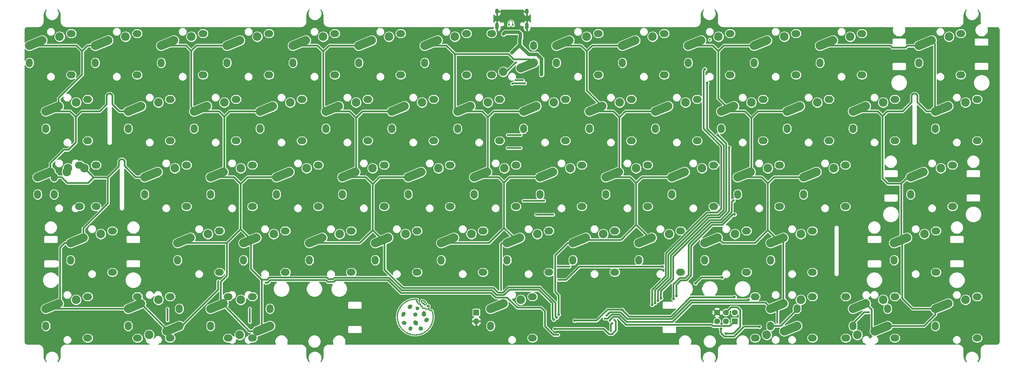
<source format=gbr>
G04 #@! TF.GenerationSoftware,KiCad,Pcbnew,(5.1.5)-3*
G04 #@! TF.CreationDate,2020-11-11T21:52:05+01:00*
G04 #@! TF.ProjectId,keyboard,6b657962-6f61-4726-942e-6b696361645f,rev?*
G04 #@! TF.SameCoordinates,Original*
G04 #@! TF.FileFunction,Copper,L1,Top*
G04 #@! TF.FilePolarity,Positive*
%FSLAX46Y46*%
G04 Gerber Fmt 4.6, Leading zero omitted, Abs format (unit mm)*
G04 Created by KiCad (PCBNEW (5.1.5)-3) date 2020-11-11 21:52:05*
%MOMM*%
%LPD*%
G04 APERTURE LIST*
%ADD10C,0.010000*%
%ADD11C,2.500000*%
%ADD12O,2.000000X2.500000*%
%ADD13O,2.500000X2.000000*%
%ADD14C,2.500000*%
%ADD15O,1.700000X1.700000*%
%ADD16R,1.700000X1.700000*%
%ADD17O,1.000000X2.100000*%
%ADD18O,1.000000X1.600000*%
%ADD19C,1.700000*%
%ADD20C,0.609600*%
%ADD21C,0.800000*%
%ADD22C,0.508000*%
%ADD23C,1.016000*%
%ADD24C,0.508000*%
%ADD25C,0.250000*%
%ADD26C,1.016000*%
%ADD27C,0.150000*%
%ADD28C,0.254000*%
G04 APERTURE END LIST*
D10*
G36*
X113623808Y-82031584D02*
G01*
X113652300Y-82037704D01*
X113722277Y-82062341D01*
X113783805Y-82096384D01*
X113836741Y-82139715D01*
X113880941Y-82192217D01*
X113915411Y-82251965D01*
X113930895Y-82286503D01*
X113942428Y-82317380D01*
X113950556Y-82347537D01*
X113955823Y-82379915D01*
X113958774Y-82417455D01*
X113959955Y-82463096D01*
X113960046Y-82492850D01*
X113959767Y-82535395D01*
X113958919Y-82568419D01*
X113957194Y-82595099D01*
X113954281Y-82618610D01*
X113949869Y-82642130D01*
X113943649Y-82668833D01*
X113942341Y-82674110D01*
X113915676Y-82763466D01*
X113881915Y-82847332D01*
X113841792Y-82924763D01*
X113796041Y-82994816D01*
X113745395Y-83056547D01*
X113690590Y-83109012D01*
X113632358Y-83151266D01*
X113571435Y-83182366D01*
X113538000Y-83194094D01*
X113488445Y-83205992D01*
X113430281Y-83215508D01*
X113367429Y-83222321D01*
X113303810Y-83226109D01*
X113243347Y-83226549D01*
X113189961Y-83223321D01*
X113186480Y-83222936D01*
X113102292Y-83208795D01*
X113025034Y-83186723D01*
X112955361Y-83157249D01*
X112893929Y-83120901D01*
X112841393Y-83078208D01*
X112798410Y-83029697D01*
X112765634Y-82975897D01*
X112743720Y-82917335D01*
X112733577Y-82857975D01*
X112732471Y-82821039D01*
X112733843Y-82775544D01*
X112737341Y-82725313D01*
X112742613Y-82674167D01*
X112749307Y-82625927D01*
X112757071Y-82584417D01*
X112759850Y-82572679D01*
X112777509Y-82516215D01*
X112801996Y-82456378D01*
X112830909Y-82398516D01*
X112858849Y-82352371D01*
X112901239Y-82298090D01*
X112953635Y-82245111D01*
X113013377Y-82195626D01*
X113077802Y-82151832D01*
X113144248Y-82115921D01*
X113147505Y-82114405D01*
X113214823Y-82086793D01*
X113286090Y-82063878D01*
X113359082Y-82045997D01*
X113431575Y-82033490D01*
X113501343Y-82026693D01*
X113566162Y-82025945D01*
X113623808Y-82031584D01*
G37*
X113623808Y-82031584D02*
X113652300Y-82037704D01*
X113722277Y-82062341D01*
X113783805Y-82096384D01*
X113836741Y-82139715D01*
X113880941Y-82192217D01*
X113915411Y-82251965D01*
X113930895Y-82286503D01*
X113942428Y-82317380D01*
X113950556Y-82347537D01*
X113955823Y-82379915D01*
X113958774Y-82417455D01*
X113959955Y-82463096D01*
X113960046Y-82492850D01*
X113959767Y-82535395D01*
X113958919Y-82568419D01*
X113957194Y-82595099D01*
X113954281Y-82618610D01*
X113949869Y-82642130D01*
X113943649Y-82668833D01*
X113942341Y-82674110D01*
X113915676Y-82763466D01*
X113881915Y-82847332D01*
X113841792Y-82924763D01*
X113796041Y-82994816D01*
X113745395Y-83056547D01*
X113690590Y-83109012D01*
X113632358Y-83151266D01*
X113571435Y-83182366D01*
X113538000Y-83194094D01*
X113488445Y-83205992D01*
X113430281Y-83215508D01*
X113367429Y-83222321D01*
X113303810Y-83226109D01*
X113243347Y-83226549D01*
X113189961Y-83223321D01*
X113186480Y-83222936D01*
X113102292Y-83208795D01*
X113025034Y-83186723D01*
X112955361Y-83157249D01*
X112893929Y-83120901D01*
X112841393Y-83078208D01*
X112798410Y-83029697D01*
X112765634Y-82975897D01*
X112743720Y-82917335D01*
X112733577Y-82857975D01*
X112732471Y-82821039D01*
X112733843Y-82775544D01*
X112737341Y-82725313D01*
X112742613Y-82674167D01*
X112749307Y-82625927D01*
X112757071Y-82584417D01*
X112759850Y-82572679D01*
X112777509Y-82516215D01*
X112801996Y-82456378D01*
X112830909Y-82398516D01*
X112858849Y-82352371D01*
X112901239Y-82298090D01*
X112953635Y-82245111D01*
X113013377Y-82195626D01*
X113077802Y-82151832D01*
X113144248Y-82115921D01*
X113147505Y-82114405D01*
X113214823Y-82086793D01*
X113286090Y-82063878D01*
X113359082Y-82045997D01*
X113431575Y-82033490D01*
X113501343Y-82026693D01*
X113566162Y-82025945D01*
X113623808Y-82031584D01*
G36*
X115584390Y-82619017D02*
G01*
X115661651Y-82638526D01*
X115734450Y-82668627D01*
X115801357Y-82708842D01*
X115860942Y-82758692D01*
X115863834Y-82761560D01*
X115912536Y-82818438D01*
X115950173Y-82879938D01*
X115976580Y-82944892D01*
X115991589Y-83012132D01*
X115995034Y-83080489D01*
X115986747Y-83148797D01*
X115966561Y-83215886D01*
X115937280Y-83275629D01*
X115892258Y-83340887D01*
X115837785Y-83401222D01*
X115775776Y-83455253D01*
X115708145Y-83501599D01*
X115636807Y-83538880D01*
X115563678Y-83565715D01*
X115520648Y-83576054D01*
X115489811Y-83580485D01*
X115454668Y-83583266D01*
X115419600Y-83584256D01*
X115388989Y-83583312D01*
X115369975Y-83580931D01*
X115299006Y-83560920D01*
X115236790Y-83532075D01*
X115182536Y-83493943D01*
X115135736Y-83446410D01*
X115107365Y-83407369D01*
X115078526Y-83359106D01*
X115050736Y-83304945D01*
X115025518Y-83248206D01*
X115004390Y-83192212D01*
X114988872Y-83140285D01*
X114982860Y-83112305D01*
X114975960Y-83064459D01*
X114973728Y-83023692D01*
X114976160Y-82985273D01*
X114982697Y-82947057D01*
X115002613Y-82882647D01*
X115033527Y-82823754D01*
X115074765Y-82770887D01*
X115125652Y-82724558D01*
X115185515Y-82685279D01*
X115253679Y-82653562D01*
X115329469Y-82629917D01*
X115412212Y-82614857D01*
X115422202Y-82613692D01*
X115504097Y-82610579D01*
X115584390Y-82619017D01*
G37*
X115584390Y-82619017D02*
X115661651Y-82638526D01*
X115734450Y-82668627D01*
X115801357Y-82708842D01*
X115860942Y-82758692D01*
X115863834Y-82761560D01*
X115912536Y-82818438D01*
X115950173Y-82879938D01*
X115976580Y-82944892D01*
X115991589Y-83012132D01*
X115995034Y-83080489D01*
X115986747Y-83148797D01*
X115966561Y-83215886D01*
X115937280Y-83275629D01*
X115892258Y-83340887D01*
X115837785Y-83401222D01*
X115775776Y-83455253D01*
X115708145Y-83501599D01*
X115636807Y-83538880D01*
X115563678Y-83565715D01*
X115520648Y-83576054D01*
X115489811Y-83580485D01*
X115454668Y-83583266D01*
X115419600Y-83584256D01*
X115388989Y-83583312D01*
X115369975Y-83580931D01*
X115299006Y-83560920D01*
X115236790Y-83532075D01*
X115182536Y-83493943D01*
X115135736Y-83446410D01*
X115107365Y-83407369D01*
X115078526Y-83359106D01*
X115050736Y-83304945D01*
X115025518Y-83248206D01*
X115004390Y-83192212D01*
X114988872Y-83140285D01*
X114982860Y-83112305D01*
X114975960Y-83064459D01*
X114973728Y-83023692D01*
X114976160Y-82985273D01*
X114982697Y-82947057D01*
X115002613Y-82882647D01*
X115033527Y-82823754D01*
X115074765Y-82770887D01*
X115125652Y-82724558D01*
X115185515Y-82685279D01*
X115253679Y-82653562D01*
X115329469Y-82629917D01*
X115412212Y-82614857D01*
X115422202Y-82613692D01*
X115504097Y-82610579D01*
X115584390Y-82619017D01*
G36*
X117365649Y-83946423D02*
G01*
X117437432Y-83960722D01*
X117510327Y-83986961D01*
X117583883Y-84025179D01*
X117657650Y-84075412D01*
X117731175Y-84137700D01*
X117776790Y-84182750D01*
X117842298Y-84258656D01*
X117895512Y-84336986D01*
X117936685Y-84418208D01*
X117966072Y-84502788D01*
X117977348Y-84551139D01*
X117982261Y-84588321D01*
X117984707Y-84633615D01*
X117984744Y-84682688D01*
X117982430Y-84731205D01*
X117977822Y-84774833D01*
X117974071Y-84796427D01*
X117949088Y-84888978D01*
X117913627Y-84980857D01*
X117869214Y-85068743D01*
X117817371Y-85149313D01*
X117804150Y-85166988D01*
X117787195Y-85189024D01*
X117766290Y-85216248D01*
X117745197Y-85243758D01*
X117739229Y-85251552D01*
X117688606Y-85308208D01*
X117632063Y-85354168D01*
X117570465Y-85389074D01*
X117504678Y-85412569D01*
X117435569Y-85424294D01*
X117364003Y-85423892D01*
X117332125Y-85419808D01*
X117255219Y-85400808D01*
X117180686Y-85370177D01*
X117109417Y-85328901D01*
X117042302Y-85277962D01*
X116980233Y-85218343D01*
X116924100Y-85151029D01*
X116874794Y-85077002D01*
X116833205Y-84997246D01*
X116800226Y-84912746D01*
X116776746Y-84824483D01*
X116772463Y-84801936D01*
X116764982Y-84726749D01*
X116767357Y-84645495D01*
X116779271Y-84559706D01*
X116800405Y-84470914D01*
X116830441Y-84380654D01*
X116869061Y-84290458D01*
X116885489Y-84257358D01*
X116932153Y-84177492D01*
X116983534Y-84109265D01*
X117039182Y-84052713D01*
X117098646Y-84007876D01*
X117161476Y-83974791D01*
X117227220Y-83953495D01*
X117295428Y-83944026D01*
X117365649Y-83946423D01*
G37*
X117365649Y-83946423D02*
X117437432Y-83960722D01*
X117510327Y-83986961D01*
X117583883Y-84025179D01*
X117657650Y-84075412D01*
X117731175Y-84137700D01*
X117776790Y-84182750D01*
X117842298Y-84258656D01*
X117895512Y-84336986D01*
X117936685Y-84418208D01*
X117966072Y-84502788D01*
X117977348Y-84551139D01*
X117982261Y-84588321D01*
X117984707Y-84633615D01*
X117984744Y-84682688D01*
X117982430Y-84731205D01*
X117977822Y-84774833D01*
X117974071Y-84796427D01*
X117949088Y-84888978D01*
X117913627Y-84980857D01*
X117869214Y-85068743D01*
X117817371Y-85149313D01*
X117804150Y-85166988D01*
X117787195Y-85189024D01*
X117766290Y-85216248D01*
X117745197Y-85243758D01*
X117739229Y-85251552D01*
X117688606Y-85308208D01*
X117632063Y-85354168D01*
X117570465Y-85389074D01*
X117504678Y-85412569D01*
X117435569Y-85424294D01*
X117364003Y-85423892D01*
X117332125Y-85419808D01*
X117255219Y-85400808D01*
X117180686Y-85370177D01*
X117109417Y-85328901D01*
X117042302Y-85277962D01*
X116980233Y-85218343D01*
X116924100Y-85151029D01*
X116874794Y-85077002D01*
X116833205Y-84997246D01*
X116800226Y-84912746D01*
X116776746Y-84824483D01*
X116772463Y-84801936D01*
X116764982Y-84726749D01*
X116767357Y-84645495D01*
X116779271Y-84559706D01*
X116800405Y-84470914D01*
X116830441Y-84380654D01*
X116869061Y-84290458D01*
X116885489Y-84257358D01*
X116932153Y-84177492D01*
X116983534Y-84109265D01*
X117039182Y-84052713D01*
X117098646Y-84007876D01*
X117161476Y-83974791D01*
X117227220Y-83953495D01*
X117295428Y-83944026D01*
X117365649Y-83946423D01*
G36*
X115043513Y-84364852D02*
G01*
X115103275Y-84375923D01*
X115170101Y-84399880D01*
X115231736Y-84434384D01*
X115286637Y-84478195D01*
X115333260Y-84530072D01*
X115370061Y-84588773D01*
X115371446Y-84591525D01*
X115392991Y-84640333D01*
X115408442Y-84689307D01*
X115418437Y-84741598D01*
X115423614Y-84800357D01*
X115424715Y-84854587D01*
X115419382Y-84947819D01*
X115403789Y-85033732D01*
X115377818Y-85112655D01*
X115341347Y-85184918D01*
X115294255Y-85250850D01*
X115269894Y-85278198D01*
X115214960Y-85328059D01*
X115154277Y-85367461D01*
X115085826Y-85397682D01*
X115074970Y-85401433D01*
X115043864Y-85411120D01*
X115016857Y-85417445D01*
X114988906Y-85421258D01*
X114954969Y-85423408D01*
X114941620Y-85423896D01*
X114892538Y-85424014D01*
X114848746Y-85421247D01*
X114822191Y-85417476D01*
X114741997Y-85398352D01*
X114669948Y-85372548D01*
X114603569Y-85338736D01*
X114540387Y-85295586D01*
X114477925Y-85241770D01*
X114456938Y-85221333D01*
X114399915Y-85157945D01*
X114355140Y-85093887D01*
X114322162Y-85028421D01*
X114302616Y-84969354D01*
X114295924Y-84927085D01*
X114294758Y-84878566D01*
X114298861Y-84828855D01*
X114307975Y-84783009D01*
X114312909Y-84767051D01*
X114337051Y-84714746D01*
X114372374Y-84662013D01*
X114417458Y-84610037D01*
X114470886Y-84560001D01*
X114531241Y-84513089D01*
X114597105Y-84470485D01*
X114667059Y-84433373D01*
X114739687Y-84402937D01*
X114755674Y-84397325D01*
X114827182Y-84377588D01*
X114900994Y-84365473D01*
X114974106Y-84361166D01*
X115043513Y-84364852D01*
G37*
X115043513Y-84364852D02*
X115103275Y-84375923D01*
X115170101Y-84399880D01*
X115231736Y-84434384D01*
X115286637Y-84478195D01*
X115333260Y-84530072D01*
X115370061Y-84588773D01*
X115371446Y-84591525D01*
X115392991Y-84640333D01*
X115408442Y-84689307D01*
X115418437Y-84741598D01*
X115423614Y-84800357D01*
X115424715Y-84854587D01*
X115419382Y-84947819D01*
X115403789Y-85033732D01*
X115377818Y-85112655D01*
X115341347Y-85184918D01*
X115294255Y-85250850D01*
X115269894Y-85278198D01*
X115214960Y-85328059D01*
X115154277Y-85367461D01*
X115085826Y-85397682D01*
X115074970Y-85401433D01*
X115043864Y-85411120D01*
X115016857Y-85417445D01*
X114988906Y-85421258D01*
X114954969Y-85423408D01*
X114941620Y-85423896D01*
X114892538Y-85424014D01*
X114848746Y-85421247D01*
X114822191Y-85417476D01*
X114741997Y-85398352D01*
X114669948Y-85372548D01*
X114603569Y-85338736D01*
X114540387Y-85295586D01*
X114477925Y-85241770D01*
X114456938Y-85221333D01*
X114399915Y-85157945D01*
X114355140Y-85093887D01*
X114322162Y-85028421D01*
X114302616Y-84969354D01*
X114295924Y-84927085D01*
X114294758Y-84878566D01*
X114298861Y-84828855D01*
X114307975Y-84783009D01*
X114312909Y-84767051D01*
X114337051Y-84714746D01*
X114372374Y-84662013D01*
X114417458Y-84610037D01*
X114470886Y-84560001D01*
X114531241Y-84513089D01*
X114597105Y-84470485D01*
X114667059Y-84433373D01*
X114739687Y-84402937D01*
X114755674Y-84397325D01*
X114827182Y-84377588D01*
X114900994Y-84365473D01*
X114974106Y-84361166D01*
X115043513Y-84364852D01*
G36*
X111653187Y-84148504D02*
G01*
X111698358Y-84156989D01*
X111742407Y-84171062D01*
X111785400Y-84189665D01*
X111841512Y-84223274D01*
X111891688Y-84267262D01*
X111934794Y-84320250D01*
X111969696Y-84380860D01*
X111993942Y-84443323D01*
X112010610Y-84518150D01*
X112017017Y-84598489D01*
X112013472Y-84682816D01*
X112000287Y-84769606D01*
X111977770Y-84857334D01*
X111946233Y-84944475D01*
X111905985Y-85029503D01*
X111858564Y-85109050D01*
X111833581Y-85142739D01*
X111801469Y-85180157D01*
X111764738Y-85218850D01*
X111725902Y-85256366D01*
X111687471Y-85290254D01*
X111651958Y-85318061D01*
X111628680Y-85333491D01*
X111557503Y-85368946D01*
X111478430Y-85396038D01*
X111413925Y-85410620D01*
X111388557Y-85414258D01*
X111356237Y-85417587D01*
X111319755Y-85420464D01*
X111281908Y-85422746D01*
X111245487Y-85424289D01*
X111213288Y-85424948D01*
X111188103Y-85424582D01*
X111172726Y-85423045D01*
X111172625Y-85423022D01*
X111159363Y-85420123D01*
X111139095Y-85415877D01*
X111125000Y-85412990D01*
X111074422Y-85398137D01*
X111026247Y-85375393D01*
X110983391Y-85346559D01*
X110948770Y-85313437D01*
X110935536Y-85295948D01*
X110911958Y-85254447D01*
X110896777Y-85212276D01*
X110888726Y-85165204D01*
X110886808Y-85133473D01*
X110885494Y-85097987D01*
X110883570Y-85057046D01*
X110881385Y-85017859D01*
X110880662Y-85006473D01*
X110879338Y-84954865D01*
X110881257Y-84895443D01*
X110886083Y-84832577D01*
X110893480Y-84770639D01*
X110903083Y-84714153D01*
X110928398Y-84616677D01*
X110963040Y-84527276D01*
X111006598Y-84446315D01*
X111058659Y-84374157D01*
X111118811Y-84311169D01*
X111186644Y-84257715D01*
X111261746Y-84214158D01*
X111343705Y-84180866D01*
X111432108Y-84158201D01*
X111526546Y-84146529D01*
X111544717Y-84145600D01*
X111603202Y-84144933D01*
X111653187Y-84148504D01*
G37*
X111653187Y-84148504D02*
X111698358Y-84156989D01*
X111742407Y-84171062D01*
X111785400Y-84189665D01*
X111841512Y-84223274D01*
X111891688Y-84267262D01*
X111934794Y-84320250D01*
X111969696Y-84380860D01*
X111993942Y-84443323D01*
X112010610Y-84518150D01*
X112017017Y-84598489D01*
X112013472Y-84682816D01*
X112000287Y-84769606D01*
X111977770Y-84857334D01*
X111946233Y-84944475D01*
X111905985Y-85029503D01*
X111858564Y-85109050D01*
X111833581Y-85142739D01*
X111801469Y-85180157D01*
X111764738Y-85218850D01*
X111725902Y-85256366D01*
X111687471Y-85290254D01*
X111651958Y-85318061D01*
X111628680Y-85333491D01*
X111557503Y-85368946D01*
X111478430Y-85396038D01*
X111413925Y-85410620D01*
X111388557Y-85414258D01*
X111356237Y-85417587D01*
X111319755Y-85420464D01*
X111281908Y-85422746D01*
X111245487Y-85424289D01*
X111213288Y-85424948D01*
X111188103Y-85424582D01*
X111172726Y-85423045D01*
X111172625Y-85423022D01*
X111159363Y-85420123D01*
X111139095Y-85415877D01*
X111125000Y-85412990D01*
X111074422Y-85398137D01*
X111026247Y-85375393D01*
X110983391Y-85346559D01*
X110948770Y-85313437D01*
X110935536Y-85295948D01*
X110911958Y-85254447D01*
X110896777Y-85212276D01*
X110888726Y-85165204D01*
X110886808Y-85133473D01*
X110885494Y-85097987D01*
X110883570Y-85057046D01*
X110881385Y-85017859D01*
X110880662Y-85006473D01*
X110879338Y-84954865D01*
X110881257Y-84895443D01*
X110886083Y-84832577D01*
X110893480Y-84770639D01*
X110903083Y-84714153D01*
X110928398Y-84616677D01*
X110963040Y-84527276D01*
X111006598Y-84446315D01*
X111058659Y-84374157D01*
X111118811Y-84311169D01*
X111186644Y-84257715D01*
X111261746Y-84214158D01*
X111343705Y-84180866D01*
X111432108Y-84158201D01*
X111526546Y-84146529D01*
X111544717Y-84145600D01*
X111603202Y-84144933D01*
X111653187Y-84148504D01*
G36*
X118353662Y-85838072D02*
G01*
X118397642Y-85842762D01*
X118421150Y-85847586D01*
X118491253Y-85871877D01*
X118552987Y-85905651D01*
X118606160Y-85948674D01*
X118650584Y-86000713D01*
X118686069Y-86061538D01*
X118712425Y-86130914D01*
X118729462Y-86208610D01*
X118732180Y-86228779D01*
X118735985Y-86308548D01*
X118729532Y-86392557D01*
X118713559Y-86478693D01*
X118688802Y-86564841D01*
X118656000Y-86648889D01*
X118615890Y-86728722D01*
X118569210Y-86802226D01*
X118516698Y-86867287D01*
X118505050Y-86879627D01*
X118457963Y-86923058D01*
X118408166Y-86958508D01*
X118354087Y-86986559D01*
X118294155Y-87007789D01*
X118226797Y-87022780D01*
X118150442Y-87032110D01*
X118081484Y-87035899D01*
X118048572Y-87036671D01*
X118018683Y-87036923D01*
X117994951Y-87036659D01*
X117980512Y-87035881D01*
X117979825Y-87035793D01*
X117934021Y-87029144D01*
X117897879Y-87023241D01*
X117868430Y-87017497D01*
X117842706Y-87011327D01*
X117817737Y-87004145D01*
X117814725Y-87003210D01*
X117741537Y-86974952D01*
X117676550Y-86938724D01*
X117620505Y-86895181D01*
X117574144Y-86844976D01*
X117538209Y-86788761D01*
X117518254Y-86742209D01*
X117511921Y-86722078D01*
X117507738Y-86703019D01*
X117505321Y-86681610D01*
X117504288Y-86654430D01*
X117504255Y-86618058D01*
X117504262Y-86617175D01*
X117508070Y-86524107D01*
X117518208Y-86440386D01*
X117535204Y-86364059D01*
X117559589Y-86293173D01*
X117591894Y-86225775D01*
X117625500Y-86170483D01*
X117680521Y-86098984D01*
X117745051Y-86035633D01*
X117819173Y-85980376D01*
X117902974Y-85933163D01*
X117996540Y-85893940D01*
X118099954Y-85862656D01*
X118148864Y-85851337D01*
X118197329Y-85843315D01*
X118249973Y-85838398D01*
X118303262Y-85836634D01*
X118353662Y-85838072D01*
G37*
X118353662Y-85838072D02*
X118397642Y-85842762D01*
X118421150Y-85847586D01*
X118491253Y-85871877D01*
X118552987Y-85905651D01*
X118606160Y-85948674D01*
X118650584Y-86000713D01*
X118686069Y-86061538D01*
X118712425Y-86130914D01*
X118729462Y-86208610D01*
X118732180Y-86228779D01*
X118735985Y-86308548D01*
X118729532Y-86392557D01*
X118713559Y-86478693D01*
X118688802Y-86564841D01*
X118656000Y-86648889D01*
X118615890Y-86728722D01*
X118569210Y-86802226D01*
X118516698Y-86867287D01*
X118505050Y-86879627D01*
X118457963Y-86923058D01*
X118408166Y-86958508D01*
X118354087Y-86986559D01*
X118294155Y-87007789D01*
X118226797Y-87022780D01*
X118150442Y-87032110D01*
X118081484Y-87035899D01*
X118048572Y-87036671D01*
X118018683Y-87036923D01*
X117994951Y-87036659D01*
X117980512Y-87035881D01*
X117979825Y-87035793D01*
X117934021Y-87029144D01*
X117897879Y-87023241D01*
X117868430Y-87017497D01*
X117842706Y-87011327D01*
X117817737Y-87004145D01*
X117814725Y-87003210D01*
X117741537Y-86974952D01*
X117676550Y-86938724D01*
X117620505Y-86895181D01*
X117574144Y-86844976D01*
X117538209Y-86788761D01*
X117518254Y-86742209D01*
X117511921Y-86722078D01*
X117507738Y-86703019D01*
X117505321Y-86681610D01*
X117504288Y-86654430D01*
X117504255Y-86618058D01*
X117504262Y-86617175D01*
X117508070Y-86524107D01*
X117518208Y-86440386D01*
X117535204Y-86364059D01*
X117559589Y-86293173D01*
X117591894Y-86225775D01*
X117625500Y-86170483D01*
X117680521Y-86098984D01*
X117745051Y-86035633D01*
X117819173Y-85980376D01*
X117902974Y-85933163D01*
X117996540Y-85893940D01*
X118099954Y-85862656D01*
X118148864Y-85851337D01*
X118197329Y-85843315D01*
X118249973Y-85838398D01*
X118303262Y-85836634D01*
X118353662Y-85838072D01*
G36*
X111754624Y-86784087D02*
G01*
X111832641Y-86801111D01*
X111906046Y-86829490D01*
X111974085Y-86868999D01*
X112035580Y-86919013D01*
X112092886Y-86981171D01*
X112143613Y-87051704D01*
X112186426Y-87128103D01*
X112219989Y-87207863D01*
X112242966Y-87288477D01*
X112248650Y-87318850D01*
X112254575Y-87393321D01*
X112249059Y-87466710D01*
X112232653Y-87537496D01*
X112205911Y-87604159D01*
X112169385Y-87665177D01*
X112123628Y-87719030D01*
X112093375Y-87746143D01*
X112055832Y-87772478D01*
X112010812Y-87797861D01*
X111963433Y-87819701D01*
X111918812Y-87835401D01*
X111915575Y-87836297D01*
X111885105Y-87842224D01*
X111845856Y-87846506D01*
X111801656Y-87849035D01*
X111756333Y-87849704D01*
X111713713Y-87848406D01*
X111677625Y-87845034D01*
X111666834Y-87843266D01*
X111611688Y-87830066D01*
X111549971Y-87810633D01*
X111485362Y-87786240D01*
X111423916Y-87759280D01*
X111342284Y-87716189D01*
X111266437Y-87666999D01*
X111197520Y-87612806D01*
X111136679Y-87554708D01*
X111085058Y-87493801D01*
X111043803Y-87431183D01*
X111014059Y-87367948D01*
X111013370Y-87366090D01*
X111005006Y-87341945D01*
X110999591Y-87321375D01*
X110996505Y-87300235D01*
X110995124Y-87274383D01*
X110994825Y-87242650D01*
X110995005Y-87210682D01*
X110996014Y-87187735D01*
X110998549Y-87170127D01*
X111003311Y-87154181D01*
X111010998Y-87136214D01*
X111017757Y-87122000D01*
X111035956Y-87088096D01*
X111056451Y-87058685D01*
X111081367Y-87031564D01*
X111112829Y-87004532D01*
X111152964Y-86975386D01*
X111170982Y-86963265D01*
X111254495Y-86911801D01*
X111337927Y-86867798D01*
X111419609Y-86831968D01*
X111497870Y-86805026D01*
X111571042Y-86787685D01*
X111587777Y-86785015D01*
X111672751Y-86778647D01*
X111754624Y-86784087D01*
G37*
X111754624Y-86784087D02*
X111832641Y-86801111D01*
X111906046Y-86829490D01*
X111974085Y-86868999D01*
X112035580Y-86919013D01*
X112092886Y-86981171D01*
X112143613Y-87051704D01*
X112186426Y-87128103D01*
X112219989Y-87207863D01*
X112242966Y-87288477D01*
X112248650Y-87318850D01*
X112254575Y-87393321D01*
X112249059Y-87466710D01*
X112232653Y-87537496D01*
X112205911Y-87604159D01*
X112169385Y-87665177D01*
X112123628Y-87719030D01*
X112093375Y-87746143D01*
X112055832Y-87772478D01*
X112010812Y-87797861D01*
X111963433Y-87819701D01*
X111918812Y-87835401D01*
X111915575Y-87836297D01*
X111885105Y-87842224D01*
X111845856Y-87846506D01*
X111801656Y-87849035D01*
X111756333Y-87849704D01*
X111713713Y-87848406D01*
X111677625Y-87845034D01*
X111666834Y-87843266D01*
X111611688Y-87830066D01*
X111549971Y-87810633D01*
X111485362Y-87786240D01*
X111423916Y-87759280D01*
X111342284Y-87716189D01*
X111266437Y-87666999D01*
X111197520Y-87612806D01*
X111136679Y-87554708D01*
X111085058Y-87493801D01*
X111043803Y-87431183D01*
X111014059Y-87367948D01*
X111013370Y-87366090D01*
X111005006Y-87341945D01*
X110999591Y-87321375D01*
X110996505Y-87300235D01*
X110995124Y-87274383D01*
X110994825Y-87242650D01*
X110995005Y-87210682D01*
X110996014Y-87187735D01*
X110998549Y-87170127D01*
X111003311Y-87154181D01*
X111010998Y-87136214D01*
X111017757Y-87122000D01*
X111035956Y-87088096D01*
X111056451Y-87058685D01*
X111081367Y-87031564D01*
X111112829Y-87004532D01*
X111152964Y-86975386D01*
X111170982Y-86963265D01*
X111254495Y-86911801D01*
X111337927Y-86867798D01*
X111419609Y-86831968D01*
X111497870Y-86805026D01*
X111571042Y-86787685D01*
X111587777Y-86785015D01*
X111672751Y-86778647D01*
X111754624Y-86784087D01*
G36*
X114942808Y-86648849D02*
G01*
X115043278Y-86664872D01*
X115137418Y-86690952D01*
X115224666Y-86726877D01*
X115304457Y-86772439D01*
X115376227Y-86827428D01*
X115405382Y-86854817D01*
X115448893Y-86902215D01*
X115485283Y-86951145D01*
X115517564Y-87005936D01*
X115535468Y-87041846D01*
X115566973Y-87118626D01*
X115590263Y-87199034D01*
X115605541Y-87284506D01*
X115613010Y-87376478D01*
X115612872Y-87476384D01*
X115608054Y-87555531D01*
X115603878Y-87599985D01*
X115599078Y-87635306D01*
X115592767Y-87665058D01*
X115584059Y-87692806D01*
X115572065Y-87722113D01*
X115560278Y-87747475D01*
X115523954Y-87809264D01*
X115478434Y-87862301D01*
X115423746Y-87906565D01*
X115359915Y-87942037D01*
X115286969Y-87968696D01*
X115258850Y-87976045D01*
X115233739Y-87980441D01*
X115200098Y-87984226D01*
X115161824Y-87987180D01*
X115122816Y-87989081D01*
X115086973Y-87989705D01*
X115058195Y-87988832D01*
X115049300Y-87987984D01*
X114953266Y-87970135D01*
X114861105Y-87941853D01*
X114773896Y-87903855D01*
X114692720Y-87856860D01*
X114618659Y-87801588D01*
X114552793Y-87738757D01*
X114496204Y-87669087D01*
X114449972Y-87593295D01*
X114446972Y-87587424D01*
X114415107Y-87515162D01*
X114387569Y-87434686D01*
X114365260Y-87349782D01*
X114349085Y-87264239D01*
X114339947Y-87181843D01*
X114338208Y-87131525D01*
X114343368Y-87047823D01*
X114358488Y-86970428D01*
X114383246Y-86899924D01*
X114417319Y-86836892D01*
X114460385Y-86781917D01*
X114512121Y-86735580D01*
X114572205Y-86698465D01*
X114579962Y-86694658D01*
X114621842Y-86675845D01*
X114659647Y-86662013D01*
X114696714Y-86652493D01*
X114736382Y-86646613D01*
X114781986Y-86643703D01*
X114836575Y-86643092D01*
X114942808Y-86648849D01*
G37*
X114942808Y-86648849D02*
X115043278Y-86664872D01*
X115137418Y-86690952D01*
X115224666Y-86726877D01*
X115304457Y-86772439D01*
X115376227Y-86827428D01*
X115405382Y-86854817D01*
X115448893Y-86902215D01*
X115485283Y-86951145D01*
X115517564Y-87005936D01*
X115535468Y-87041846D01*
X115566973Y-87118626D01*
X115590263Y-87199034D01*
X115605541Y-87284506D01*
X115613010Y-87376478D01*
X115612872Y-87476384D01*
X115608054Y-87555531D01*
X115603878Y-87599985D01*
X115599078Y-87635306D01*
X115592767Y-87665058D01*
X115584059Y-87692806D01*
X115572065Y-87722113D01*
X115560278Y-87747475D01*
X115523954Y-87809264D01*
X115478434Y-87862301D01*
X115423746Y-87906565D01*
X115359915Y-87942037D01*
X115286969Y-87968696D01*
X115258850Y-87976045D01*
X115233739Y-87980441D01*
X115200098Y-87984226D01*
X115161824Y-87987180D01*
X115122816Y-87989081D01*
X115086973Y-87989705D01*
X115058195Y-87988832D01*
X115049300Y-87987984D01*
X114953266Y-87970135D01*
X114861105Y-87941853D01*
X114773896Y-87903855D01*
X114692720Y-87856860D01*
X114618659Y-87801588D01*
X114552793Y-87738757D01*
X114496204Y-87669087D01*
X114449972Y-87593295D01*
X114446972Y-87587424D01*
X114415107Y-87515162D01*
X114387569Y-87434686D01*
X114365260Y-87349782D01*
X114349085Y-87264239D01*
X114339947Y-87181843D01*
X114338208Y-87131525D01*
X114343368Y-87047823D01*
X114358488Y-86970428D01*
X114383246Y-86899924D01*
X114417319Y-86836892D01*
X114460385Y-86781917D01*
X114512121Y-86735580D01*
X114572205Y-86698465D01*
X114579962Y-86694658D01*
X114621842Y-86675845D01*
X114659647Y-86662013D01*
X114696714Y-86652493D01*
X114736382Y-86646613D01*
X114781986Y-86643703D01*
X114836575Y-86643092D01*
X114942808Y-86648849D01*
G36*
X116462842Y-88377329D02*
G01*
X116549002Y-88390089D01*
X116630292Y-88410665D01*
X116704061Y-88438490D01*
X116722511Y-88447255D01*
X116790801Y-88488192D01*
X116850498Y-88538358D01*
X116901110Y-88597197D01*
X116942142Y-88664156D01*
X116967455Y-88722416D01*
X116983797Y-88771577D01*
X116995888Y-88819106D01*
X117004217Y-88868199D01*
X117009269Y-88922054D01*
X117011531Y-88983867D01*
X117011767Y-89013603D01*
X117009152Y-89085483D01*
X117000716Y-89147542D01*
X116985854Y-89201539D01*
X116963958Y-89249235D01*
X116934422Y-89292388D01*
X116904240Y-89325456D01*
X116873449Y-89352878D01*
X116839903Y-89376740D01*
X116801995Y-89397712D01*
X116758122Y-89416464D01*
X116706677Y-89433666D01*
X116646056Y-89449988D01*
X116574654Y-89466099D01*
X116559990Y-89469140D01*
X116480827Y-89483549D01*
X116412358Y-89492088D01*
X116354035Y-89494795D01*
X116305308Y-89491705D01*
X116283511Y-89487804D01*
X116210599Y-89464821D01*
X116140760Y-89430069D01*
X116075390Y-89384369D01*
X116020294Y-89333252D01*
X115967115Y-89268180D01*
X115925133Y-89197579D01*
X115894486Y-89122160D01*
X115875309Y-89042635D01*
X115867740Y-88959715D01*
X115871915Y-88874112D01*
X115887971Y-88786537D01*
X115904463Y-88730027D01*
X115936738Y-88650098D01*
X115976914Y-88579606D01*
X116024754Y-88518842D01*
X116080022Y-88468095D01*
X116142482Y-88427656D01*
X116155653Y-88420912D01*
X116208311Y-88398312D01*
X116260195Y-88383407D01*
X116315546Y-88375265D01*
X116374462Y-88372950D01*
X116462842Y-88377329D01*
G37*
X116462842Y-88377329D02*
X116549002Y-88390089D01*
X116630292Y-88410665D01*
X116704061Y-88438490D01*
X116722511Y-88447255D01*
X116790801Y-88488192D01*
X116850498Y-88538358D01*
X116901110Y-88597197D01*
X116942142Y-88664156D01*
X116967455Y-88722416D01*
X116983797Y-88771577D01*
X116995888Y-88819106D01*
X117004217Y-88868199D01*
X117009269Y-88922054D01*
X117011531Y-88983867D01*
X117011767Y-89013603D01*
X117009152Y-89085483D01*
X117000716Y-89147542D01*
X116985854Y-89201539D01*
X116963958Y-89249235D01*
X116934422Y-89292388D01*
X116904240Y-89325456D01*
X116873449Y-89352878D01*
X116839903Y-89376740D01*
X116801995Y-89397712D01*
X116758122Y-89416464D01*
X116706677Y-89433666D01*
X116646056Y-89449988D01*
X116574654Y-89466099D01*
X116559990Y-89469140D01*
X116480827Y-89483549D01*
X116412358Y-89492088D01*
X116354035Y-89494795D01*
X116305308Y-89491705D01*
X116283511Y-89487804D01*
X116210599Y-89464821D01*
X116140760Y-89430069D01*
X116075390Y-89384369D01*
X116020294Y-89333252D01*
X115967115Y-89268180D01*
X115925133Y-89197579D01*
X115894486Y-89122160D01*
X115875309Y-89042635D01*
X115867740Y-88959715D01*
X115871915Y-88874112D01*
X115887971Y-88786537D01*
X115904463Y-88730027D01*
X115936738Y-88650098D01*
X115976914Y-88579606D01*
X116024754Y-88518842D01*
X116080022Y-88468095D01*
X116142482Y-88427656D01*
X116155653Y-88420912D01*
X116208311Y-88398312D01*
X116260195Y-88383407D01*
X116315546Y-88375265D01*
X116374462Y-88372950D01*
X116462842Y-88377329D01*
G36*
X113585456Y-88366227D02*
G01*
X113662299Y-88380674D01*
X113732054Y-88405554D01*
X113794375Y-88440541D01*
X113848920Y-88485306D01*
X113895345Y-88539524D01*
X113933306Y-88602867D01*
X113962460Y-88675008D01*
X113979774Y-88741584D01*
X113985931Y-88786261D01*
X113988596Y-88839146D01*
X113987922Y-88896282D01*
X113984064Y-88953712D01*
X113977173Y-89007478D01*
X113967734Y-89052400D01*
X113941052Y-89136134D01*
X113908205Y-89209963D01*
X113868289Y-89275540D01*
X113820400Y-89334519D01*
X113804700Y-89350819D01*
X113752724Y-89397180D01*
X113697703Y-89434392D01*
X113636069Y-89464665D01*
X113596561Y-89479679D01*
X113570928Y-89488069D01*
X113548560Y-89493792D01*
X113525543Y-89497457D01*
X113497960Y-89499672D01*
X113461899Y-89501046D01*
X113458625Y-89501136D01*
X113419849Y-89501737D01*
X113390051Y-89500962D01*
X113365555Y-89498515D01*
X113342684Y-89494104D01*
X113329869Y-89490843D01*
X113259021Y-89465486D01*
X113193538Y-89429722D01*
X113134814Y-89384692D01*
X113084241Y-89331534D01*
X113043212Y-89271387D01*
X113029697Y-89245440D01*
X113010936Y-89197870D01*
X112994918Y-89140852D01*
X112982151Y-89077443D01*
X112973144Y-89010698D01*
X112968405Y-88943672D01*
X112968443Y-88879420D01*
X112968514Y-88877775D01*
X112977611Y-88790436D01*
X112996785Y-88710607D01*
X113025969Y-88638411D01*
X113065101Y-88573969D01*
X113114117Y-88517403D01*
X113172952Y-88468836D01*
X113187787Y-88458861D01*
X113253389Y-88423110D01*
X113326488Y-88395011D01*
X113403932Y-88375299D01*
X113482568Y-88364707D01*
X113559242Y-88363972D01*
X113585456Y-88366227D01*
G37*
X113585456Y-88366227D02*
X113662299Y-88380674D01*
X113732054Y-88405554D01*
X113794375Y-88440541D01*
X113848920Y-88485306D01*
X113895345Y-88539524D01*
X113933306Y-88602867D01*
X113962460Y-88675008D01*
X113979774Y-88741584D01*
X113985931Y-88786261D01*
X113988596Y-88839146D01*
X113987922Y-88896282D01*
X113984064Y-88953712D01*
X113977173Y-89007478D01*
X113967734Y-89052400D01*
X113941052Y-89136134D01*
X113908205Y-89209963D01*
X113868289Y-89275540D01*
X113820400Y-89334519D01*
X113804700Y-89350819D01*
X113752724Y-89397180D01*
X113697703Y-89434392D01*
X113636069Y-89464665D01*
X113596561Y-89479679D01*
X113570928Y-89488069D01*
X113548560Y-89493792D01*
X113525543Y-89497457D01*
X113497960Y-89499672D01*
X113461899Y-89501046D01*
X113458625Y-89501136D01*
X113419849Y-89501737D01*
X113390051Y-89500962D01*
X113365555Y-89498515D01*
X113342684Y-89494104D01*
X113329869Y-89490843D01*
X113259021Y-89465486D01*
X113193538Y-89429722D01*
X113134814Y-89384692D01*
X113084241Y-89331534D01*
X113043212Y-89271387D01*
X113029697Y-89245440D01*
X113010936Y-89197870D01*
X112994918Y-89140852D01*
X112982151Y-89077443D01*
X112973144Y-89010698D01*
X112968405Y-88943672D01*
X112968443Y-88879420D01*
X112968514Y-88877775D01*
X112977611Y-88790436D01*
X112996785Y-88710607D01*
X113025969Y-88638411D01*
X113065101Y-88573969D01*
X113114117Y-88517403D01*
X113172952Y-88468836D01*
X113187787Y-88458861D01*
X113253389Y-88423110D01*
X113326488Y-88395011D01*
X113403932Y-88375299D01*
X113482568Y-88364707D01*
X113559242Y-88363972D01*
X113585456Y-88366227D01*
G36*
X116849112Y-80654919D02*
G01*
X116905585Y-80661475D01*
X116966059Y-80671148D01*
X117028933Y-80683738D01*
X117092603Y-80699045D01*
X117155468Y-80716867D01*
X117179251Y-80724401D01*
X117287317Y-80763992D01*
X117392632Y-80810909D01*
X117494508Y-80864445D01*
X117592259Y-80923894D01*
X117685197Y-80988549D01*
X117772635Y-81057706D01*
X117853886Y-81130656D01*
X117928262Y-81206694D01*
X117995076Y-81285113D01*
X118053640Y-81365207D01*
X118103268Y-81446270D01*
X118143273Y-81527596D01*
X118172966Y-81608477D01*
X118191661Y-81688209D01*
X118198670Y-81766083D01*
X118198706Y-81772125D01*
X118193046Y-81845344D01*
X118176277Y-81912565D01*
X118148597Y-81973578D01*
X118110203Y-82028170D01*
X118061292Y-82076129D01*
X118002060Y-82117243D01*
X117932706Y-82151302D01*
X117853426Y-82178092D01*
X117811119Y-82188480D01*
X117770690Y-82195635D01*
X117725958Y-82200809D01*
X117680857Y-82203766D01*
X117639318Y-82204270D01*
X117605275Y-82202088D01*
X117598825Y-82201166D01*
X117526793Y-82183529D01*
X117462029Y-82155508D01*
X117404760Y-82117288D01*
X117355212Y-82069051D01*
X117313610Y-82010985D01*
X117280182Y-81943272D01*
X117279032Y-81940400D01*
X117269034Y-81912170D01*
X117259251Y-81879312D01*
X117250609Y-81845565D01*
X117244031Y-81814664D01*
X117240443Y-81790349D01*
X117240050Y-81782789D01*
X117239009Y-81777573D01*
X117234485Y-81773916D01*
X117224375Y-81771380D01*
X117206577Y-81769530D01*
X117178989Y-81767928D01*
X117165437Y-81767290D01*
X117114004Y-81763258D01*
X117068859Y-81755474D01*
X117025667Y-81742745D01*
X116980090Y-81723878D01*
X116944775Y-81706548D01*
X116883221Y-81670488D01*
X116820465Y-81625591D01*
X116758468Y-81573821D01*
X116699194Y-81517143D01*
X116644604Y-81457521D01*
X116596661Y-81396921D01*
X116557326Y-81337306D01*
X116536005Y-81297298D01*
X116505131Y-81218942D01*
X116486701Y-81140858D01*
X116480657Y-81063636D01*
X116482199Y-81045020D01*
X116747542Y-81045020D01*
X116748437Y-81096285D01*
X116761764Y-81149455D01*
X116787536Y-81204739D01*
X116803417Y-81230695D01*
X116822835Y-81256711D01*
X116849882Y-81288030D01*
X116882105Y-81322230D01*
X116917053Y-81356890D01*
X116952273Y-81389589D01*
X116985314Y-81417904D01*
X117013723Y-81439416D01*
X117017068Y-81441666D01*
X117061410Y-81468731D01*
X117100049Y-81487152D01*
X117135570Y-81497908D01*
X117170557Y-81501978D01*
X117176550Y-81502075D01*
X117209598Y-81499526D01*
X117236761Y-81490410D01*
X117262111Y-81472866D01*
X117281240Y-81454278D01*
X117312400Y-81429656D01*
X117347504Y-81416149D01*
X117384395Y-81413730D01*
X117420916Y-81422374D01*
X117454911Y-81442056D01*
X117470739Y-81456502D01*
X117482615Y-81470500D01*
X117491366Y-81485315D01*
X117497365Y-81503017D01*
X117500986Y-81525678D01*
X117502602Y-81555369D01*
X117502584Y-81594161D01*
X117501772Y-81628827D01*
X117501371Y-81695218D01*
X117504580Y-81750992D01*
X117511760Y-81797811D01*
X117523272Y-81837337D01*
X117539476Y-81871229D01*
X117560732Y-81901150D01*
X117560955Y-81901415D01*
X117585385Y-81920861D01*
X117619224Y-81933165D01*
X117661309Y-81938224D01*
X117710477Y-81935933D01*
X117765564Y-81926187D01*
X117784455Y-81921423D01*
X117836740Y-81903894D01*
X117877007Y-81882726D01*
X117905439Y-81857804D01*
X117917912Y-81839042D01*
X117930079Y-81801211D01*
X117932154Y-81757045D01*
X117924494Y-81707432D01*
X117907452Y-81653259D01*
X117881385Y-81595415D01*
X117846648Y-81534786D01*
X117803595Y-81472260D01*
X117752582Y-81408726D01*
X117739970Y-81394300D01*
X117697536Y-81348539D01*
X117654240Y-81306359D01*
X117606855Y-81264811D01*
X117552155Y-81220952D01*
X117538948Y-81210798D01*
X117449969Y-81148327D01*
X117354545Y-81091442D01*
X117254782Y-81041024D01*
X117152788Y-80997955D01*
X117050671Y-80963116D01*
X116950538Y-80937389D01*
X116854497Y-80921655D01*
X116845153Y-80920660D01*
X116802681Y-80916376D01*
X116782985Y-80947375D01*
X116759063Y-80995452D01*
X116747542Y-81045020D01*
X116482199Y-81045020D01*
X116486937Y-80987867D01*
X116505480Y-80914142D01*
X116536227Y-80843051D01*
X116579118Y-80775186D01*
X116590932Y-80759795D01*
X116625280Y-80720461D01*
X116659539Y-80688503D01*
X116691477Y-80665973D01*
X116695284Y-80663874D01*
X116719727Y-80655957D01*
X116754581Y-80651960D01*
X116798243Y-80651680D01*
X116849112Y-80654919D01*
G37*
X116849112Y-80654919D02*
X116905585Y-80661475D01*
X116966059Y-80671148D01*
X117028933Y-80683738D01*
X117092603Y-80699045D01*
X117155468Y-80716867D01*
X117179251Y-80724401D01*
X117287317Y-80763992D01*
X117392632Y-80810909D01*
X117494508Y-80864445D01*
X117592259Y-80923894D01*
X117685197Y-80988549D01*
X117772635Y-81057706D01*
X117853886Y-81130656D01*
X117928262Y-81206694D01*
X117995076Y-81285113D01*
X118053640Y-81365207D01*
X118103268Y-81446270D01*
X118143273Y-81527596D01*
X118172966Y-81608477D01*
X118191661Y-81688209D01*
X118198670Y-81766083D01*
X118198706Y-81772125D01*
X118193046Y-81845344D01*
X118176277Y-81912565D01*
X118148597Y-81973578D01*
X118110203Y-82028170D01*
X118061292Y-82076129D01*
X118002060Y-82117243D01*
X117932706Y-82151302D01*
X117853426Y-82178092D01*
X117811119Y-82188480D01*
X117770690Y-82195635D01*
X117725958Y-82200809D01*
X117680857Y-82203766D01*
X117639318Y-82204270D01*
X117605275Y-82202088D01*
X117598825Y-82201166D01*
X117526793Y-82183529D01*
X117462029Y-82155508D01*
X117404760Y-82117288D01*
X117355212Y-82069051D01*
X117313610Y-82010985D01*
X117280182Y-81943272D01*
X117279032Y-81940400D01*
X117269034Y-81912170D01*
X117259251Y-81879312D01*
X117250609Y-81845565D01*
X117244031Y-81814664D01*
X117240443Y-81790349D01*
X117240050Y-81782789D01*
X117239009Y-81777573D01*
X117234485Y-81773916D01*
X117224375Y-81771380D01*
X117206577Y-81769530D01*
X117178989Y-81767928D01*
X117165437Y-81767290D01*
X117114004Y-81763258D01*
X117068859Y-81755474D01*
X117025667Y-81742745D01*
X116980090Y-81723878D01*
X116944775Y-81706548D01*
X116883221Y-81670488D01*
X116820465Y-81625591D01*
X116758468Y-81573821D01*
X116699194Y-81517143D01*
X116644604Y-81457521D01*
X116596661Y-81396921D01*
X116557326Y-81337306D01*
X116536005Y-81297298D01*
X116505131Y-81218942D01*
X116486701Y-81140858D01*
X116480657Y-81063636D01*
X116482199Y-81045020D01*
X116747542Y-81045020D01*
X116748437Y-81096285D01*
X116761764Y-81149455D01*
X116787536Y-81204739D01*
X116803417Y-81230695D01*
X116822835Y-81256711D01*
X116849882Y-81288030D01*
X116882105Y-81322230D01*
X116917053Y-81356890D01*
X116952273Y-81389589D01*
X116985314Y-81417904D01*
X117013723Y-81439416D01*
X117017068Y-81441666D01*
X117061410Y-81468731D01*
X117100049Y-81487152D01*
X117135570Y-81497908D01*
X117170557Y-81501978D01*
X117176550Y-81502075D01*
X117209598Y-81499526D01*
X117236761Y-81490410D01*
X117262111Y-81472866D01*
X117281240Y-81454278D01*
X117312400Y-81429656D01*
X117347504Y-81416149D01*
X117384395Y-81413730D01*
X117420916Y-81422374D01*
X117454911Y-81442056D01*
X117470739Y-81456502D01*
X117482615Y-81470500D01*
X117491366Y-81485315D01*
X117497365Y-81503017D01*
X117500986Y-81525678D01*
X117502602Y-81555369D01*
X117502584Y-81594161D01*
X117501772Y-81628827D01*
X117501371Y-81695218D01*
X117504580Y-81750992D01*
X117511760Y-81797811D01*
X117523272Y-81837337D01*
X117539476Y-81871229D01*
X117560732Y-81901150D01*
X117560955Y-81901415D01*
X117585385Y-81920861D01*
X117619224Y-81933165D01*
X117661309Y-81938224D01*
X117710477Y-81935933D01*
X117765564Y-81926187D01*
X117784455Y-81921423D01*
X117836740Y-81903894D01*
X117877007Y-81882726D01*
X117905439Y-81857804D01*
X117917912Y-81839042D01*
X117930079Y-81801211D01*
X117932154Y-81757045D01*
X117924494Y-81707432D01*
X117907452Y-81653259D01*
X117881385Y-81595415D01*
X117846648Y-81534786D01*
X117803595Y-81472260D01*
X117752582Y-81408726D01*
X117739970Y-81394300D01*
X117697536Y-81348539D01*
X117654240Y-81306359D01*
X117606855Y-81264811D01*
X117552155Y-81220952D01*
X117538948Y-81210798D01*
X117449969Y-81148327D01*
X117354545Y-81091442D01*
X117254782Y-81041024D01*
X117152788Y-80997955D01*
X117050671Y-80963116D01*
X116950538Y-80937389D01*
X116854497Y-80921655D01*
X116845153Y-80920660D01*
X116802681Y-80916376D01*
X116782985Y-80947375D01*
X116759063Y-80995452D01*
X116747542Y-81045020D01*
X116482199Y-81045020D01*
X116486937Y-80987867D01*
X116505480Y-80914142D01*
X116536227Y-80843051D01*
X116579118Y-80775186D01*
X116590932Y-80759795D01*
X116625280Y-80720461D01*
X116659539Y-80688503D01*
X116691477Y-80665973D01*
X116695284Y-80663874D01*
X116719727Y-80655957D01*
X116754581Y-80651960D01*
X116798243Y-80651680D01*
X116849112Y-80654919D01*
G36*
X118689085Y-82052970D02*
G01*
X118742640Y-82064346D01*
X118756473Y-82068858D01*
X118814451Y-82095545D01*
X118870437Y-82132592D01*
X118922580Y-82177997D01*
X118969030Y-82229758D01*
X119007937Y-82285873D01*
X119037451Y-82344342D01*
X119052426Y-82388991D01*
X119058847Y-82425141D01*
X119061840Y-82467256D01*
X119061368Y-82510229D01*
X119057396Y-82548950D01*
X119053672Y-82566710D01*
X119032128Y-82623603D01*
X118999769Y-82675704D01*
X118957971Y-82721771D01*
X118908114Y-82760560D01*
X118851576Y-82790830D01*
X118789733Y-82811338D01*
X118779925Y-82813529D01*
X118738358Y-82819500D01*
X118690829Y-82822003D01*
X118642638Y-82821037D01*
X118599082Y-82816599D01*
X118583075Y-82813617D01*
X118500855Y-82789723D01*
X118426594Y-82756209D01*
X118360576Y-82713225D01*
X118315788Y-82674014D01*
X118281311Y-82636831D01*
X118255876Y-82601637D01*
X118237219Y-82564630D01*
X118223079Y-82522012D01*
X118221318Y-82515328D01*
X118212014Y-82454558D01*
X118212686Y-82438134D01*
X118478300Y-82438134D01*
X118484448Y-82462993D01*
X118502101Y-82487272D01*
X118530070Y-82509969D01*
X118567167Y-82530082D01*
X118604015Y-82544089D01*
X118635419Y-82551382D01*
X118670346Y-82555154D01*
X118704472Y-82555299D01*
X118733474Y-82551709D01*
X118746791Y-82547643D01*
X118771392Y-82532272D01*
X118790528Y-82511104D01*
X118798713Y-82494310D01*
X118799418Y-82472373D01*
X118791199Y-82445575D01*
X118775600Y-82416245D01*
X118754167Y-82386710D01*
X118728446Y-82359300D01*
X118699981Y-82336340D01*
X118689403Y-82329638D01*
X118655896Y-82316461D01*
X118620137Y-82313308D01*
X118584271Y-82319077D01*
X118550443Y-82332664D01*
X118520799Y-82352968D01*
X118497485Y-82378886D01*
X118482647Y-82409314D01*
X118478300Y-82438134D01*
X118212686Y-82438134D01*
X118214507Y-82393636D01*
X118227975Y-82333820D01*
X118251591Y-82276369D01*
X118284534Y-82222541D01*
X118325979Y-82173593D01*
X118375102Y-82130786D01*
X118431078Y-82095376D01*
X118493085Y-82068622D01*
X118518965Y-82060741D01*
X118572521Y-82051006D01*
X118630803Y-82048469D01*
X118689085Y-82052970D01*
G37*
X118689085Y-82052970D02*
X118742640Y-82064346D01*
X118756473Y-82068858D01*
X118814451Y-82095545D01*
X118870437Y-82132592D01*
X118922580Y-82177997D01*
X118969030Y-82229758D01*
X119007937Y-82285873D01*
X119037451Y-82344342D01*
X119052426Y-82388991D01*
X119058847Y-82425141D01*
X119061840Y-82467256D01*
X119061368Y-82510229D01*
X119057396Y-82548950D01*
X119053672Y-82566710D01*
X119032128Y-82623603D01*
X118999769Y-82675704D01*
X118957971Y-82721771D01*
X118908114Y-82760560D01*
X118851576Y-82790830D01*
X118789733Y-82811338D01*
X118779925Y-82813529D01*
X118738358Y-82819500D01*
X118690829Y-82822003D01*
X118642638Y-82821037D01*
X118599082Y-82816599D01*
X118583075Y-82813617D01*
X118500855Y-82789723D01*
X118426594Y-82756209D01*
X118360576Y-82713225D01*
X118315788Y-82674014D01*
X118281311Y-82636831D01*
X118255876Y-82601637D01*
X118237219Y-82564630D01*
X118223079Y-82522012D01*
X118221318Y-82515328D01*
X118212014Y-82454558D01*
X118212686Y-82438134D01*
X118478300Y-82438134D01*
X118484448Y-82462993D01*
X118502101Y-82487272D01*
X118530070Y-82509969D01*
X118567167Y-82530082D01*
X118604015Y-82544089D01*
X118635419Y-82551382D01*
X118670346Y-82555154D01*
X118704472Y-82555299D01*
X118733474Y-82551709D01*
X118746791Y-82547643D01*
X118771392Y-82532272D01*
X118790528Y-82511104D01*
X118798713Y-82494310D01*
X118799418Y-82472373D01*
X118791199Y-82445575D01*
X118775600Y-82416245D01*
X118754167Y-82386710D01*
X118728446Y-82359300D01*
X118699981Y-82336340D01*
X118689403Y-82329638D01*
X118655896Y-82316461D01*
X118620137Y-82313308D01*
X118584271Y-82319077D01*
X118550443Y-82332664D01*
X118520799Y-82352968D01*
X118497485Y-82378886D01*
X118482647Y-82409314D01*
X118478300Y-82438134D01*
X118212686Y-82438134D01*
X118214507Y-82393636D01*
X118227975Y-82333820D01*
X118251591Y-82276369D01*
X118284534Y-82222541D01*
X118325979Y-82173593D01*
X118375102Y-82130786D01*
X118431078Y-82095376D01*
X118493085Y-82068622D01*
X118518965Y-82060741D01*
X118572521Y-82051006D01*
X118630803Y-82048469D01*
X118689085Y-82052970D01*
G36*
X114939324Y-80312723D02*
G01*
X115008435Y-80313430D01*
X115072898Y-80314582D01*
X115130559Y-80316180D01*
X115179262Y-80318225D01*
X115208050Y-80320009D01*
X115257541Y-80323938D01*
X115308924Y-80328435D01*
X115360438Y-80333308D01*
X115410327Y-80338363D01*
X115456831Y-80343409D01*
X115498191Y-80348252D01*
X115532650Y-80352699D01*
X115558449Y-80356559D01*
X115573830Y-80359639D01*
X115575992Y-80360321D01*
X115610920Y-80379862D01*
X115636881Y-80407946D01*
X115653123Y-80443430D01*
X115658896Y-80485173D01*
X115658900Y-80486312D01*
X115658695Y-80501030D01*
X115657555Y-80513978D01*
X115654694Y-80526682D01*
X115649322Y-80540669D01*
X115640652Y-80557467D01*
X115627896Y-80578602D01*
X115610267Y-80605601D01*
X115586977Y-80639991D01*
X115557375Y-80683100D01*
X115510642Y-80752023D01*
X115471496Y-80812084D01*
X115439422Y-80864200D01*
X115413906Y-80909291D01*
X115394434Y-80948276D01*
X115380492Y-80982071D01*
X115371565Y-81011597D01*
X115370284Y-81017322D01*
X115368714Y-81031403D01*
X115373953Y-81039007D01*
X115386193Y-81044218D01*
X115402196Y-81048031D01*
X115426157Y-81051715D01*
X115453349Y-81054567D01*
X115457972Y-81054920D01*
X115501655Y-81059958D01*
X115535459Y-81068611D01*
X115561923Y-81081816D01*
X115583581Y-81100511D01*
X115584704Y-81101741D01*
X115599131Y-81119900D01*
X115609354Y-81139112D01*
X115616382Y-81162479D01*
X115621220Y-81193100D01*
X115624031Y-81222850D01*
X115627597Y-81252890D01*
X115633689Y-81289455D01*
X115641301Y-81326869D01*
X115646003Y-81346675D01*
X115671871Y-81432235D01*
X115703443Y-81506717D01*
X115741058Y-81570551D01*
X115785058Y-81624173D01*
X115835782Y-81668013D01*
X115893571Y-81702505D01*
X115941475Y-81722402D01*
X115961586Y-81729151D01*
X115978939Y-81733928D01*
X115996417Y-81737064D01*
X116016902Y-81738889D01*
X116043276Y-81739736D01*
X116078422Y-81739935D01*
X116093875Y-81739911D01*
X116136156Y-81739514D01*
X116169483Y-81738303D01*
X116197594Y-81735906D01*
X116224227Y-81731954D01*
X116253121Y-81726073D01*
X116268457Y-81722559D01*
X116298387Y-81715790D01*
X116324712Y-81710293D01*
X116344441Y-81706663D01*
X116354182Y-81705485D01*
X116389047Y-81711514D01*
X116422386Y-81727964D01*
X116451003Y-81752664D01*
X116471702Y-81783446D01*
X116472919Y-81786104D01*
X116477539Y-81797957D01*
X116480574Y-81810494D01*
X116482187Y-81826238D01*
X116482537Y-81847710D01*
X116481785Y-81877436D01*
X116480590Y-81906754D01*
X116479124Y-81950068D01*
X116479141Y-81984435D01*
X116480803Y-82013535D01*
X116484271Y-82041053D01*
X116487199Y-82057875D01*
X116501325Y-82113561D01*
X116521184Y-82162975D01*
X116545758Y-82204000D01*
X116570742Y-82231716D01*
X116594019Y-82250153D01*
X116617946Y-82264115D01*
X116644904Y-82274285D01*
X116677275Y-82281348D01*
X116717441Y-82285988D01*
X116767784Y-82288889D01*
X116770150Y-82288982D01*
X116808063Y-82290590D01*
X116835765Y-82292263D01*
X116855740Y-82294417D01*
X116870470Y-82297462D01*
X116882441Y-82301813D01*
X116894135Y-82307882D01*
X116898266Y-82310279D01*
X116927898Y-82334692D01*
X116948162Y-82366635D01*
X116958089Y-82404109D01*
X116958250Y-82433824D01*
X116953555Y-82491314D01*
X116950742Y-82547329D01*
X116949826Y-82599497D01*
X116950818Y-82645446D01*
X116953732Y-82682802D01*
X116956758Y-82701802D01*
X116973742Y-82760341D01*
X116997839Y-82810810D01*
X117028337Y-82852113D01*
X117064524Y-82883157D01*
X117080836Y-82892663D01*
X117130012Y-82911221D01*
X117188265Y-82921569D01*
X117255003Y-82923730D01*
X117329636Y-82917731D01*
X117411572Y-82903596D01*
X117500222Y-82881350D01*
X117525800Y-82873784D01*
X117563132Y-82862760D01*
X117591236Y-82855494D01*
X117612842Y-82851464D01*
X117630678Y-82850145D01*
X117645551Y-82850825D01*
X117683872Y-82860088D01*
X117717065Y-82880488D01*
X117745950Y-82912547D01*
X117748695Y-82916507D01*
X117803826Y-82989662D01*
X117863671Y-83054007D01*
X117927332Y-83109052D01*
X117993908Y-83154305D01*
X118062500Y-83189276D01*
X118132208Y-83213475D01*
X118202133Y-83226411D01*
X118271374Y-83227594D01*
X118310446Y-83222776D01*
X118385131Y-83203700D01*
X118461578Y-83172896D01*
X118538605Y-83130989D01*
X118615033Y-83078606D01*
X118675150Y-83029400D01*
X118703930Y-83004749D01*
X118726401Y-82987577D01*
X118745190Y-82976340D01*
X118762927Y-82969497D01*
X118782241Y-82965504D01*
X118784643Y-82965163D01*
X118823638Y-82965895D01*
X118860477Y-82977869D01*
X118892543Y-82999638D01*
X118917218Y-83029752D01*
X118923657Y-83042070D01*
X118931532Y-83068054D01*
X118935263Y-83099458D01*
X118935397Y-83105625D01*
X118937280Y-83141854D01*
X118942153Y-83185495D01*
X118949283Y-83231820D01*
X118957937Y-83276097D01*
X118967384Y-83313597D01*
X118967853Y-83315175D01*
X118994542Y-83387192D01*
X119028238Y-83448653D01*
X119069058Y-83499672D01*
X119117119Y-83540361D01*
X119172541Y-83570834D01*
X119235439Y-83591204D01*
X119259872Y-83596075D01*
X119325307Y-83601900D01*
X119398495Y-83598669D01*
X119478379Y-83586473D01*
X119542732Y-83571317D01*
X119589589Y-83559401D01*
X119626701Y-83551787D01*
X119656239Y-83548382D01*
X119680374Y-83549092D01*
X119701277Y-83553824D01*
X119721117Y-83562483D01*
X119723093Y-83563543D01*
X119737884Y-83572432D01*
X119750515Y-83582561D01*
X119761931Y-83595545D01*
X119773076Y-83613004D01*
X119784896Y-83636555D01*
X119798334Y-83667816D01*
X119814337Y-83708405D01*
X119826713Y-83740957D01*
X119910639Y-83979933D01*
X119982375Y-84219644D01*
X120042080Y-84460934D01*
X120089915Y-84704644D01*
X120126039Y-84951617D01*
X120150612Y-85202696D01*
X120163795Y-85458724D01*
X120165354Y-85524975D01*
X120163852Y-85787370D01*
X120149898Y-86047329D01*
X120123538Y-86304686D01*
X120084815Y-86559275D01*
X120033775Y-86810929D01*
X119970462Y-87059484D01*
X119894919Y-87304772D01*
X119807192Y-87546628D01*
X119707324Y-87784886D01*
X119595361Y-88019379D01*
X119471347Y-88249942D01*
X119406904Y-88360250D01*
X119274593Y-88568834D01*
X119130989Y-88772362D01*
X118976727Y-88970133D01*
X118812444Y-89161445D01*
X118638776Y-89345595D01*
X118456359Y-89521882D01*
X118265831Y-89689603D01*
X118067826Y-89848056D01*
X118036975Y-89871391D01*
X117832026Y-90017484D01*
X117619276Y-90154089D01*
X117399708Y-90280704D01*
X117174302Y-90396831D01*
X116944042Y-90501968D01*
X116709908Y-90595614D01*
X116472883Y-90677269D01*
X116430425Y-90690521D01*
X116201807Y-90755369D01*
X115972198Y-90809599D01*
X115739580Y-90853596D01*
X115501934Y-90887748D01*
X115284250Y-90910203D01*
X115243884Y-90912992D01*
X115192959Y-90915496D01*
X115133568Y-90917688D01*
X115067806Y-90919544D01*
X114997769Y-90921037D01*
X114925550Y-90922142D01*
X114853245Y-90922835D01*
X114782949Y-90923088D01*
X114716756Y-90922877D01*
X114656761Y-90922177D01*
X114605060Y-90920962D01*
X114563747Y-90919206D01*
X114560350Y-90919004D01*
X114295723Y-90896665D01*
X114035069Y-90862279D01*
X113778536Y-90815906D01*
X113526274Y-90757609D01*
X113278430Y-90687449D01*
X113035153Y-90605488D01*
X112796592Y-90511786D01*
X112562896Y-90406406D01*
X112334213Y-90289408D01*
X112110691Y-90160855D01*
X111892480Y-90020808D01*
X111679728Y-89869328D01*
X111472583Y-89706477D01*
X111325025Y-89580477D01*
X111285537Y-89544641D01*
X111239460Y-89501241D01*
X111188674Y-89452172D01*
X111135063Y-89399332D01*
X111080510Y-89344615D01*
X111026898Y-89289918D01*
X110976109Y-89237136D01*
X110930027Y-89188165D01*
X110890534Y-89144902D01*
X110875124Y-89127469D01*
X110705592Y-88923983D01*
X110547718Y-88715514D01*
X110401421Y-88501929D01*
X110266621Y-88283090D01*
X110143235Y-88058863D01*
X110031184Y-87829112D01*
X109930387Y-87593701D01*
X109878063Y-87457277D01*
X109795045Y-87213443D01*
X109724224Y-86966933D01*
X109665564Y-86718210D01*
X109619025Y-86467739D01*
X109584568Y-86215982D01*
X109562155Y-85963403D01*
X109551748Y-85710465D01*
X109552265Y-85626575D01*
X109820507Y-85626575D01*
X109821227Y-85737959D01*
X109823217Y-85839238D01*
X109826675Y-85932963D01*
X109831798Y-86021682D01*
X109838785Y-86107946D01*
X109847832Y-86194305D01*
X109859138Y-86283309D01*
X109872901Y-86377507D01*
X109884265Y-86448900D01*
X109928975Y-86684108D01*
X109985913Y-86919132D01*
X110054652Y-87152747D01*
X110134762Y-87383727D01*
X110225816Y-87610849D01*
X110327384Y-87832888D01*
X110439038Y-88048618D01*
X110452615Y-88073164D01*
X110579794Y-88288561D01*
X110717331Y-88496887D01*
X110864823Y-88697795D01*
X111021869Y-88890939D01*
X111188066Y-89075972D01*
X111363011Y-89252546D01*
X111546300Y-89420315D01*
X111737532Y-89578932D01*
X111936304Y-89728050D01*
X112142213Y-89867322D01*
X112354856Y-89996401D01*
X112573832Y-90114941D01*
X112798736Y-90222594D01*
X113029166Y-90319013D01*
X113083975Y-90339966D01*
X113278614Y-90408759D01*
X113473145Y-90468730D01*
X113669300Y-90520243D01*
X113868810Y-90563661D01*
X114073408Y-90599348D01*
X114284826Y-90627667D01*
X114504797Y-90648981D01*
X114585750Y-90654964D01*
X114611488Y-90656093D01*
X114648133Y-90656813D01*
X114693898Y-90657153D01*
X114746997Y-90657142D01*
X114805643Y-90656807D01*
X114868050Y-90656178D01*
X114932432Y-90655283D01*
X114997002Y-90654150D01*
X115059975Y-90652807D01*
X115119564Y-90651284D01*
X115173982Y-90649608D01*
X115221444Y-90647808D01*
X115260163Y-90645912D01*
X115288354Y-90643949D01*
X115290600Y-90643744D01*
X115469528Y-90624427D01*
X115639155Y-90601070D01*
X115802373Y-90573191D01*
X115962070Y-90540309D01*
X116081175Y-90512098D01*
X116326128Y-90444494D01*
X116565575Y-90365464D01*
X116799552Y-90274990D01*
X117028095Y-90173051D01*
X117251240Y-90059631D01*
X117469024Y-89934708D01*
X117681483Y-89798265D01*
X117888652Y-89650283D01*
X118090568Y-89490742D01*
X118195725Y-89401266D01*
X118231639Y-89369015D01*
X118274319Y-89329182D01*
X118321966Y-89283566D01*
X118372783Y-89233964D01*
X118424972Y-89182175D01*
X118476735Y-89129996D01*
X118526274Y-89079225D01*
X118571792Y-89031660D01*
X118611491Y-88989098D01*
X118643016Y-88953975D01*
X118808488Y-88754981D01*
X118962625Y-88550351D01*
X119105355Y-88340254D01*
X119236609Y-88124861D01*
X119356317Y-87904346D01*
X119464408Y-87678877D01*
X119560813Y-87448627D01*
X119645460Y-87213768D01*
X119718280Y-86974469D01*
X119779203Y-86730904D01*
X119828158Y-86483242D01*
X119865075Y-86231655D01*
X119889884Y-85976314D01*
X119894887Y-85900166D01*
X119896801Y-85857244D01*
X119898182Y-85804546D01*
X119899050Y-85744205D01*
X119899426Y-85678357D01*
X119899329Y-85609134D01*
X119898780Y-85538671D01*
X119897799Y-85469102D01*
X119896407Y-85402562D01*
X119894622Y-85341185D01*
X119892466Y-85287105D01*
X119889959Y-85242455D01*
X119888495Y-85223350D01*
X119860715Y-84968426D01*
X119822228Y-84720180D01*
X119772986Y-84478383D01*
X119712941Y-84242809D01*
X119642045Y-84013228D01*
X119616937Y-83940650D01*
X119605149Y-83907650D01*
X119594825Y-83879115D01*
X119586711Y-83857076D01*
X119581553Y-83843562D01*
X119580099Y-83840263D01*
X119573450Y-83840469D01*
X119557355Y-83842718D01*
X119534824Y-83846567D01*
X119525683Y-83848266D01*
X119420974Y-83863150D01*
X119321941Y-83867050D01*
X119228763Y-83860011D01*
X119141618Y-83842075D01*
X119060685Y-83813287D01*
X118986141Y-83773689D01*
X118918167Y-83723327D01*
X118884065Y-83691479D01*
X118831991Y-83631824D01*
X118787776Y-83565507D01*
X118750369Y-83490748D01*
X118723100Y-83419115D01*
X118714005Y-83392611D01*
X118706149Y-83370834D01*
X118700521Y-83356458D01*
X118698358Y-83352142D01*
X118691782Y-83353655D01*
X118676757Y-83360459D01*
X118655760Y-83371361D01*
X118639007Y-83380695D01*
X118545282Y-83427792D01*
X118451262Y-83462240D01*
X118357255Y-83484075D01*
X118263565Y-83493334D01*
X118170498Y-83490054D01*
X118078360Y-83474270D01*
X117987457Y-83446020D01*
X117898094Y-83405339D01*
X117810578Y-83352265D01*
X117725214Y-83286834D01*
X117704840Y-83269081D01*
X117678290Y-83244081D01*
X117649638Y-83215048D01*
X117624221Y-83187432D01*
X117619463Y-83181935D01*
X117580470Y-83136182D01*
X117522972Y-83150687D01*
X117462935Y-83164953D01*
X117410566Y-83175183D01*
X117361688Y-83181924D01*
X117312125Y-83185718D01*
X117257699Y-83187111D01*
X117243225Y-83187148D01*
X117172550Y-83185052D01*
X117111039Y-83178443D01*
X117055732Y-83166598D01*
X117003671Y-83148798D01*
X116951899Y-83124321D01*
X116926041Y-83109848D01*
X116891872Y-83085950D01*
X116855472Y-83053876D01*
X116820027Y-83016934D01*
X116788726Y-82978435D01*
X116765698Y-82943372D01*
X116735246Y-82879351D01*
X116710775Y-82807174D01*
X116693144Y-82730304D01*
X116683210Y-82652205D01*
X116681287Y-82602387D01*
X116681085Y-82576704D01*
X116680043Y-82561172D01*
X116677435Y-82553244D01*
X116672536Y-82550371D01*
X116666390Y-82549999D01*
X116642864Y-82547317D01*
X116611303Y-82539957D01*
X116575015Y-82528954D01*
X116537309Y-82515343D01*
X116501492Y-82500157D01*
X116491225Y-82495259D01*
X116428966Y-82457618D01*
X116373473Y-82409648D01*
X116325315Y-82352108D01*
X116285062Y-82285755D01*
X116253286Y-82211348D01*
X116237036Y-82157423D01*
X116230199Y-82127489D01*
X116224328Y-82096231D01*
X116220695Y-82070408D01*
X116220691Y-82070371D01*
X116218149Y-82042996D01*
X116215535Y-82024391D01*
X116210668Y-82012999D01*
X116201371Y-82007261D01*
X116185465Y-82005618D01*
X116160769Y-82006511D01*
X116133475Y-82007992D01*
X116033857Y-82007251D01*
X115939691Y-81995111D01*
X115851275Y-81971781D01*
X115768906Y-81937470D01*
X115692882Y-81892385D01*
X115623500Y-81836736D01*
X115561056Y-81770729D01*
X115505848Y-81694575D01*
X115458173Y-81608480D01*
X115418329Y-81512653D01*
X115415582Y-81504841D01*
X115407696Y-81480434D01*
X115398891Y-81450472D01*
X115389904Y-81417812D01*
X115381471Y-81385313D01*
X115374331Y-81355831D01*
X115369219Y-81332224D01*
X115366872Y-81317350D01*
X115366800Y-81315669D01*
X115361192Y-81312884D01*
X115346757Y-81308530D01*
X115333462Y-81305186D01*
X115279977Y-81287665D01*
X115230358Y-81261875D01*
X115186862Y-81229454D01*
X115151748Y-81192040D01*
X115130279Y-81157746D01*
X115113075Y-81111147D01*
X115103612Y-81059952D01*
X115102916Y-81010053D01*
X115103496Y-81004205D01*
X115114605Y-80946929D01*
X115135534Y-80882828D01*
X115165943Y-80812696D01*
X115205494Y-80737327D01*
X115247175Y-80667957D01*
X115263317Y-80641858D01*
X115276234Y-80619722D01*
X115284753Y-80603657D01*
X115287700Y-80595771D01*
X115287568Y-80595402D01*
X115278440Y-80592461D01*
X115258004Y-80589679D01*
X115227652Y-80587086D01*
X115188776Y-80584711D01*
X115142768Y-80582585D01*
X115091019Y-80580737D01*
X115034921Y-80579197D01*
X114975866Y-80577994D01*
X114915245Y-80577158D01*
X114854451Y-80576720D01*
X114794874Y-80576709D01*
X114737907Y-80577154D01*
X114684942Y-80578086D01*
X114637370Y-80579533D01*
X114607975Y-80580872D01*
X114350900Y-80600715D01*
X114098162Y-80632485D01*
X113849663Y-80676208D01*
X113605303Y-80731910D01*
X113364986Y-80799618D01*
X113128610Y-80879358D01*
X112896080Y-80971156D01*
X112667294Y-81075040D01*
X112556925Y-81130158D01*
X112335639Y-81251026D01*
X112121818Y-81381943D01*
X111915723Y-81522547D01*
X111717617Y-81672481D01*
X111527762Y-81831383D01*
X111346422Y-81998895D01*
X111173858Y-82174657D01*
X111010334Y-82358309D01*
X110856111Y-82549492D01*
X110711453Y-82747846D01*
X110576621Y-82953011D01*
X110451878Y-83164628D01*
X110337488Y-83382337D01*
X110233711Y-83605779D01*
X110140812Y-83834593D01*
X110059052Y-84068421D01*
X109988694Y-84306902D01*
X109930001Y-84549677D01*
X109884029Y-84791550D01*
X109868142Y-84892294D01*
X109854913Y-84986498D01*
X109844152Y-85076682D01*
X109835666Y-85165368D01*
X109829264Y-85255077D01*
X109824754Y-85348331D01*
X109821944Y-85447649D01*
X109820642Y-85555553D01*
X109820507Y-85626575D01*
X109552265Y-85626575D01*
X109553307Y-85457631D01*
X109566794Y-85205364D01*
X109592170Y-84954128D01*
X109629397Y-84704386D01*
X109678436Y-84456602D01*
X109739249Y-84211237D01*
X109811796Y-83968757D01*
X109896040Y-83729623D01*
X109991941Y-83494300D01*
X110099461Y-83263250D01*
X110218561Y-83036937D01*
X110251594Y-82978625D01*
X110386210Y-82757101D01*
X110530825Y-82543155D01*
X110685091Y-82337082D01*
X110848663Y-82139178D01*
X111021195Y-81949737D01*
X111202341Y-81769054D01*
X111391755Y-81597425D01*
X111589090Y-81435145D01*
X111794001Y-81282509D01*
X112006143Y-81139812D01*
X112225168Y-81007350D01*
X112450730Y-80885417D01*
X112682485Y-80774308D01*
X112920085Y-80674320D01*
X112979966Y-80651243D01*
X113212307Y-80569469D01*
X113447616Y-80498957D01*
X113686741Y-80439521D01*
X113930532Y-80390979D01*
X114179837Y-80353146D01*
X114435504Y-80325837D01*
X114506375Y-80320198D01*
X114547697Y-80317803D01*
X114599454Y-80315850D01*
X114659488Y-80314338D01*
X114725647Y-80313269D01*
X114795776Y-80312643D01*
X114867720Y-80312461D01*
X114939324Y-80312723D01*
G37*
X114939324Y-80312723D02*
X115008435Y-80313430D01*
X115072898Y-80314582D01*
X115130559Y-80316180D01*
X115179262Y-80318225D01*
X115208050Y-80320009D01*
X115257541Y-80323938D01*
X115308924Y-80328435D01*
X115360438Y-80333308D01*
X115410327Y-80338363D01*
X115456831Y-80343409D01*
X115498191Y-80348252D01*
X115532650Y-80352699D01*
X115558449Y-80356559D01*
X115573830Y-80359639D01*
X115575992Y-80360321D01*
X115610920Y-80379862D01*
X115636881Y-80407946D01*
X115653123Y-80443430D01*
X115658896Y-80485173D01*
X115658900Y-80486312D01*
X115658695Y-80501030D01*
X115657555Y-80513978D01*
X115654694Y-80526682D01*
X115649322Y-80540669D01*
X115640652Y-80557467D01*
X115627896Y-80578602D01*
X115610267Y-80605601D01*
X115586977Y-80639991D01*
X115557375Y-80683100D01*
X115510642Y-80752023D01*
X115471496Y-80812084D01*
X115439422Y-80864200D01*
X115413906Y-80909291D01*
X115394434Y-80948276D01*
X115380492Y-80982071D01*
X115371565Y-81011597D01*
X115370284Y-81017322D01*
X115368714Y-81031403D01*
X115373953Y-81039007D01*
X115386193Y-81044218D01*
X115402196Y-81048031D01*
X115426157Y-81051715D01*
X115453349Y-81054567D01*
X115457972Y-81054920D01*
X115501655Y-81059958D01*
X115535459Y-81068611D01*
X115561923Y-81081816D01*
X115583581Y-81100511D01*
X115584704Y-81101741D01*
X115599131Y-81119900D01*
X115609354Y-81139112D01*
X115616382Y-81162479D01*
X115621220Y-81193100D01*
X115624031Y-81222850D01*
X115627597Y-81252890D01*
X115633689Y-81289455D01*
X115641301Y-81326869D01*
X115646003Y-81346675D01*
X115671871Y-81432235D01*
X115703443Y-81506717D01*
X115741058Y-81570551D01*
X115785058Y-81624173D01*
X115835782Y-81668013D01*
X115893571Y-81702505D01*
X115941475Y-81722402D01*
X115961586Y-81729151D01*
X115978939Y-81733928D01*
X115996417Y-81737064D01*
X116016902Y-81738889D01*
X116043276Y-81739736D01*
X116078422Y-81739935D01*
X116093875Y-81739911D01*
X116136156Y-81739514D01*
X116169483Y-81738303D01*
X116197594Y-81735906D01*
X116224227Y-81731954D01*
X116253121Y-81726073D01*
X116268457Y-81722559D01*
X116298387Y-81715790D01*
X116324712Y-81710293D01*
X116344441Y-81706663D01*
X116354182Y-81705485D01*
X116389047Y-81711514D01*
X116422386Y-81727964D01*
X116451003Y-81752664D01*
X116471702Y-81783446D01*
X116472919Y-81786104D01*
X116477539Y-81797957D01*
X116480574Y-81810494D01*
X116482187Y-81826238D01*
X116482537Y-81847710D01*
X116481785Y-81877436D01*
X116480590Y-81906754D01*
X116479124Y-81950068D01*
X116479141Y-81984435D01*
X116480803Y-82013535D01*
X116484271Y-82041053D01*
X116487199Y-82057875D01*
X116501325Y-82113561D01*
X116521184Y-82162975D01*
X116545758Y-82204000D01*
X116570742Y-82231716D01*
X116594019Y-82250153D01*
X116617946Y-82264115D01*
X116644904Y-82274285D01*
X116677275Y-82281348D01*
X116717441Y-82285988D01*
X116767784Y-82288889D01*
X116770150Y-82288982D01*
X116808063Y-82290590D01*
X116835765Y-82292263D01*
X116855740Y-82294417D01*
X116870470Y-82297462D01*
X116882441Y-82301813D01*
X116894135Y-82307882D01*
X116898266Y-82310279D01*
X116927898Y-82334692D01*
X116948162Y-82366635D01*
X116958089Y-82404109D01*
X116958250Y-82433824D01*
X116953555Y-82491314D01*
X116950742Y-82547329D01*
X116949826Y-82599497D01*
X116950818Y-82645446D01*
X116953732Y-82682802D01*
X116956758Y-82701802D01*
X116973742Y-82760341D01*
X116997839Y-82810810D01*
X117028337Y-82852113D01*
X117064524Y-82883157D01*
X117080836Y-82892663D01*
X117130012Y-82911221D01*
X117188265Y-82921569D01*
X117255003Y-82923730D01*
X117329636Y-82917731D01*
X117411572Y-82903596D01*
X117500222Y-82881350D01*
X117525800Y-82873784D01*
X117563132Y-82862760D01*
X117591236Y-82855494D01*
X117612842Y-82851464D01*
X117630678Y-82850145D01*
X117645551Y-82850825D01*
X117683872Y-82860088D01*
X117717065Y-82880488D01*
X117745950Y-82912547D01*
X117748695Y-82916507D01*
X117803826Y-82989662D01*
X117863671Y-83054007D01*
X117927332Y-83109052D01*
X117993908Y-83154305D01*
X118062500Y-83189276D01*
X118132208Y-83213475D01*
X118202133Y-83226411D01*
X118271374Y-83227594D01*
X118310446Y-83222776D01*
X118385131Y-83203700D01*
X118461578Y-83172896D01*
X118538605Y-83130989D01*
X118615033Y-83078606D01*
X118675150Y-83029400D01*
X118703930Y-83004749D01*
X118726401Y-82987577D01*
X118745190Y-82976340D01*
X118762927Y-82969497D01*
X118782241Y-82965504D01*
X118784643Y-82965163D01*
X118823638Y-82965895D01*
X118860477Y-82977869D01*
X118892543Y-82999638D01*
X118917218Y-83029752D01*
X118923657Y-83042070D01*
X118931532Y-83068054D01*
X118935263Y-83099458D01*
X118935397Y-83105625D01*
X118937280Y-83141854D01*
X118942153Y-83185495D01*
X118949283Y-83231820D01*
X118957937Y-83276097D01*
X118967384Y-83313597D01*
X118967853Y-83315175D01*
X118994542Y-83387192D01*
X119028238Y-83448653D01*
X119069058Y-83499672D01*
X119117119Y-83540361D01*
X119172541Y-83570834D01*
X119235439Y-83591204D01*
X119259872Y-83596075D01*
X119325307Y-83601900D01*
X119398495Y-83598669D01*
X119478379Y-83586473D01*
X119542732Y-83571317D01*
X119589589Y-83559401D01*
X119626701Y-83551787D01*
X119656239Y-83548382D01*
X119680374Y-83549092D01*
X119701277Y-83553824D01*
X119721117Y-83562483D01*
X119723093Y-83563543D01*
X119737884Y-83572432D01*
X119750515Y-83582561D01*
X119761931Y-83595545D01*
X119773076Y-83613004D01*
X119784896Y-83636555D01*
X119798334Y-83667816D01*
X119814337Y-83708405D01*
X119826713Y-83740957D01*
X119910639Y-83979933D01*
X119982375Y-84219644D01*
X120042080Y-84460934D01*
X120089915Y-84704644D01*
X120126039Y-84951617D01*
X120150612Y-85202696D01*
X120163795Y-85458724D01*
X120165354Y-85524975D01*
X120163852Y-85787370D01*
X120149898Y-86047329D01*
X120123538Y-86304686D01*
X120084815Y-86559275D01*
X120033775Y-86810929D01*
X119970462Y-87059484D01*
X119894919Y-87304772D01*
X119807192Y-87546628D01*
X119707324Y-87784886D01*
X119595361Y-88019379D01*
X119471347Y-88249942D01*
X119406904Y-88360250D01*
X119274593Y-88568834D01*
X119130989Y-88772362D01*
X118976727Y-88970133D01*
X118812444Y-89161445D01*
X118638776Y-89345595D01*
X118456359Y-89521882D01*
X118265831Y-89689603D01*
X118067826Y-89848056D01*
X118036975Y-89871391D01*
X117832026Y-90017484D01*
X117619276Y-90154089D01*
X117399708Y-90280704D01*
X117174302Y-90396831D01*
X116944042Y-90501968D01*
X116709908Y-90595614D01*
X116472883Y-90677269D01*
X116430425Y-90690521D01*
X116201807Y-90755369D01*
X115972198Y-90809599D01*
X115739580Y-90853596D01*
X115501934Y-90887748D01*
X115284250Y-90910203D01*
X115243884Y-90912992D01*
X115192959Y-90915496D01*
X115133568Y-90917688D01*
X115067806Y-90919544D01*
X114997769Y-90921037D01*
X114925550Y-90922142D01*
X114853245Y-90922835D01*
X114782949Y-90923088D01*
X114716756Y-90922877D01*
X114656761Y-90922177D01*
X114605060Y-90920962D01*
X114563747Y-90919206D01*
X114560350Y-90919004D01*
X114295723Y-90896665D01*
X114035069Y-90862279D01*
X113778536Y-90815906D01*
X113526274Y-90757609D01*
X113278430Y-90687449D01*
X113035153Y-90605488D01*
X112796592Y-90511786D01*
X112562896Y-90406406D01*
X112334213Y-90289408D01*
X112110691Y-90160855D01*
X111892480Y-90020808D01*
X111679728Y-89869328D01*
X111472583Y-89706477D01*
X111325025Y-89580477D01*
X111285537Y-89544641D01*
X111239460Y-89501241D01*
X111188674Y-89452172D01*
X111135063Y-89399332D01*
X111080510Y-89344615D01*
X111026898Y-89289918D01*
X110976109Y-89237136D01*
X110930027Y-89188165D01*
X110890534Y-89144902D01*
X110875124Y-89127469D01*
X110705592Y-88923983D01*
X110547718Y-88715514D01*
X110401421Y-88501929D01*
X110266621Y-88283090D01*
X110143235Y-88058863D01*
X110031184Y-87829112D01*
X109930387Y-87593701D01*
X109878063Y-87457277D01*
X109795045Y-87213443D01*
X109724224Y-86966933D01*
X109665564Y-86718210D01*
X109619025Y-86467739D01*
X109584568Y-86215982D01*
X109562155Y-85963403D01*
X109551748Y-85710465D01*
X109552265Y-85626575D01*
X109820507Y-85626575D01*
X109821227Y-85737959D01*
X109823217Y-85839238D01*
X109826675Y-85932963D01*
X109831798Y-86021682D01*
X109838785Y-86107946D01*
X109847832Y-86194305D01*
X109859138Y-86283309D01*
X109872901Y-86377507D01*
X109884265Y-86448900D01*
X109928975Y-86684108D01*
X109985913Y-86919132D01*
X110054652Y-87152747D01*
X110134762Y-87383727D01*
X110225816Y-87610849D01*
X110327384Y-87832888D01*
X110439038Y-88048618D01*
X110452615Y-88073164D01*
X110579794Y-88288561D01*
X110717331Y-88496887D01*
X110864823Y-88697795D01*
X111021869Y-88890939D01*
X111188066Y-89075972D01*
X111363011Y-89252546D01*
X111546300Y-89420315D01*
X111737532Y-89578932D01*
X111936304Y-89728050D01*
X112142213Y-89867322D01*
X112354856Y-89996401D01*
X112573832Y-90114941D01*
X112798736Y-90222594D01*
X113029166Y-90319013D01*
X113083975Y-90339966D01*
X113278614Y-90408759D01*
X113473145Y-90468730D01*
X113669300Y-90520243D01*
X113868810Y-90563661D01*
X114073408Y-90599348D01*
X114284826Y-90627667D01*
X114504797Y-90648981D01*
X114585750Y-90654964D01*
X114611488Y-90656093D01*
X114648133Y-90656813D01*
X114693898Y-90657153D01*
X114746997Y-90657142D01*
X114805643Y-90656807D01*
X114868050Y-90656178D01*
X114932432Y-90655283D01*
X114997002Y-90654150D01*
X115059975Y-90652807D01*
X115119564Y-90651284D01*
X115173982Y-90649608D01*
X115221444Y-90647808D01*
X115260163Y-90645912D01*
X115288354Y-90643949D01*
X115290600Y-90643744D01*
X115469528Y-90624427D01*
X115639155Y-90601070D01*
X115802373Y-90573191D01*
X115962070Y-90540309D01*
X116081175Y-90512098D01*
X116326128Y-90444494D01*
X116565575Y-90365464D01*
X116799552Y-90274990D01*
X117028095Y-90173051D01*
X117251240Y-90059631D01*
X117469024Y-89934708D01*
X117681483Y-89798265D01*
X117888652Y-89650283D01*
X118090568Y-89490742D01*
X118195725Y-89401266D01*
X118231639Y-89369015D01*
X118274319Y-89329182D01*
X118321966Y-89283566D01*
X118372783Y-89233964D01*
X118424972Y-89182175D01*
X118476735Y-89129996D01*
X118526274Y-89079225D01*
X118571792Y-89031660D01*
X118611491Y-88989098D01*
X118643016Y-88953975D01*
X118808488Y-88754981D01*
X118962625Y-88550351D01*
X119105355Y-88340254D01*
X119236609Y-88124861D01*
X119356317Y-87904346D01*
X119464408Y-87678877D01*
X119560813Y-87448627D01*
X119645460Y-87213768D01*
X119718280Y-86974469D01*
X119779203Y-86730904D01*
X119828158Y-86483242D01*
X119865075Y-86231655D01*
X119889884Y-85976314D01*
X119894887Y-85900166D01*
X119896801Y-85857244D01*
X119898182Y-85804546D01*
X119899050Y-85744205D01*
X119899426Y-85678357D01*
X119899329Y-85609134D01*
X119898780Y-85538671D01*
X119897799Y-85469102D01*
X119896407Y-85402562D01*
X119894622Y-85341185D01*
X119892466Y-85287105D01*
X119889959Y-85242455D01*
X119888495Y-85223350D01*
X119860715Y-84968426D01*
X119822228Y-84720180D01*
X119772986Y-84478383D01*
X119712941Y-84242809D01*
X119642045Y-84013228D01*
X119616937Y-83940650D01*
X119605149Y-83907650D01*
X119594825Y-83879115D01*
X119586711Y-83857076D01*
X119581553Y-83843562D01*
X119580099Y-83840263D01*
X119573450Y-83840469D01*
X119557355Y-83842718D01*
X119534824Y-83846567D01*
X119525683Y-83848266D01*
X119420974Y-83863150D01*
X119321941Y-83867050D01*
X119228763Y-83860011D01*
X119141618Y-83842075D01*
X119060685Y-83813287D01*
X118986141Y-83773689D01*
X118918167Y-83723327D01*
X118884065Y-83691479D01*
X118831991Y-83631824D01*
X118787776Y-83565507D01*
X118750369Y-83490748D01*
X118723100Y-83419115D01*
X118714005Y-83392611D01*
X118706149Y-83370834D01*
X118700521Y-83356458D01*
X118698358Y-83352142D01*
X118691782Y-83353655D01*
X118676757Y-83360459D01*
X118655760Y-83371361D01*
X118639007Y-83380695D01*
X118545282Y-83427792D01*
X118451262Y-83462240D01*
X118357255Y-83484075D01*
X118263565Y-83493334D01*
X118170498Y-83490054D01*
X118078360Y-83474270D01*
X117987457Y-83446020D01*
X117898094Y-83405339D01*
X117810578Y-83352265D01*
X117725214Y-83286834D01*
X117704840Y-83269081D01*
X117678290Y-83244081D01*
X117649638Y-83215048D01*
X117624221Y-83187432D01*
X117619463Y-83181935D01*
X117580470Y-83136182D01*
X117522972Y-83150687D01*
X117462935Y-83164953D01*
X117410566Y-83175183D01*
X117361688Y-83181924D01*
X117312125Y-83185718D01*
X117257699Y-83187111D01*
X117243225Y-83187148D01*
X117172550Y-83185052D01*
X117111039Y-83178443D01*
X117055732Y-83166598D01*
X117003671Y-83148798D01*
X116951899Y-83124321D01*
X116926041Y-83109848D01*
X116891872Y-83085950D01*
X116855472Y-83053876D01*
X116820027Y-83016934D01*
X116788726Y-82978435D01*
X116765698Y-82943372D01*
X116735246Y-82879351D01*
X116710775Y-82807174D01*
X116693144Y-82730304D01*
X116683210Y-82652205D01*
X116681287Y-82602387D01*
X116681085Y-82576704D01*
X116680043Y-82561172D01*
X116677435Y-82553244D01*
X116672536Y-82550371D01*
X116666390Y-82549999D01*
X116642864Y-82547317D01*
X116611303Y-82539957D01*
X116575015Y-82528954D01*
X116537309Y-82515343D01*
X116501492Y-82500157D01*
X116491225Y-82495259D01*
X116428966Y-82457618D01*
X116373473Y-82409648D01*
X116325315Y-82352108D01*
X116285062Y-82285755D01*
X116253286Y-82211348D01*
X116237036Y-82157423D01*
X116230199Y-82127489D01*
X116224328Y-82096231D01*
X116220695Y-82070408D01*
X116220691Y-82070371D01*
X116218149Y-82042996D01*
X116215535Y-82024391D01*
X116210668Y-82012999D01*
X116201371Y-82007261D01*
X116185465Y-82005618D01*
X116160769Y-82006511D01*
X116133475Y-82007992D01*
X116033857Y-82007251D01*
X115939691Y-81995111D01*
X115851275Y-81971781D01*
X115768906Y-81937470D01*
X115692882Y-81892385D01*
X115623500Y-81836736D01*
X115561056Y-81770729D01*
X115505848Y-81694575D01*
X115458173Y-81608480D01*
X115418329Y-81512653D01*
X115415582Y-81504841D01*
X115407696Y-81480434D01*
X115398891Y-81450472D01*
X115389904Y-81417812D01*
X115381471Y-81385313D01*
X115374331Y-81355831D01*
X115369219Y-81332224D01*
X115366872Y-81317350D01*
X115366800Y-81315669D01*
X115361192Y-81312884D01*
X115346757Y-81308530D01*
X115333462Y-81305186D01*
X115279977Y-81287665D01*
X115230358Y-81261875D01*
X115186862Y-81229454D01*
X115151748Y-81192040D01*
X115130279Y-81157746D01*
X115113075Y-81111147D01*
X115103612Y-81059952D01*
X115102916Y-81010053D01*
X115103496Y-81004205D01*
X115114605Y-80946929D01*
X115135534Y-80882828D01*
X115165943Y-80812696D01*
X115205494Y-80737327D01*
X115247175Y-80667957D01*
X115263317Y-80641858D01*
X115276234Y-80619722D01*
X115284753Y-80603657D01*
X115287700Y-80595771D01*
X115287568Y-80595402D01*
X115278440Y-80592461D01*
X115258004Y-80589679D01*
X115227652Y-80587086D01*
X115188776Y-80584711D01*
X115142768Y-80582585D01*
X115091019Y-80580737D01*
X115034921Y-80579197D01*
X114975866Y-80577994D01*
X114915245Y-80577158D01*
X114854451Y-80576720D01*
X114794874Y-80576709D01*
X114737907Y-80577154D01*
X114684942Y-80578086D01*
X114637370Y-80579533D01*
X114607975Y-80580872D01*
X114350900Y-80600715D01*
X114098162Y-80632485D01*
X113849663Y-80676208D01*
X113605303Y-80731910D01*
X113364986Y-80799618D01*
X113128610Y-80879358D01*
X112896080Y-80971156D01*
X112667294Y-81075040D01*
X112556925Y-81130158D01*
X112335639Y-81251026D01*
X112121818Y-81381943D01*
X111915723Y-81522547D01*
X111717617Y-81672481D01*
X111527762Y-81831383D01*
X111346422Y-81998895D01*
X111173858Y-82174657D01*
X111010334Y-82358309D01*
X110856111Y-82549492D01*
X110711453Y-82747846D01*
X110576621Y-82953011D01*
X110451878Y-83164628D01*
X110337488Y-83382337D01*
X110233711Y-83605779D01*
X110140812Y-83834593D01*
X110059052Y-84068421D01*
X109988694Y-84306902D01*
X109930001Y-84549677D01*
X109884029Y-84791550D01*
X109868142Y-84892294D01*
X109854913Y-84986498D01*
X109844152Y-85076682D01*
X109835666Y-85165368D01*
X109829264Y-85255077D01*
X109824754Y-85348331D01*
X109821944Y-85447649D01*
X109820642Y-85555553D01*
X109820507Y-85626575D01*
X109552265Y-85626575D01*
X109553307Y-85457631D01*
X109566794Y-85205364D01*
X109592170Y-84954128D01*
X109629397Y-84704386D01*
X109678436Y-84456602D01*
X109739249Y-84211237D01*
X109811796Y-83968757D01*
X109896040Y-83729623D01*
X109991941Y-83494300D01*
X110099461Y-83263250D01*
X110218561Y-83036937D01*
X110251594Y-82978625D01*
X110386210Y-82757101D01*
X110530825Y-82543155D01*
X110685091Y-82337082D01*
X110848663Y-82139178D01*
X111021195Y-81949737D01*
X111202341Y-81769054D01*
X111391755Y-81597425D01*
X111589090Y-81435145D01*
X111794001Y-81282509D01*
X112006143Y-81139812D01*
X112225168Y-81007350D01*
X112450730Y-80885417D01*
X112682485Y-80774308D01*
X112920085Y-80674320D01*
X112979966Y-80651243D01*
X113212307Y-80569469D01*
X113447616Y-80498957D01*
X113686741Y-80439521D01*
X113930532Y-80390979D01*
X114179837Y-80353146D01*
X114435504Y-80325837D01*
X114506375Y-80320198D01*
X114547697Y-80317803D01*
X114599454Y-80315850D01*
X114659488Y-80314338D01*
X114725647Y-80313269D01*
X114795776Y-80312643D01*
X114867720Y-80312461D01*
X114939324Y-80312723D01*
D11*
X136671518Y-83236364D02*
X140375000Y-81725000D01*
D12*
X136675000Y-83225000D03*
X136675000Y-88225000D03*
D13*
X148775000Y-79725012D03*
X148775000Y-91724988D03*
D14*
X145415000Y-80645000D03*
D11*
X260496518Y-7036364D02*
X264200000Y-5525000D01*
D12*
X260500000Y-7025000D03*
X260500000Y-12025000D03*
D13*
X272600000Y-3525012D03*
X272600000Y-15524988D03*
D14*
X269240000Y-4445000D03*
D15*
X132537200Y-86868000D03*
D16*
X132537200Y-84328000D03*
D14*
X14168750Y-43625000D03*
D12*
X10468750Y-45125000D03*
X10468750Y-50125000D03*
D13*
X22568750Y-41625012D03*
X22568750Y-53624988D03*
D14*
X19208750Y-42545000D03*
D11*
X15227768Y-64186364D02*
X18931250Y-62675000D01*
D12*
X15231250Y-64175000D03*
X15231250Y-69175000D03*
D13*
X27331250Y-60675012D03*
X27331250Y-72674988D03*
D14*
X23971250Y-61595000D03*
D11*
X253352768Y-64186364D02*
X257056250Y-62675000D01*
D12*
X253356250Y-64175000D03*
X253356250Y-69175000D03*
D13*
X265456250Y-60675012D03*
X265456250Y-72674988D03*
D14*
X262096250Y-61595000D03*
D11*
X258115268Y-45136364D02*
X261818750Y-43625000D01*
D12*
X258118750Y-45125000D03*
X258118750Y-50125000D03*
D13*
X270218750Y-41625012D03*
X270218750Y-53624988D03*
D14*
X266858750Y-42545000D03*
D11*
X225278482Y-88213636D02*
X221575000Y-89725000D01*
D12*
X225275000Y-88225000D03*
X225275000Y-83225000D03*
D13*
X213175000Y-91724988D03*
X213175000Y-79725012D03*
D14*
X216535000Y-90805000D03*
D12*
X31900000Y-83225000D03*
X31900000Y-88225000D03*
D13*
X44000000Y-79725012D03*
X44000000Y-91724988D03*
D14*
X40640000Y-80645000D03*
D11*
X31896518Y-83236364D02*
X35600000Y-81725000D01*
D17*
X147190000Y-1340000D03*
X138550000Y-1340000D03*
D18*
X138550000Y2840000D03*
X147190000Y2840000D03*
D19*
X202145900Y-84328000D03*
X202145900Y-86868000D03*
X204685900Y-84328000D03*
X204685900Y-86868000D03*
X207225900Y-84328000D03*
D16*
X207225900Y-86868000D03*
D11*
X22371518Y-7036364D02*
X26075000Y-5525000D01*
D12*
X22375000Y-7025000D03*
X22375000Y-12025000D03*
D13*
X34475000Y-3525012D03*
X34475000Y-15524988D03*
D14*
X31115000Y-4445000D03*
D11*
X41421518Y-7036364D02*
X45125000Y-5525000D01*
D12*
X41425000Y-7025000D03*
X41425000Y-12025000D03*
D13*
X53525000Y-3525012D03*
X53525000Y-15524988D03*
D14*
X50165000Y-4445000D03*
D11*
X60471518Y-7036364D02*
X64175000Y-5525000D01*
D12*
X60475000Y-7025000D03*
X60475000Y-12025000D03*
D13*
X72575000Y-3525012D03*
X72575000Y-15524988D03*
D14*
X69215000Y-4445000D03*
D11*
X79521518Y-7036364D02*
X83225000Y-5525000D01*
D12*
X79525000Y-7025000D03*
X79525000Y-12025000D03*
D13*
X91625000Y-3525012D03*
X91625000Y-15524988D03*
D14*
X88265000Y-4445000D03*
D11*
X98571518Y-7036364D02*
X102275000Y-5525000D01*
D12*
X98575000Y-7025000D03*
X98575000Y-12025000D03*
D13*
X110675000Y-3525012D03*
X110675000Y-15524988D03*
D14*
X107315000Y-4445000D03*
D11*
X117621518Y-7036364D02*
X121325000Y-5525000D01*
D12*
X117625000Y-7025000D03*
X117625000Y-12025000D03*
D13*
X129725000Y-3525012D03*
X129725000Y-15524988D03*
D14*
X126365000Y-4445000D03*
D11*
X155721518Y-7036364D02*
X159425000Y-5525000D01*
D12*
X155725000Y-7025000D03*
X155725000Y-12025000D03*
D13*
X167825000Y-3525012D03*
X167825000Y-15524988D03*
D14*
X164465000Y-4445000D03*
D11*
X174771518Y-7036364D02*
X178475000Y-5525000D01*
D12*
X174775000Y-7025000D03*
X174775000Y-12025000D03*
D13*
X186875000Y-3525012D03*
X186875000Y-15524988D03*
D14*
X183515000Y-4445000D03*
D11*
X193821518Y-7036364D02*
X197525000Y-5525000D01*
D12*
X193825000Y-7025000D03*
X193825000Y-12025000D03*
D13*
X205925000Y-3525012D03*
X205925000Y-15524988D03*
D14*
X202565000Y-4445000D03*
D11*
X212871518Y-7036364D02*
X216575000Y-5525000D01*
D12*
X212875000Y-7025000D03*
X212875000Y-12025000D03*
D13*
X224975000Y-3525012D03*
X224975000Y-15524988D03*
D14*
X221615000Y-4445000D03*
D11*
X231921518Y-7036364D02*
X235625000Y-5525000D01*
D12*
X231925000Y-7025000D03*
X231925000Y-12025000D03*
D13*
X244025000Y-3525012D03*
X244025000Y-15524988D03*
D14*
X240665000Y-4445000D03*
D11*
X127146518Y-26086364D02*
X130850000Y-24575000D01*
D12*
X127150000Y-26075000D03*
X127150000Y-31075000D03*
D13*
X139250000Y-22575012D03*
X139250000Y-34574988D03*
D14*
X135890000Y-23495000D03*
D11*
X146196518Y-26086364D02*
X149900000Y-24575000D01*
D12*
X146200000Y-26075000D03*
X146200000Y-31075000D03*
D13*
X158300000Y-22575012D03*
X158300000Y-34574988D03*
D14*
X154940000Y-23495000D03*
D11*
X165246518Y-26086364D02*
X168950000Y-24575000D01*
D12*
X165250000Y-26075000D03*
X165250000Y-31075000D03*
D13*
X177350000Y-22575012D03*
X177350000Y-34574988D03*
D14*
X173990000Y-23495000D03*
D11*
X184296518Y-26086364D02*
X188000000Y-24575000D01*
D12*
X184300000Y-26075000D03*
X184300000Y-31075000D03*
D13*
X196400000Y-22575012D03*
X196400000Y-34574988D03*
D14*
X193040000Y-23495000D03*
D11*
X203346518Y-26086364D02*
X207050000Y-24575000D01*
D12*
X203350000Y-26075000D03*
X203350000Y-31075000D03*
D13*
X215450000Y-22575012D03*
X215450000Y-34574988D03*
D14*
X212090000Y-23495000D03*
D11*
X222396518Y-26086364D02*
X226100000Y-24575000D01*
D12*
X222400000Y-26075000D03*
X222400000Y-31075000D03*
D13*
X234500000Y-22575012D03*
X234500000Y-34574988D03*
D14*
X231140000Y-23495000D03*
D11*
X241446518Y-26086364D02*
X245150000Y-24575000D01*
D12*
X241450000Y-26075000D03*
X241450000Y-31075000D03*
D13*
X253550000Y-22575012D03*
X253550000Y-34574988D03*
D14*
X250190000Y-23495000D03*
D11*
X265259018Y-26086364D02*
X268962500Y-24575000D01*
D12*
X265262500Y-26075000D03*
X265262500Y-31075000D03*
D13*
X277362500Y-22575012D03*
X277362500Y-34574988D03*
D14*
X274002500Y-23495000D03*
D11*
X8084018Y-26086364D02*
X11787500Y-24575000D01*
D12*
X8087500Y-26075000D03*
X8087500Y-31075000D03*
D13*
X20187500Y-22575012D03*
X20187500Y-34574988D03*
D14*
X16827500Y-23495000D03*
D11*
X31896518Y-26086364D02*
X35600000Y-24575000D01*
D12*
X31900000Y-26075000D03*
X31900000Y-31075000D03*
D13*
X44000000Y-22575012D03*
X44000000Y-34574988D03*
D14*
X40640000Y-23495000D03*
D11*
X50946518Y-26086364D02*
X54650000Y-24575000D01*
D12*
X50950000Y-26075000D03*
X50950000Y-31075000D03*
D13*
X63050000Y-22575012D03*
X63050000Y-34574988D03*
D14*
X59690000Y-23495000D03*
D11*
X69996518Y-26086364D02*
X73700000Y-24575000D01*
D12*
X70000000Y-26075000D03*
X70000000Y-31075000D03*
D13*
X82100000Y-22575012D03*
X82100000Y-34574988D03*
D14*
X78740000Y-23495000D03*
D11*
X89046518Y-26086364D02*
X92750000Y-24575000D01*
D12*
X89050000Y-26075000D03*
X89050000Y-31075000D03*
D13*
X101150000Y-22575012D03*
X101150000Y-34574988D03*
D14*
X97790000Y-23495000D03*
D11*
X108096518Y-26086364D02*
X111800000Y-24575000D01*
D12*
X108100000Y-26075000D03*
X108100000Y-31075000D03*
D13*
X120200000Y-22575012D03*
X120200000Y-34574988D03*
D14*
X116840000Y-23495000D03*
D11*
X5702768Y-45136364D02*
X9406250Y-43625000D01*
D12*
X5706250Y-45125000D03*
X5706250Y-50125000D03*
D13*
X17806250Y-41625012D03*
X17806250Y-53624988D03*
D14*
X14446250Y-42545000D03*
D11*
X36659018Y-45136364D02*
X40362500Y-43625000D01*
D12*
X36662500Y-45125000D03*
X36662500Y-50125000D03*
D13*
X48762500Y-41625012D03*
X48762500Y-53624988D03*
D14*
X45402500Y-42545000D03*
D11*
X55709018Y-45136364D02*
X59412500Y-43625000D01*
D12*
X55712500Y-45125000D03*
X55712500Y-50125000D03*
D13*
X67812500Y-41625012D03*
X67812500Y-53624988D03*
D14*
X64452500Y-42545000D03*
D11*
X74759018Y-45136364D02*
X78462500Y-43625000D01*
D12*
X74762500Y-45125000D03*
X74762500Y-50125000D03*
D13*
X86862500Y-41625012D03*
X86862500Y-53624988D03*
D14*
X83502500Y-42545000D03*
D11*
X93809018Y-45136364D02*
X97512500Y-43625000D01*
D12*
X93812500Y-45125000D03*
X93812500Y-50125000D03*
D13*
X105912500Y-41625012D03*
X105912500Y-53624988D03*
D14*
X102552500Y-42545000D03*
D11*
X112859018Y-45136364D02*
X116562500Y-43625000D01*
D12*
X112862500Y-45125000D03*
X112862500Y-50125000D03*
D13*
X124962500Y-41625012D03*
X124962500Y-53624988D03*
D14*
X121602500Y-42545000D03*
D11*
X131909018Y-45136364D02*
X135612500Y-43625000D01*
D12*
X131912500Y-45125000D03*
X131912500Y-50125000D03*
D13*
X144012500Y-41625012D03*
X144012500Y-53624988D03*
D14*
X140652500Y-42545000D03*
D11*
X150959018Y-45136364D02*
X154662500Y-43625000D01*
D12*
X150962500Y-45125000D03*
X150962500Y-50125000D03*
D13*
X163062500Y-41625012D03*
X163062500Y-53624988D03*
D14*
X159702500Y-42545000D03*
D11*
X170009018Y-45136364D02*
X173712500Y-43625000D01*
D12*
X170012500Y-45125000D03*
X170012500Y-50125000D03*
D13*
X182112500Y-41625012D03*
X182112500Y-53624988D03*
D14*
X178752500Y-42545000D03*
D11*
X189059018Y-45136364D02*
X192762500Y-43625000D01*
D12*
X189062500Y-45125000D03*
X189062500Y-50125000D03*
D13*
X201162500Y-41625012D03*
X201162500Y-53624988D03*
D14*
X197802500Y-42545000D03*
D11*
X208109018Y-45136364D02*
X211812500Y-43625000D01*
D12*
X208112500Y-45125000D03*
X208112500Y-50125000D03*
D13*
X220212500Y-41625012D03*
X220212500Y-53624988D03*
D14*
X216852500Y-42545000D03*
D11*
X227159018Y-45136364D02*
X230862500Y-43625000D01*
D12*
X227162500Y-45125000D03*
X227162500Y-50125000D03*
D13*
X239262500Y-41625012D03*
X239262500Y-53624988D03*
D14*
X235902500Y-42545000D03*
D11*
X84284018Y-64186364D02*
X87987500Y-62675000D01*
D12*
X84287500Y-64175000D03*
X84287500Y-69175000D03*
D13*
X96387500Y-60675012D03*
X96387500Y-72674988D03*
D14*
X93027500Y-61595000D03*
D11*
X103334018Y-64186364D02*
X107037500Y-62675000D01*
D12*
X103337500Y-64175000D03*
X103337500Y-69175000D03*
D13*
X115437500Y-60675012D03*
X115437500Y-72674988D03*
D14*
X112077500Y-61595000D03*
D11*
X122384018Y-64186364D02*
X126087500Y-62675000D01*
D12*
X122387500Y-64175000D03*
X122387500Y-69175000D03*
D13*
X134487500Y-60675012D03*
X134487500Y-72674988D03*
D14*
X131127500Y-61595000D03*
D11*
X141434018Y-64186364D02*
X145137500Y-62675000D01*
D12*
X141437500Y-64175000D03*
X141437500Y-69175000D03*
D13*
X153537500Y-60675012D03*
X153537500Y-72674988D03*
D14*
X150177500Y-61595000D03*
D11*
X160484018Y-64186364D02*
X164187500Y-62675000D01*
D12*
X160487500Y-64175000D03*
X160487500Y-69175000D03*
D13*
X172587500Y-60675012D03*
X172587500Y-72674988D03*
D14*
X169227500Y-61595000D03*
D11*
X179534018Y-64186364D02*
X183237500Y-62675000D01*
D12*
X179537500Y-64175000D03*
X179537500Y-69175000D03*
D13*
X191637500Y-60675012D03*
X191637500Y-72674988D03*
D14*
X188277500Y-61595000D03*
D11*
X198584018Y-64186364D02*
X202287500Y-62675000D01*
D12*
X198587500Y-64175000D03*
X198587500Y-69175000D03*
D13*
X210687500Y-60675012D03*
X210687500Y-72674988D03*
D14*
X207327500Y-61595000D03*
D11*
X217634018Y-64186364D02*
X221337500Y-62675000D01*
D12*
X217637500Y-64175000D03*
X217637500Y-69175000D03*
D13*
X229737500Y-60675012D03*
X229737500Y-72674988D03*
D14*
X226377500Y-61595000D03*
D11*
X46184018Y-64186364D02*
X49887500Y-62675000D01*
D12*
X46187500Y-64175000D03*
X46187500Y-69175000D03*
D13*
X58287500Y-60675012D03*
X58287500Y-72674988D03*
D14*
X54927500Y-61595000D03*
D11*
X65234018Y-64186364D02*
X68937500Y-62675000D01*
D12*
X65237500Y-64175000D03*
X65237500Y-69175000D03*
D13*
X77337500Y-60675012D03*
X77337500Y-72674988D03*
D14*
X73977500Y-61595000D03*
D11*
X251472232Y-88213636D02*
X247768750Y-89725000D01*
D12*
X251468750Y-88225000D03*
X251468750Y-83225000D03*
D13*
X239368750Y-91724988D03*
X239368750Y-79725012D03*
D14*
X242728750Y-90805000D03*
D11*
X46684732Y-88213636D02*
X42981250Y-89725000D01*
D12*
X46681250Y-88225000D03*
X46681250Y-83225000D03*
D13*
X34581250Y-91724988D03*
X34581250Y-79725012D03*
D14*
X37941250Y-90805000D03*
D11*
X149078482Y-12013636D02*
X145375000Y-13525000D01*
D12*
X149075000Y-12025000D03*
X149075000Y-7025000D03*
D13*
X136975000Y-15524988D03*
X136975000Y-3525012D03*
D14*
X140335000Y-14605000D03*
D11*
X72878482Y-88213636D02*
X69175000Y-89725000D01*
D12*
X72875000Y-88225000D03*
X72875000Y-83225000D03*
D13*
X60775000Y-91724988D03*
X60775000Y-79725012D03*
D14*
X64135000Y-90805000D03*
D11*
X8084018Y-83236364D02*
X11787500Y-81725000D01*
D12*
X8087500Y-83225000D03*
X8087500Y-88225000D03*
D13*
X20187500Y-79725012D03*
X20187500Y-91724988D03*
D14*
X16827500Y-80645000D03*
D11*
X55709018Y-83236364D02*
X59412500Y-81725000D01*
D12*
X55712500Y-83225000D03*
X55712500Y-88225000D03*
D13*
X67812500Y-79725012D03*
X67812500Y-91724988D03*
D14*
X64452500Y-80645000D03*
D11*
X265259018Y-83236364D02*
X268962500Y-81725000D01*
D12*
X265262500Y-83225000D03*
X265262500Y-88225000D03*
D13*
X277362500Y-79725012D03*
X277362500Y-91724988D03*
D14*
X274002500Y-80645000D03*
D12*
X241450000Y-83225000D03*
X241450000Y-88225000D03*
D13*
X253550000Y-79725012D03*
X253550000Y-91724988D03*
D14*
X250190000Y-80645000D03*
D11*
X241446518Y-83236364D02*
X245150000Y-81725000D01*
X217634018Y-83236364D02*
X221337500Y-81725000D01*
D12*
X217637500Y-83225000D03*
X217637500Y-88225000D03*
D13*
X229737500Y-79725012D03*
X229737500Y-91724988D03*
D14*
X226377500Y-80645000D03*
D11*
X3321518Y-7036364D02*
X7025000Y-5525000D01*
D12*
X3325000Y-7025000D03*
X3325000Y-12025000D03*
D13*
X15425000Y-3525012D03*
X15425000Y-15524988D03*
D14*
X12065000Y-4445000D03*
X145415000Y-80645000D03*
D13*
X148775000Y-91724988D03*
X148775000Y-79725012D03*
D12*
X136675000Y-88225000D03*
X136675000Y-83225000D03*
D11*
X136671518Y-83236364D02*
X140375000Y-81725000D01*
D14*
X145415000Y-80645000D03*
D13*
X148775000Y-91724988D03*
X148775000Y-79725012D03*
D12*
X136675000Y-88225000D03*
X136675000Y-83225000D03*
D11*
X136671518Y-83236364D02*
X140375000Y-81725000D01*
D20*
X200090000Y-5310000D03*
D21*
X155816390Y-85801380D03*
D20*
X139670000Y-77752843D03*
D21*
X156362400Y-84937600D03*
D22*
X219580000Y-87260000D03*
D20*
X169669400Y-86080600D03*
D21*
X211277200Y-80613000D03*
D20*
X170171423Y-85178577D03*
D21*
X183360000Y-82090000D03*
X198628000Y-13868400D03*
D20*
X145960000Y-17060000D03*
X143960190Y-17060000D03*
D21*
X185080000Y-80870000D03*
X202336400Y-32918400D03*
D20*
X141640000Y-32920000D03*
X145350000Y-32910000D03*
D21*
X185960000Y-80220000D03*
X205673231Y-36626800D03*
D20*
X145340000Y-36680000D03*
X141590000Y-36690000D03*
D21*
X189600000Y-80380000D03*
X206835200Y-51940000D03*
D20*
X152110000Y-51950000D03*
X146180000Y-51970000D03*
X143985000Y-11865000D03*
X43220000Y-83225000D03*
X43240000Y-86570000D03*
D22*
X246090000Y-84260000D03*
D20*
X170688000Y-82067400D03*
X67150000Y-88330000D03*
X72380000Y-90690000D03*
X170410000Y-77080000D03*
X181435000Y-79815000D03*
X182600000Y-72630000D03*
X182780000Y-88920000D03*
X148530000Y-17210000D03*
X153010000Y-75920000D03*
X99710000Y-77900000D03*
X227730000Y-78930000D03*
X225050000Y-90620000D03*
X206680000Y-78540000D03*
X209480000Y-62300000D03*
X208550000Y-47530000D03*
X271750000Y-24330000D03*
X264400000Y-43480000D03*
X259600000Y-62380000D03*
X271530000Y-81280000D03*
X242790000Y-5290000D03*
X237860000Y-5080000D03*
X218840000Y-5310000D03*
X180830000Y-5040000D03*
X150150000Y-22230000D03*
X123720000Y-5040000D03*
X104560000Y-5080000D03*
X85670000Y-5170000D03*
X66560000Y-4990000D03*
X47620000Y-4950000D03*
X33220000Y-5500000D03*
X3540000Y-9520000D03*
X9210000Y-4990000D03*
X28400000Y-5120000D03*
X44650000Y-81790000D03*
X63070000Y-69650000D03*
X59800000Y-77840000D03*
X152320000Y-62640000D03*
X142810000Y-43660000D03*
X142810000Y-46740000D03*
X151210000Y-80490000D03*
X192390000Y-86460000D03*
X194740000Y-83490000D03*
X177850000Y-89730000D03*
X152450000Y-91260000D03*
X260870000Y-84430000D03*
X248050000Y-87220000D03*
X210060000Y-82680000D03*
X153640000Y-82920000D03*
X164320000Y-76600000D03*
X61950000Y-81910000D03*
X59410000Y-84270000D03*
X46320000Y-90880000D03*
X162490000Y-72750000D03*
X67650000Y-82100000D03*
X78100000Y-82320000D03*
X170436800Y-75133200D03*
X147188500Y-7541500D03*
X142870000Y-4650000D03*
X142870000Y-6350000D03*
X140220000Y-20010000D03*
X138680000Y-7540000D03*
X159510000Y-80700000D03*
D21*
X206430000Y-72410000D03*
D20*
X172260000Y-81010000D03*
X178485800Y-76403200D03*
X182981600Y-74701400D03*
D21*
X160985200Y-86664800D03*
X207213200Y-79857600D03*
X174748875Y-83564638D03*
X190444010Y-79526000D03*
X207213200Y-55930800D03*
D20*
X154760000Y-55980000D03*
X149810000Y-55980000D03*
D21*
X195935600Y-75844400D03*
X203633544Y-74149016D03*
D20*
X156110000Y-71040000D03*
X159460000Y-71040000D03*
D21*
X155219400Y-89077800D03*
X203301600Y-89093600D03*
X214428541Y-88444541D03*
D20*
X172509257Y-86491046D03*
D21*
X151409400Y-15417800D03*
D23*
X140420000Y-3660000D03*
X145329999Y-3690000D03*
X142850000Y-9100000D03*
D21*
X154962390Y-86368747D03*
D20*
X171119800Y-86720200D03*
X171475400Y-89664600D03*
X171904705Y-87404705D03*
D21*
X204724000Y-90424000D03*
D20*
X156190000Y-90780000D03*
X57910000Y-75260000D03*
X71670000Y-75680000D03*
D21*
X186470000Y-71020000D03*
D20*
X156310000Y-74870000D03*
X67040000Y-87040000D03*
X67032500Y-83225000D03*
D21*
X184220000Y-81540000D03*
X199288400Y-17881600D03*
D20*
X142890000Y-18112801D03*
X146610000Y-17920000D03*
X143110000Y-1060000D03*
X141950399Y-1058535D03*
D24*
X93812500Y-45125000D02*
X100595000Y-45125000D01*
X100595000Y-45125000D02*
X102600000Y-47130000D01*
X104605000Y-45125000D02*
X112862500Y-45125000D01*
X102600000Y-47130000D02*
X104605000Y-45125000D01*
X98885000Y-64175000D02*
X84287500Y-64175000D01*
X102600000Y-47130000D02*
X102600000Y-60460000D01*
X102600000Y-60460000D02*
X98885000Y-64175000D01*
X102600000Y-60460000D02*
X102600000Y-60490000D01*
X104785000Y-62675000D02*
X107037500Y-62675000D01*
X102600000Y-60490000D02*
X104785000Y-62675000D01*
X89050000Y-26075000D02*
X95965000Y-26075000D01*
X95965000Y-26075000D02*
X97810000Y-27920000D01*
X99655000Y-26075000D02*
X97810000Y-27920000D01*
X108100000Y-26075000D02*
X99655000Y-26075000D01*
X79525000Y-7025000D02*
X86635000Y-7025000D01*
X86635000Y-7025000D02*
X88300000Y-8690000D01*
X89965000Y-7025000D02*
X88300000Y-8690000D01*
X98575000Y-7025000D02*
X89965000Y-7025000D01*
X97810000Y-27920000D02*
X97810000Y-36640000D01*
X97810000Y-36640000D02*
X97800000Y-36640000D01*
X114335000Y-43625000D02*
X116562500Y-43625000D01*
X88300000Y-8690000D02*
X88300000Y-17410000D01*
X88300000Y-17410000D02*
X88290000Y-17410000D01*
X88300000Y-17410000D02*
X88300000Y-24800000D01*
X89050000Y-26075000D02*
X89050000Y-25550000D01*
X89050000Y-25550000D02*
X88300000Y-24800000D01*
X97800000Y-36640000D02*
X97800000Y-43625000D01*
X107037500Y-62675000D02*
X105867200Y-63845300D01*
X106023578Y-71936778D02*
X111302798Y-77215998D01*
X141826733Y-77031989D02*
X150945989Y-77031989D01*
X137475999Y-77215999D02*
X138823978Y-78563978D01*
X155416391Y-81502391D02*
X155416391Y-85401381D01*
X155416391Y-85401381D02*
X155816390Y-85801380D01*
X150945989Y-77031989D02*
X155416391Y-81502391D01*
X138823978Y-78563978D02*
X140294744Y-78563978D01*
X140294744Y-78563978D02*
X141826733Y-77031989D01*
X111302798Y-77215998D02*
X137475999Y-77215999D01*
X106023578Y-62675000D02*
X106023578Y-71936778D01*
X131912500Y-45125000D02*
X138985000Y-45125000D01*
X138985000Y-45125000D02*
X140590000Y-46730000D01*
X142195000Y-45125000D02*
X140590000Y-46730000D01*
X150962500Y-45125000D02*
X142195000Y-45125000D01*
X127150000Y-26075000D02*
X134255000Y-26075000D01*
X134255000Y-26075000D02*
X135930000Y-27750000D01*
X137605000Y-26075000D02*
X135930000Y-27750000D01*
X146200000Y-26075000D02*
X137605000Y-26075000D01*
X123895500Y-64175000D02*
X122387500Y-64175000D01*
X136265000Y-64175000D02*
X123895500Y-64175000D01*
X140590000Y-46730000D02*
X140590000Y-59850000D01*
X140590000Y-59850000D02*
X136265000Y-64175000D01*
X143415000Y-62675000D02*
X145137500Y-62675000D01*
X140590000Y-59850000D02*
X143415000Y-62675000D01*
X135930000Y-43307500D02*
X135612500Y-43625000D01*
X135930000Y-27750000D02*
X135930000Y-43307500D01*
X149075000Y-12005000D02*
X149075000Y-12025000D01*
X148065010Y-10995010D02*
X149075000Y-12005000D01*
X117625000Y-7025000D02*
X123905000Y-7025000D01*
X141879514Y-9490000D02*
X143384523Y-10995010D01*
X126370000Y-9490000D02*
X141879514Y-9490000D01*
X123905000Y-7025000D02*
X126370000Y-9490000D01*
X143384523Y-10995010D02*
X148065010Y-10995010D01*
X126370000Y-9490000D02*
X126370000Y-26075000D01*
X139670000Y-64434500D02*
X139670000Y-77752843D01*
X141437500Y-64175000D02*
X139929500Y-64175000D01*
X139929500Y-64175000D02*
X139670000Y-64434500D01*
X164480000Y-20105000D02*
X168950000Y-24575000D01*
X164480000Y-8660000D02*
X164480000Y-20105000D01*
X155725000Y-7025000D02*
X162845000Y-7025000D01*
X162845000Y-7025000D02*
X164480000Y-8660000D01*
X166115000Y-7025000D02*
X174775000Y-7025000D01*
X164480000Y-8660000D02*
X166115000Y-7025000D01*
X170012500Y-44812500D02*
X170012500Y-45125000D01*
X165250000Y-26075000D02*
X172175000Y-26075000D01*
X172175000Y-26075000D02*
X173920000Y-27820000D01*
X175665000Y-26075000D02*
X184300000Y-26075000D01*
X173920000Y-27820000D02*
X175665000Y-26075000D01*
X173920000Y-43417500D02*
X173712500Y-43625000D01*
X173920000Y-27820000D02*
X173920000Y-43417500D01*
X170012500Y-45125000D02*
X177065000Y-45125000D01*
X177065000Y-45125000D02*
X178770000Y-46830000D01*
X180475000Y-45125000D02*
X189062500Y-45125000D01*
X178770000Y-46830000D02*
X180475000Y-45125000D01*
X174420999Y-63299001D02*
X164811501Y-63299001D01*
X164811501Y-63299001D02*
X164187500Y-62675000D01*
X178770000Y-58950000D02*
X174420999Y-63299001D01*
X178770000Y-46830000D02*
X178770000Y-58950000D01*
X178770000Y-58950000D02*
X178800000Y-58950000D01*
X182525000Y-62675000D02*
X183237500Y-62675000D01*
X178800000Y-58950000D02*
X182525000Y-62675000D01*
X155330000Y-78320000D02*
X155330000Y-67824500D01*
X155330000Y-67824500D02*
X158979500Y-64175000D01*
X156362400Y-84937600D02*
X156362400Y-79352400D01*
X158979500Y-64175000D02*
X160487500Y-64175000D01*
X156362400Y-79352400D02*
X155330000Y-78320000D01*
X204755000Y-24575000D02*
X207050000Y-24575000D01*
X202510000Y-22330000D02*
X204755000Y-24575000D01*
X202510000Y-8610000D02*
X202510000Y-22330000D01*
X193825000Y-7025000D02*
X200925000Y-7025000D01*
X200925000Y-7025000D02*
X202510000Y-8610000D01*
X204095000Y-7025000D02*
X212875000Y-7025000D01*
X202510000Y-8610000D02*
X204095000Y-7025000D01*
X212090000Y-43347500D02*
X211812500Y-43625000D01*
X212090000Y-27960000D02*
X212090000Y-43347500D01*
X203350000Y-26075000D02*
X210205000Y-26075000D01*
X210205000Y-26075000D02*
X212090000Y-27960000D01*
X213975000Y-26075000D02*
X222400000Y-26075000D01*
X212090000Y-27960000D02*
X213975000Y-26075000D01*
X219065000Y-62675000D02*
X221337500Y-62675000D01*
X216860000Y-60470000D02*
X219065000Y-62675000D01*
X216860000Y-46920000D02*
X216860000Y-60470000D01*
X208112500Y-45125000D02*
X215065000Y-45125000D01*
X215065000Y-45125000D02*
X216860000Y-46920000D01*
X218655000Y-45125000D02*
X227162500Y-45125000D01*
X216860000Y-46920000D02*
X218655000Y-45125000D01*
X203787500Y-64175000D02*
X202287500Y-62675000D01*
X216860000Y-60470000D02*
X213155000Y-64175000D01*
X213155000Y-64175000D02*
X203787500Y-64175000D01*
X221337500Y-62675000D02*
X221337500Y-77427500D01*
X217637500Y-82975000D02*
X217637500Y-83225000D01*
X194885000Y-81467000D02*
X216129500Y-81467000D01*
X189299793Y-87052207D02*
X194885000Y-81467000D01*
X169773600Y-86080600D02*
X170541678Y-86080600D01*
X176032454Y-87052207D02*
X189299793Y-87052207D01*
X170541678Y-86080600D02*
X171693242Y-84929036D01*
X216129500Y-81467000D02*
X217637500Y-82975000D01*
X171693242Y-84929036D02*
X173909283Y-84929036D01*
X173909283Y-84929036D02*
X176032454Y-87052207D01*
X221337500Y-81312500D02*
X221340000Y-81310000D01*
X221337500Y-81725000D02*
X221337500Y-81312500D01*
X221337500Y-77427500D02*
X221340000Y-81310000D01*
X221337500Y-81907500D02*
X221337500Y-81725000D01*
X219580000Y-83659500D02*
X221337500Y-81902000D01*
X221337500Y-81902000D02*
X221337500Y-81725000D01*
X219580000Y-87260000D02*
X219580000Y-83659500D01*
X260360990Y-7080000D02*
X260500000Y-7219010D01*
X252275000Y-7025000D02*
X252850000Y-7600000D01*
X252850000Y-7600000D02*
X256660000Y-7600000D01*
X231925000Y-7025000D02*
X252275000Y-7025000D01*
X256660000Y-7600000D02*
X257180000Y-7080000D01*
X257180000Y-7080000D02*
X260360990Y-7080000D01*
X248665000Y-26075000D02*
X241450000Y-26075000D01*
X250030000Y-27440000D02*
X248665000Y-26075000D01*
X265262500Y-84983000D02*
X265262500Y-83225000D01*
X262020500Y-88225000D02*
X265262500Y-84983000D01*
X251468750Y-88225000D02*
X262020500Y-88225000D01*
X211131210Y-80758990D02*
X211277200Y-80613000D01*
X257312800Y-45125000D02*
X258118750Y-45125000D01*
X255417800Y-47020000D02*
X257312800Y-45125000D01*
X251540000Y-47020000D02*
X255417800Y-47020000D01*
X250030000Y-27440000D02*
X250030000Y-45510000D01*
X250030000Y-45510000D02*
X251540000Y-47020000D01*
X255417800Y-47020000D02*
X255417800Y-62675000D01*
X267462500Y-83225000D02*
X268962500Y-81725000D01*
X255727200Y-80264000D02*
X258688200Y-83225000D01*
X258688200Y-83225000D02*
X267462500Y-83225000D01*
X257056250Y-62675000D02*
X255727200Y-64004050D01*
X255727200Y-64004050D02*
X255727200Y-80264000D01*
X265150600Y-6475600D02*
X265150600Y-26075000D01*
X264200000Y-5525000D02*
X265150600Y-6475600D01*
X194591733Y-80758990D02*
X211131210Y-80758990D01*
X189152518Y-86198206D02*
X194591733Y-80758990D01*
X176179729Y-86198206D02*
X174715923Y-84734400D01*
X189152518Y-86198206D02*
X176179729Y-86198206D01*
X171193513Y-84221026D02*
X170235962Y-85178577D01*
X174715923Y-84734400D02*
X174202550Y-84221026D01*
X174202550Y-84221026D02*
X171193513Y-84221026D01*
X246900000Y-83475000D02*
X245150000Y-81725000D01*
X247768750Y-89725000D02*
X246900000Y-88856250D01*
X246900000Y-88856250D02*
X246900000Y-83475000D01*
X262688700Y-26075000D02*
X265262500Y-26075000D01*
X260071885Y-21441264D02*
X260071885Y-23458185D01*
X258933477Y-20935421D02*
X259566042Y-20935421D01*
X260071885Y-23458185D02*
X262688700Y-26075000D01*
X251395000Y-26075000D02*
X255826900Y-26075000D01*
X259566042Y-20935421D02*
X260071885Y-21441264D01*
X250030000Y-27440000D02*
X251395000Y-26075000D01*
X255826900Y-26075000D02*
X258420115Y-23481785D01*
X258420115Y-21448783D02*
X258933477Y-20935421D01*
X258420115Y-23481785D02*
X258420115Y-21448783D01*
X198556400Y-13940000D02*
X198628000Y-13868400D01*
X198511990Y-13940000D02*
X198556400Y-13940000D01*
X198251989Y-14200001D02*
X198511990Y-13940000D01*
X203403200Y-54305200D02*
X203403200Y-36244478D01*
X187370000Y-67248790D02*
X199195990Y-55422800D01*
X183360000Y-77790000D02*
X187369999Y-73779999D01*
X203403200Y-36244478D02*
X198251989Y-31093267D01*
X183360000Y-82090000D02*
X183360000Y-77790000D01*
X187369999Y-73779999D02*
X187370000Y-67248790D01*
X199195990Y-55422800D02*
X202285600Y-55422800D01*
X202285600Y-55422800D02*
X203403200Y-54305200D01*
X198251989Y-31093267D02*
X198251989Y-14200001D01*
X145960000Y-17060000D02*
X143960190Y-17060000D01*
X204819221Y-35401221D02*
X202336400Y-32918400D01*
X199782539Y-56838820D02*
X202872136Y-56838820D01*
X188786021Y-74366533D02*
X188786021Y-67835338D01*
X202872136Y-56838820D02*
X204819221Y-54891735D01*
X204819221Y-54891735D02*
X204819221Y-35401221D01*
X185080000Y-78072554D02*
X188786021Y-74366533D01*
X185080000Y-80870000D02*
X185080000Y-78072554D01*
X188786021Y-67835338D02*
X199782539Y-56838820D01*
X141640000Y-32920000D02*
X145340000Y-32920000D01*
X145340000Y-32920000D02*
X145350000Y-32910000D01*
X185960000Y-80220000D02*
X185960000Y-78193832D01*
X205673231Y-55039003D02*
X205673231Y-36626800D01*
X189494032Y-74659800D02*
X189494032Y-68128605D01*
X203165404Y-57546830D02*
X205673231Y-55039003D01*
X189494032Y-68128605D02*
X200075806Y-57546831D01*
X185960000Y-78193832D02*
X189494032Y-74659800D01*
X200075806Y-57546831D02*
X203165404Y-57546830D01*
X145340000Y-36680000D02*
X145340000Y-36680000D01*
X141600000Y-36680000D02*
X145340000Y-36680000D01*
X145340000Y-36680000D02*
X145350000Y-36690000D01*
X200418761Y-58254839D02*
X203458671Y-58254839D01*
X189600000Y-80380000D02*
X189590000Y-80370000D01*
X203458671Y-58254839D02*
X206381241Y-55332270D01*
X193954362Y-64719238D02*
X200418761Y-58254839D01*
X191406640Y-74314089D02*
X193054635Y-74314089D01*
X189590000Y-80370000D02*
X189590000Y-76130729D01*
X189590000Y-76130729D02*
X191406640Y-74314089D01*
X193054635Y-74314089D02*
X193954362Y-73414362D01*
X193954362Y-73414362D02*
X193954362Y-64719238D01*
X206381241Y-55332270D02*
X206381241Y-52393959D01*
X206381241Y-52393959D02*
X206835200Y-51940000D01*
X146120000Y-51970000D02*
X146180000Y-51970000D01*
X152090000Y-51970000D02*
X152110000Y-51950000D01*
X146180000Y-51970000D02*
X152090000Y-51970000D01*
X140335000Y-14605000D02*
X141245000Y-14605000D01*
X143985000Y-11865000D02*
X144000000Y-11850000D01*
X141245000Y-14605000D02*
X143985000Y-11865000D01*
X43240000Y-83245000D02*
X43220000Y-83225000D01*
X43240000Y-86570000D02*
X43240000Y-83245000D01*
X225275000Y-83475000D02*
X225275000Y-83225000D01*
X220525000Y-88225000D02*
X225275000Y-83475000D01*
X217637500Y-88225000D02*
X220525000Y-88225000D01*
X244720000Y-84260000D02*
X246090000Y-84260000D01*
X241450000Y-88225000D02*
X241450000Y-87530000D01*
X241450000Y-87530000D02*
X244720000Y-84260000D01*
X172260000Y-78930000D02*
X170410000Y-77080000D01*
X172260000Y-81050000D02*
X172260000Y-81010000D01*
X172260000Y-81010000D02*
X172260000Y-78930000D01*
X170410000Y-77080000D02*
X170410000Y-77080000D01*
D25*
X194740000Y-83490000D02*
X195510000Y-82720000D01*
X195510000Y-82720000D02*
X204820000Y-82720000D01*
X209604990Y-82224990D02*
X210060000Y-82680000D01*
X204820000Y-82720000D02*
X205315010Y-82224990D01*
X205315010Y-82224990D02*
X209604990Y-82224990D01*
D24*
X172260000Y-81010000D02*
X172260000Y-81010000D01*
X171202600Y-82067400D02*
X172260000Y-81010000D01*
X170688000Y-82067400D02*
X171202600Y-82067400D01*
X207152899Y-79917901D02*
X207213200Y-79857600D01*
X194431546Y-79917901D02*
X207152899Y-79917901D01*
X188859251Y-85490196D02*
X194431546Y-79917901D01*
X160985200Y-86664800D02*
X167335200Y-86664800D01*
X174697253Y-83513016D02*
X174748875Y-83564638D01*
X167335200Y-86664800D02*
X170486984Y-83513016D01*
X170486984Y-83513016D02*
X174697253Y-83513016D01*
X174748875Y-83564638D02*
X176674433Y-85490196D01*
X176674433Y-85490196D02*
X188859251Y-85490196D01*
X204166681Y-58548105D02*
X206783986Y-55930800D01*
X190444010Y-78960315D02*
X190424010Y-78940315D01*
X193347901Y-75022099D02*
X194662371Y-73707629D01*
X190444010Y-79526000D02*
X190444010Y-78960315D01*
X203751938Y-58962849D02*
X204166681Y-58548105D01*
X194662371Y-65012505D02*
X200712027Y-58962849D01*
X190424010Y-78940315D02*
X190424010Y-76297996D01*
X191699907Y-75022099D02*
X193347901Y-75022099D01*
X200712027Y-58962849D02*
X203751938Y-58962849D01*
X194662371Y-73707629D02*
X194662371Y-65012505D01*
X190424010Y-76297996D02*
X191699907Y-75022099D01*
X206783986Y-55930800D02*
X207213200Y-55930800D01*
X149810000Y-55980000D02*
X154760000Y-55980000D01*
X195935600Y-75844400D02*
X197630984Y-74149016D01*
X197630984Y-74149016D02*
X203633544Y-74149016D01*
X159480000Y-71040000D02*
X159460000Y-71040000D01*
X156110000Y-71040000D02*
X156060000Y-71040000D01*
X159460000Y-71040000D02*
X156110000Y-71040000D01*
X172909256Y-86891045D02*
X172509257Y-86491046D01*
X169443400Y-89077800D02*
X170932401Y-90566801D01*
X172909256Y-89542866D02*
X172909256Y-86891045D01*
X155219400Y-89077800D02*
X169443400Y-89077800D01*
X170932401Y-90566801D02*
X171885321Y-90566801D01*
X171885321Y-90566801D02*
X172909256Y-89542866D01*
X204314079Y-91278001D02*
X207106475Y-91278001D01*
X203301600Y-90265522D02*
X204314079Y-91278001D01*
X203301600Y-89093600D02*
X203301600Y-90265522D01*
X207106475Y-91278001D02*
X209939935Y-88444541D01*
X209939935Y-88444541D02*
X214428541Y-88444541D01*
X172509257Y-86491046D02*
X172509257Y-86491046D01*
D26*
X151409400Y-15417800D02*
X151409400Y-10889400D01*
X151409400Y-10889400D02*
X150080000Y-9560000D01*
X147708054Y-9560000D02*
X145148054Y-7000000D01*
X150080000Y-9560000D02*
X147708054Y-9560000D01*
X144950000Y-7000000D02*
X142850000Y-9100000D01*
X145148054Y-7000000D02*
X144950000Y-7000000D01*
X145148054Y-7000000D02*
X145148054Y-5021946D01*
X145148054Y-5021946D02*
X145330000Y-4840000D01*
X145329999Y-4840001D02*
X145148054Y-5021946D01*
X145329999Y-3690000D02*
X145329999Y-4840001D01*
X144822000Y-3182001D02*
X145329999Y-3690000D01*
X144792000Y-3152001D02*
X144822000Y-3182001D01*
X140927999Y-3152001D02*
X144792000Y-3152001D01*
X140420000Y-3660000D02*
X140927999Y-3152001D01*
D24*
X55712500Y-45125000D02*
X57220500Y-45125000D01*
X74762500Y-45125000D02*
X66355000Y-45125000D01*
X66355000Y-45125000D02*
X64430000Y-47050000D01*
X62505000Y-45125000D02*
X64430000Y-47050000D01*
X55712500Y-45125000D02*
X62505000Y-45125000D01*
X64430000Y-60190000D02*
X64430000Y-47050000D01*
X68937500Y-62675000D02*
X66915000Y-62675000D01*
X66915000Y-62675000D02*
X64430000Y-60190000D01*
X60445000Y-64175000D02*
X64430000Y-60190000D01*
X46187500Y-64175000D02*
X60445000Y-64175000D01*
X59412500Y-81725000D02*
X58085000Y-81725000D01*
X58710000Y-81022500D02*
X59412500Y-81725000D01*
X58710000Y-75410000D02*
X58710000Y-81022500D01*
X60445000Y-64175000D02*
X60445000Y-73675000D01*
X60445000Y-73675000D02*
X58710000Y-75410000D01*
X50950000Y-26075000D02*
X58165000Y-26075000D01*
X58165000Y-26075000D02*
X59680000Y-27590000D01*
X61195000Y-26075000D02*
X59680000Y-27590000D01*
X70000000Y-26075000D02*
X61195000Y-26075000D01*
X41425000Y-7025000D02*
X48655000Y-7025000D01*
X48655000Y-7025000D02*
X50160000Y-8530000D01*
X51665000Y-7025000D02*
X50160000Y-8530000D01*
X60475000Y-7025000D02*
X51665000Y-7025000D01*
X59680000Y-36610000D02*
X59680000Y-27590000D01*
X78462500Y-43625000D02*
X76395000Y-43625000D01*
X59680000Y-36610000D02*
X59670000Y-36610000D01*
X50160000Y-8530000D02*
X50160000Y-17510000D01*
X50160000Y-17510000D02*
X50150000Y-17510000D01*
X71475000Y-24575000D02*
X73700000Y-24575000D01*
X50160000Y-17510000D02*
X50160000Y-24710000D01*
X50950000Y-26075000D02*
X50950000Y-25500000D01*
X50950000Y-25500000D02*
X50160000Y-24710000D01*
X59670000Y-36610000D02*
X59670000Y-43625000D01*
X67411600Y-71729600D02*
X67411600Y-64200900D01*
X67411600Y-64200900D02*
X68937500Y-62675000D01*
X70510400Y-74828400D02*
X67411600Y-71729600D01*
X70510400Y-74828400D02*
X70510400Y-89725000D01*
X205854300Y-88239600D02*
X207225900Y-86868000D01*
X200964800Y-88239600D02*
X205854300Y-88239600D01*
X200609200Y-87884000D02*
X200964800Y-88239600D01*
X171119800Y-86616581D02*
X172099336Y-85637045D01*
X171119800Y-86766400D02*
X171119800Y-86720200D01*
X172099336Y-85637045D02*
X173616016Y-85637045D01*
X175862971Y-87884000D02*
X200609200Y-87884000D01*
X173616016Y-85637045D02*
X175862971Y-87884000D01*
X69175000Y-89725000D02*
X66928001Y-89725000D01*
X59355000Y-81725000D02*
X59250000Y-81830000D01*
X59412500Y-81725000D02*
X59355000Y-81725000D01*
X66928001Y-89725000D02*
X59250000Y-81830000D01*
X59250000Y-81830000D02*
X59170251Y-81967250D01*
X171119800Y-86720200D02*
X171119800Y-86616581D01*
X72091600Y-74828400D02*
X70510400Y-74828400D01*
X89331277Y-74219999D02*
X72700001Y-74219999D01*
X154962390Y-86368747D02*
X154562391Y-85968748D01*
X140588011Y-79271989D02*
X138462497Y-79271989D01*
X72700001Y-74219999D02*
X72091600Y-74828400D01*
X138462497Y-79271989D02*
X137114517Y-77924009D01*
X89821278Y-74710000D02*
X89331277Y-74219999D01*
X154562391Y-85968748D02*
X154562391Y-81649669D01*
X150652722Y-77740000D02*
X142120000Y-77740000D01*
X142120000Y-77740000D02*
X140588011Y-79271989D01*
X137114517Y-77924009D02*
X111009531Y-77924009D01*
X111009531Y-77924009D02*
X107307513Y-74221990D01*
X107307513Y-74221990D02*
X91588009Y-74221991D01*
X91588009Y-74221991D02*
X91100000Y-74710000D01*
X154562391Y-81649669D02*
X150652722Y-77740000D01*
X91100000Y-74710000D02*
X89821278Y-74710000D01*
X171475400Y-89712800D02*
X171475400Y-89664600D01*
X171475400Y-87834011D02*
X171904705Y-87404705D01*
X171475400Y-89664600D02*
X171475400Y-87834011D01*
X3325000Y-7025000D02*
X16975000Y-7025000D01*
X16975000Y-7025000D02*
X18570000Y-8620000D01*
X24575000Y-7025000D02*
X20165000Y-7025000D01*
X26075000Y-5525000D02*
X24575000Y-7025000D01*
X20165000Y-7025000D02*
X18570000Y-8620000D01*
X11787500Y-22232500D02*
X11787500Y-24575000D01*
X18570000Y-15450000D02*
X11787500Y-22232500D01*
X18570000Y-8620000D02*
X18570000Y-15450000D01*
X8087500Y-26075000D02*
X15105000Y-26075000D01*
X15105000Y-26075000D02*
X16750000Y-27720000D01*
D25*
X16750000Y-32980000D02*
X16750000Y-33350000D01*
D24*
X16750000Y-27720000D02*
X16750000Y-32980000D01*
X21893750Y-45230000D02*
X19208750Y-42545000D01*
X24220000Y-45230000D02*
X21893750Y-45230000D01*
X9406250Y-44062500D02*
X10468750Y-45125000D01*
X9406250Y-43625000D02*
X9406250Y-44062500D01*
X9406250Y-41088950D02*
X9406250Y-43625000D01*
X13309600Y-37185600D02*
X9406250Y-41088950D01*
X14630400Y-37185600D02*
X13309600Y-37185600D01*
X16750000Y-32980000D02*
X16750000Y-35066000D01*
X16750000Y-35066000D02*
X14630400Y-37185600D01*
X8087500Y-83225000D02*
X31900000Y-83225000D01*
X12217400Y-81295100D02*
X11787500Y-81725000D01*
X12217400Y-65532000D02*
X12217400Y-81295100D01*
X15231250Y-64175000D02*
X13574400Y-64175000D01*
X13574400Y-64175000D02*
X12217400Y-65532000D01*
X206959200Y-90424000D02*
X204724000Y-90424000D01*
X208889600Y-83667600D02*
X208889600Y-88493600D01*
X208026000Y-82804000D02*
X208889600Y-83667600D01*
X206209900Y-82804000D02*
X208026000Y-82804000D01*
X204685900Y-84328000D02*
X206209900Y-82804000D01*
X208889600Y-88493600D02*
X206959200Y-90424000D01*
X42981250Y-89251250D02*
X42650000Y-88920000D01*
X42981250Y-89725000D02*
X42981250Y-89251250D01*
X42650000Y-88920000D02*
X35600000Y-81725000D01*
X107920000Y-75835754D02*
X107814355Y-75730109D01*
X57910000Y-77720000D02*
X57910000Y-75260000D01*
X46681250Y-88225000D02*
X47405000Y-88225000D01*
X47405000Y-88225000D02*
X57910000Y-77720000D01*
X107014246Y-74930001D02*
X107920000Y-75835754D01*
X91881277Y-74930001D02*
X107014246Y-74930001D01*
X91361278Y-75450000D02*
X91881277Y-74930001D01*
X72241276Y-75680000D02*
X72993266Y-74928010D01*
X71670000Y-75680000D02*
X72241276Y-75680000D01*
X89038010Y-74928010D02*
X89560000Y-75450000D01*
X72993266Y-74928010D02*
X89038010Y-74928010D01*
X89560000Y-75450000D02*
X91361278Y-75450000D01*
X107920000Y-75847986D02*
X107920000Y-75835754D01*
X110704034Y-78632020D02*
X107920000Y-75847986D01*
X138169230Y-79980000D02*
X136821250Y-78632020D01*
X144440000Y-82930000D02*
X141490000Y-79980000D01*
X154890000Y-90780000D02*
X152390000Y-88280000D01*
X136821250Y-78632020D02*
X110704034Y-78632020D01*
X141490000Y-79980000D02*
X138169230Y-79980000D01*
X156190000Y-90780000D02*
X154890000Y-90780000D01*
X152390000Y-84030000D02*
X151290000Y-82930000D01*
X152390000Y-88280000D02*
X152390000Y-84030000D01*
X151290000Y-82930000D02*
X144440000Y-82930000D01*
X24220000Y-45230000D02*
X26020000Y-45230000D01*
X29351600Y-26075000D02*
X31900000Y-26075000D01*
X27321885Y-21441264D02*
X27321885Y-24045285D01*
X26170701Y-20948197D02*
X26828818Y-20948197D01*
X26828818Y-20948197D02*
X27321885Y-21441264D01*
X18395000Y-26075000D02*
X23683600Y-26075000D01*
X27321885Y-24045285D02*
X29351600Y-26075000D01*
X16750000Y-27720000D02*
X18395000Y-26075000D01*
X23683600Y-26075000D02*
X25670115Y-24088485D01*
X25670115Y-24088485D02*
X25670115Y-21448783D01*
X25670115Y-21448783D02*
X26170701Y-20948197D01*
X30884385Y-41946085D02*
X34063300Y-45125000D01*
X30409613Y-39966492D02*
X30884385Y-40441264D01*
X29684697Y-39966492D02*
X30409613Y-39966492D01*
X29222700Y-40428489D02*
X29684697Y-39966492D01*
X34063300Y-45125000D02*
X36662500Y-45125000D01*
X18931250Y-59876942D02*
X26020000Y-52788192D01*
X30884385Y-40441264D02*
X30884385Y-41946085D01*
X18931250Y-62675000D02*
X18931250Y-59876942D01*
X26020000Y-52788192D02*
X26020000Y-45188900D01*
X26020000Y-45188900D02*
X29222700Y-41986200D01*
X29222700Y-41986200D02*
X29222700Y-40428489D01*
X12605000Y-45125000D02*
X10468750Y-45125000D01*
X14290000Y-46810000D02*
X12605000Y-45125000D01*
X21893750Y-45230000D02*
X20313750Y-46810000D01*
X20313750Y-46810000D02*
X14290000Y-46810000D01*
X156830000Y-74870000D02*
X156880000Y-74870000D01*
X158510000Y-74870000D02*
X162330000Y-71050000D01*
X186470000Y-71020000D02*
X162330000Y-71020000D01*
X156880000Y-74870000D02*
X158510000Y-74870000D01*
X156880000Y-74870000D02*
X156310000Y-74870000D01*
X156310000Y-74870000D02*
X156300000Y-74860000D01*
X156310000Y-74870000D02*
X156310000Y-74870000D01*
X67040000Y-83232500D02*
X67032500Y-83225000D01*
X67040000Y-87040000D02*
X67040000Y-83232500D01*
X184220000Y-77931276D02*
X188078010Y-74073266D01*
X184220000Y-81540000D02*
X184220000Y-77931276D01*
X199288400Y-31128400D02*
X199288400Y-17881600D01*
X188078010Y-74073266D02*
X188078010Y-67542071D01*
X188078010Y-67542071D02*
X199489270Y-56130811D01*
X202578868Y-56130810D02*
X204111211Y-54598467D01*
X204111210Y-35951210D02*
X199288400Y-31128400D01*
X204111211Y-54598467D02*
X204111210Y-35951210D01*
X199489270Y-56130811D02*
X202578868Y-56130810D01*
X143082801Y-17920000D02*
X142890000Y-18112801D01*
X146610000Y-17920000D02*
X143082801Y-17920000D01*
D27*
X143107517Y-1062483D02*
X143110000Y-1060000D01*
X143110000Y-150000D02*
X143110000Y-1060000D01*
X142220000Y130000D02*
X142830000Y130000D01*
X142830000Y130000D02*
X143110000Y-150000D01*
X141950399Y-1058535D02*
X141950399Y-139601D01*
X141950399Y-139601D02*
X142220000Y130000D01*
D28*
G36*
X17935000Y-8883026D02*
G01*
X17935001Y-15186973D01*
X16832011Y-16289963D01*
X16957051Y-16056031D01*
X17036018Y-15795711D01*
X17062682Y-15524988D01*
X17036018Y-15254265D01*
X16957051Y-14993945D01*
X16828815Y-14754033D01*
X16656239Y-14543749D01*
X16445955Y-14371173D01*
X16206043Y-14242937D01*
X15945723Y-14163970D01*
X15742843Y-14143988D01*
X15107157Y-14143988D01*
X14904277Y-14163970D01*
X14643957Y-14242937D01*
X14404045Y-14371173D01*
X14193761Y-14543749D01*
X14021185Y-14754033D01*
X13892949Y-14993945D01*
X13813982Y-15254265D01*
X13787318Y-15524988D01*
X13813982Y-15795711D01*
X13892949Y-16056031D01*
X14021185Y-16295943D01*
X14193761Y-16506227D01*
X14404045Y-16678803D01*
X14643957Y-16807039D01*
X14904277Y-16886006D01*
X15107157Y-16905988D01*
X15742843Y-16905988D01*
X15945723Y-16886006D01*
X16206043Y-16807039D01*
X16439975Y-16681999D01*
X11360550Y-21761426D01*
X11336315Y-21781315D01*
X11256963Y-21878007D01*
X11197998Y-21988321D01*
X11161688Y-22108019D01*
X11152500Y-22201309D01*
X11152500Y-22201319D01*
X11149429Y-22232500D01*
X11152500Y-22263681D01*
X11152500Y-23072554D01*
X7393581Y-24606542D01*
X7180646Y-24718928D01*
X6931231Y-24921442D01*
X6726116Y-25168723D01*
X6573185Y-25451269D01*
X6478314Y-25758221D01*
X6445150Y-26077784D01*
X6474966Y-26397675D01*
X6566618Y-26705604D01*
X6716582Y-26989736D01*
X6919096Y-27239151D01*
X7166377Y-27444266D01*
X7448923Y-27597197D01*
X7755875Y-27692068D01*
X8075438Y-27725232D01*
X8395329Y-27695416D01*
X8626097Y-27626730D01*
X10872475Y-26710000D01*
X14841976Y-26710000D01*
X16115000Y-27983025D01*
X16115001Y-32948799D01*
X16115000Y-32948809D01*
X16115001Y-34802974D01*
X15499855Y-35418120D01*
X15543500Y-35198705D01*
X15543500Y-34951295D01*
X15495232Y-34708638D01*
X15400553Y-34480061D01*
X15263099Y-34274347D01*
X15088153Y-34099401D01*
X14882439Y-33961947D01*
X14653862Y-33867268D01*
X14411205Y-33819000D01*
X14163795Y-33819000D01*
X13921138Y-33867268D01*
X13692561Y-33961947D01*
X13486847Y-34099401D01*
X13311901Y-34274347D01*
X13174447Y-34480061D01*
X13079768Y-34708638D01*
X13031500Y-34951295D01*
X13031500Y-35198705D01*
X13079768Y-35441362D01*
X13174447Y-35669939D01*
X13311901Y-35875653D01*
X13486847Y-36050599D01*
X13692561Y-36188053D01*
X13921138Y-36282732D01*
X14163795Y-36331000D01*
X14411205Y-36331000D01*
X14630621Y-36287355D01*
X14367376Y-36550600D01*
X13340789Y-36550600D01*
X13309600Y-36547528D01*
X13278411Y-36550600D01*
X13278408Y-36550600D01*
X13185118Y-36559788D01*
X13087893Y-36589281D01*
X13065420Y-36596098D01*
X12955106Y-36655062D01*
X12882643Y-36714531D01*
X12882639Y-36714535D01*
X12858415Y-36734415D01*
X12838535Y-36758639D01*
X8979300Y-40617876D01*
X8955065Y-40637765D01*
X8875713Y-40734457D01*
X8816748Y-40844771D01*
X8780438Y-40964469D01*
X8771250Y-41057759D01*
X8771250Y-41057769D01*
X8768179Y-41088950D01*
X8771250Y-41120131D01*
X8771250Y-42122554D01*
X5012331Y-43656542D01*
X4799396Y-43768928D01*
X4549981Y-43971442D01*
X4344866Y-44218723D01*
X4191935Y-44501269D01*
X4097064Y-44808221D01*
X4063900Y-45127784D01*
X4093716Y-45447675D01*
X4185368Y-45755604D01*
X4335332Y-46039736D01*
X4537846Y-46289151D01*
X4785127Y-46494266D01*
X5067673Y-46647197D01*
X5374625Y-46742068D01*
X5694188Y-46775232D01*
X6014079Y-46745416D01*
X6244847Y-46676730D01*
X9094730Y-45513714D01*
X9107732Y-45645722D01*
X9186699Y-45906042D01*
X9314935Y-46145954D01*
X9487511Y-46356238D01*
X9697795Y-46528815D01*
X9937707Y-46657051D01*
X10198027Y-46736018D01*
X10468750Y-46762682D01*
X10739472Y-46736018D01*
X10999792Y-46657051D01*
X11239704Y-46528815D01*
X11449988Y-46356239D01*
X11622565Y-46145955D01*
X11750801Y-45906043D01*
X11795103Y-45760000D01*
X12341976Y-45760000D01*
X13818930Y-47236955D01*
X13838815Y-47261185D01*
X13879018Y-47294179D01*
X13935506Y-47340538D01*
X14030041Y-47391068D01*
X14045820Y-47399502D01*
X14165518Y-47435812D01*
X14258808Y-47445000D01*
X14258811Y-47445000D01*
X14290000Y-47448072D01*
X14321189Y-47445000D01*
X20282569Y-47445000D01*
X20313750Y-47448071D01*
X20344931Y-47445000D01*
X20344942Y-47445000D01*
X20438232Y-47435812D01*
X20557930Y-47399502D01*
X20668244Y-47340537D01*
X20764935Y-47261185D01*
X20784824Y-47236950D01*
X22156776Y-45865000D01*
X25385001Y-45865000D01*
X25385000Y-52525166D01*
X24197829Y-53712338D01*
X24206432Y-53624988D01*
X24179768Y-53354265D01*
X24100801Y-53093945D01*
X23972565Y-52854033D01*
X23799989Y-52643749D01*
X23589705Y-52471173D01*
X23349793Y-52342937D01*
X23089473Y-52263970D01*
X22886593Y-52243988D01*
X22250907Y-52243988D01*
X22048027Y-52263970D01*
X21787707Y-52342937D01*
X21547795Y-52471173D01*
X21337511Y-52643749D01*
X21164935Y-52854033D01*
X21036699Y-53093945D01*
X20957732Y-53354265D01*
X20931068Y-53624988D01*
X20957732Y-53895711D01*
X21036699Y-54156031D01*
X21164935Y-54395943D01*
X21337511Y-54606227D01*
X21547795Y-54778803D01*
X21787707Y-54907039D01*
X22048027Y-54986006D01*
X22250907Y-55005988D01*
X22886593Y-55005988D01*
X22906100Y-55004067D01*
X18504296Y-59405872D01*
X18480066Y-59425757D01*
X18448137Y-59464663D01*
X18400713Y-59522449D01*
X18341748Y-59632763D01*
X18322556Y-59696032D01*
X18305439Y-59752460D01*
X18300126Y-59806404D01*
X18293179Y-59876942D01*
X18296251Y-59908133D01*
X18296251Y-61172554D01*
X14537331Y-62706542D01*
X14324396Y-62818928D01*
X14074981Y-63021442D01*
X13869866Y-63268723D01*
X13723034Y-63540000D01*
X13605589Y-63540000D01*
X13574400Y-63536928D01*
X13543211Y-63540000D01*
X13543208Y-63540000D01*
X13449918Y-63549188D01*
X13330220Y-63585498D01*
X13219906Y-63644462D01*
X13147443Y-63703931D01*
X13147439Y-63703935D01*
X13123215Y-63723815D01*
X13103334Y-63748040D01*
X11790450Y-65060926D01*
X11766215Y-65080815D01*
X11686863Y-65177507D01*
X11627898Y-65287821D01*
X11591588Y-65407519D01*
X11582400Y-65500809D01*
X11582400Y-65500819D01*
X11579329Y-65532000D01*
X11582400Y-65563181D01*
X11582400Y-69322669D01*
X11581368Y-69319266D01*
X11541347Y-69244391D01*
X11487487Y-69178763D01*
X11421859Y-69124903D01*
X11346984Y-69084882D01*
X11265741Y-69060237D01*
X11202418Y-69054000D01*
X11181250Y-69051915D01*
X11160082Y-69054000D01*
X7902418Y-69054000D01*
X7881250Y-69051915D01*
X7860082Y-69054000D01*
X7796759Y-69060237D01*
X7715516Y-69084882D01*
X7640641Y-69124903D01*
X7575013Y-69178763D01*
X7521153Y-69244391D01*
X7481132Y-69319266D01*
X7456487Y-69400509D01*
X7448165Y-69485000D01*
X7450251Y-69506178D01*
X7450250Y-70893831D01*
X7448165Y-70915000D01*
X7456487Y-70999491D01*
X7481132Y-71080734D01*
X7521153Y-71155609D01*
X7536642Y-71174482D01*
X7575013Y-71221237D01*
X7640641Y-71275097D01*
X7715516Y-71315118D01*
X7796759Y-71339763D01*
X7881250Y-71348085D01*
X7902418Y-71346000D01*
X11160082Y-71346000D01*
X11181250Y-71348085D01*
X11202418Y-71346000D01*
X11265741Y-71339763D01*
X11346984Y-71315118D01*
X11421859Y-71275097D01*
X11487487Y-71221237D01*
X11541347Y-71155609D01*
X11581368Y-71080734D01*
X11582400Y-71077331D01*
X11582401Y-73781928D01*
X11337955Y-73416090D01*
X11007160Y-73085295D01*
X10618187Y-72825391D01*
X10185983Y-72646366D01*
X9727157Y-72555100D01*
X9259343Y-72555100D01*
X8800517Y-72646366D01*
X8368313Y-72825391D01*
X7979340Y-73085295D01*
X7648545Y-73416090D01*
X7388641Y-73805063D01*
X7209616Y-74237267D01*
X7118350Y-74696093D01*
X7118350Y-75163907D01*
X7209616Y-75622733D01*
X7388641Y-76054937D01*
X7648545Y-76443910D01*
X7979340Y-76774705D01*
X8368313Y-77034609D01*
X8800517Y-77213634D01*
X9259343Y-77304900D01*
X9727157Y-77304900D01*
X10185983Y-77213634D01*
X10618187Y-77034609D01*
X11007160Y-76774705D01*
X11337955Y-76443910D01*
X11582401Y-76078072D01*
X11582401Y-80106048D01*
X11476188Y-80115948D01*
X11245420Y-80184634D01*
X7393581Y-81756542D01*
X7180646Y-81868928D01*
X6931231Y-82071442D01*
X6726116Y-82318723D01*
X6573185Y-82601269D01*
X6478314Y-82908221D01*
X6445150Y-83227784D01*
X6474966Y-83547675D01*
X6566618Y-83855604D01*
X6716582Y-84139736D01*
X6919096Y-84389151D01*
X7166377Y-84594266D01*
X7448923Y-84747197D01*
X7755875Y-84842068D01*
X8075438Y-84875232D01*
X8395329Y-84845416D01*
X8626097Y-84776730D01*
X10872475Y-83860000D01*
X30381438Y-83860000D01*
X30529082Y-84139736D01*
X30731596Y-84389151D01*
X30978877Y-84594266D01*
X31261423Y-84747197D01*
X31568375Y-84842068D01*
X31887938Y-84875232D01*
X32207829Y-84845416D01*
X32438597Y-84776730D01*
X36197958Y-83242563D01*
X41635845Y-88792294D01*
X41623348Y-88807359D01*
X41470417Y-89089905D01*
X41375546Y-89396857D01*
X41342382Y-89716420D01*
X41372198Y-90036311D01*
X41463850Y-90344240D01*
X41613814Y-90628372D01*
X41816328Y-90877787D01*
X42063609Y-91082902D01*
X42346155Y-91235833D01*
X42445892Y-91266659D01*
X42388982Y-91454265D01*
X42362318Y-91724988D01*
X42388982Y-91995711D01*
X42467949Y-92256031D01*
X42596185Y-92495943D01*
X42768761Y-92706227D01*
X42979045Y-92878803D01*
X43218957Y-93007039D01*
X43479277Y-93086006D01*
X43682157Y-93105988D01*
X44317843Y-93105988D01*
X44520723Y-93086006D01*
X44781043Y-93007039D01*
X45020955Y-92878803D01*
X45231239Y-92706227D01*
X45403815Y-92495943D01*
X45532051Y-92256031D01*
X45611018Y-91995711D01*
X45637682Y-91724988D01*
X45611018Y-91454265D01*
X45532051Y-91193945D01*
X45403815Y-90954033D01*
X45231239Y-90743749D01*
X45088521Y-90626623D01*
X47375169Y-89693459D01*
X47588104Y-89581073D01*
X47837519Y-89378559D01*
X48042634Y-89131278D01*
X48195565Y-88848732D01*
X48290436Y-88541780D01*
X48323600Y-88222217D01*
X48322083Y-88205941D01*
X48620866Y-87907158D01*
X54331500Y-87907158D01*
X54331500Y-88542843D01*
X54351482Y-88745723D01*
X54430449Y-89006043D01*
X54558685Y-89245955D01*
X54731262Y-89456239D01*
X54941546Y-89628815D01*
X55181458Y-89757051D01*
X55441778Y-89836018D01*
X55712500Y-89862682D01*
X55983223Y-89836018D01*
X56243543Y-89757051D01*
X56483455Y-89628815D01*
X56693739Y-89456239D01*
X56866315Y-89245955D01*
X56994551Y-89006042D01*
X57073518Y-88745722D01*
X57093500Y-88542842D01*
X57093500Y-87907157D01*
X57073518Y-87704277D01*
X56994551Y-87443957D01*
X56866315Y-87204045D01*
X56693738Y-86993761D01*
X56483454Y-86821185D01*
X56243542Y-86692949D01*
X55983222Y-86613982D01*
X55712500Y-86587318D01*
X55441777Y-86613982D01*
X55181457Y-86692949D01*
X54941545Y-86821185D01*
X54731261Y-86993762D01*
X54558685Y-87204046D01*
X54430449Y-87443958D01*
X54351482Y-87704278D01*
X54331500Y-87907158D01*
X48620866Y-87907158D01*
X58075001Y-78453025D01*
X58075001Y-80509239D01*
X55018581Y-81756542D01*
X54805646Y-81868928D01*
X54556231Y-82071442D01*
X54351116Y-82318723D01*
X54198185Y-82601269D01*
X54103314Y-82908221D01*
X54070150Y-83227784D01*
X54099966Y-83547675D01*
X54191618Y-83855604D01*
X54341582Y-84139736D01*
X54544096Y-84389151D01*
X54791377Y-84594266D01*
X55073923Y-84747197D01*
X55380875Y-84842068D01*
X55700438Y-84875232D01*
X56020329Y-84845416D01*
X56251097Y-84776730D01*
X59815388Y-83322170D01*
X66454122Y-90148532D01*
X66476816Y-90176185D01*
X66521720Y-90213037D01*
X66566149Y-90250547D01*
X66570060Y-90252708D01*
X66573507Y-90255537D01*
X66624722Y-90282912D01*
X66675631Y-90311043D01*
X66679886Y-90312399D01*
X66683821Y-90314502D01*
X66739457Y-90331379D01*
X66794812Y-90349016D01*
X66799243Y-90349515D01*
X66803519Y-90350812D01*
X66861394Y-90356512D01*
X66919111Y-90363010D01*
X66954756Y-90360000D01*
X67332085Y-90360000D01*
X67291777Y-90363970D01*
X67031457Y-90442937D01*
X66791545Y-90571173D01*
X66581261Y-90743749D01*
X66408685Y-90954033D01*
X66382767Y-91002523D01*
X66308638Y-91017268D01*
X66080061Y-91111947D01*
X65874347Y-91249401D01*
X65699401Y-91424347D01*
X65561947Y-91630061D01*
X65467268Y-91858638D01*
X65419000Y-92101295D01*
X65419000Y-92348705D01*
X65467268Y-92591362D01*
X65561947Y-92819939D01*
X65699401Y-93025653D01*
X65874347Y-93200599D01*
X66080061Y-93338053D01*
X66308638Y-93432732D01*
X66528672Y-93476500D01*
X62058828Y-93476500D01*
X62278862Y-93432732D01*
X62507439Y-93338053D01*
X62713153Y-93200599D01*
X62888099Y-93025653D01*
X63025553Y-92819939D01*
X63120232Y-92591362D01*
X63168500Y-92348705D01*
X63168500Y-92120793D01*
X63362432Y-92250374D01*
X63659255Y-92373322D01*
X63974360Y-92436000D01*
X64295640Y-92436000D01*
X64610745Y-92373322D01*
X64907568Y-92250374D01*
X65174702Y-92071881D01*
X65401881Y-91844702D01*
X65580374Y-91577568D01*
X65703322Y-91280745D01*
X65766000Y-90965640D01*
X65766000Y-90644360D01*
X65703322Y-90329255D01*
X65580374Y-90032432D01*
X65401881Y-89765298D01*
X65174702Y-89538119D01*
X64907568Y-89359626D01*
X64610745Y-89236678D01*
X64295640Y-89174000D01*
X63974360Y-89174000D01*
X63659255Y-89236678D01*
X63362432Y-89359626D01*
X63095298Y-89538119D01*
X62868119Y-89765298D01*
X62689626Y-90032432D01*
X62566678Y-90329255D01*
X62504000Y-90644360D01*
X62504000Y-90965640D01*
X62537036Y-91131723D01*
X62507439Y-91111947D01*
X62278862Y-91017268D01*
X62204733Y-91002523D01*
X62178815Y-90954033D01*
X62006239Y-90743749D01*
X61795955Y-90571173D01*
X61556043Y-90442937D01*
X61295723Y-90363970D01*
X61092843Y-90343988D01*
X60457157Y-90343988D01*
X60254277Y-90363970D01*
X59993957Y-90442937D01*
X59754045Y-90571173D01*
X59543761Y-90743749D01*
X59371185Y-90954033D01*
X59242949Y-91193945D01*
X59163982Y-91454265D01*
X59137318Y-91724988D01*
X59163982Y-91995711D01*
X59242949Y-92256031D01*
X59371185Y-92495943D01*
X59543761Y-92706227D01*
X59754045Y-92878803D01*
X59993957Y-93007039D01*
X60254277Y-93086006D01*
X60457157Y-93105988D01*
X61017236Y-93105988D01*
X61111847Y-93200599D01*
X61317561Y-93338053D01*
X61546138Y-93432732D01*
X61766172Y-93476500D01*
X40627578Y-93476500D01*
X40847612Y-93432732D01*
X41076189Y-93338053D01*
X41281903Y-93200599D01*
X41456849Y-93025653D01*
X41594303Y-92819939D01*
X41688982Y-92591362D01*
X41737250Y-92348705D01*
X41737250Y-92101295D01*
X41688982Y-91858638D01*
X41594303Y-91630061D01*
X41456849Y-91424347D01*
X41281903Y-91249401D01*
X41076189Y-91111947D01*
X40847612Y-91017268D01*
X40604955Y-90969000D01*
X40357545Y-90969000D01*
X40114888Y-91017268D01*
X39886311Y-91111947D01*
X39680597Y-91249401D01*
X39505651Y-91424347D01*
X39368197Y-91630061D01*
X39290625Y-91817338D01*
X39266053Y-91758015D01*
X39386624Y-91577568D01*
X39509572Y-91280745D01*
X39572250Y-90965640D01*
X39572250Y-90644360D01*
X39509572Y-90329255D01*
X39386624Y-90032432D01*
X39208131Y-89765298D01*
X38980952Y-89538119D01*
X38713818Y-89359626D01*
X38416995Y-89236678D01*
X38101890Y-89174000D01*
X37780610Y-89174000D01*
X37465505Y-89236678D01*
X37168682Y-89359626D01*
X36901548Y-89538119D01*
X36674369Y-89765298D01*
X36495876Y-90032432D01*
X36372928Y-90329255D01*
X36310250Y-90644360D01*
X36310250Y-90965640D01*
X36372928Y-91280745D01*
X36495876Y-91577568D01*
X36674369Y-91844702D01*
X36858428Y-92028761D01*
X36844000Y-92101295D01*
X36844000Y-92348705D01*
X36892268Y-92591362D01*
X36986947Y-92819939D01*
X37124401Y-93025653D01*
X37299347Y-93200599D01*
X37505061Y-93338053D01*
X37733638Y-93432732D01*
X37953672Y-93476500D01*
X14433828Y-93476500D01*
X14653862Y-93432732D01*
X14882439Y-93338053D01*
X15088153Y-93200599D01*
X15263099Y-93025653D01*
X15400553Y-92819939D01*
X15495232Y-92591362D01*
X15543500Y-92348705D01*
X15543500Y-92101295D01*
X15495232Y-91858638D01*
X15439873Y-91724988D01*
X18549818Y-91724988D01*
X18576482Y-91995711D01*
X18655449Y-92256031D01*
X18783685Y-92495943D01*
X18956261Y-92706227D01*
X19166545Y-92878803D01*
X19406457Y-93007039D01*
X19666777Y-93086006D01*
X19869657Y-93105988D01*
X20505343Y-93105988D01*
X20708223Y-93086006D01*
X20968543Y-93007039D01*
X21208455Y-92878803D01*
X21418739Y-92706227D01*
X21591315Y-92495943D01*
X21719551Y-92256031D01*
X21798518Y-91995711D01*
X21825182Y-91724988D01*
X32943568Y-91724988D01*
X32970232Y-91995711D01*
X33049199Y-92256031D01*
X33177435Y-92495943D01*
X33350011Y-92706227D01*
X33560295Y-92878803D01*
X33800207Y-93007039D01*
X34060527Y-93086006D01*
X34263407Y-93105988D01*
X34899093Y-93105988D01*
X35101973Y-93086006D01*
X35362293Y-93007039D01*
X35602205Y-92878803D01*
X35812489Y-92706227D01*
X35985065Y-92495943D01*
X36113301Y-92256031D01*
X36192268Y-91995711D01*
X36218932Y-91724988D01*
X36192268Y-91454265D01*
X36113301Y-91193945D01*
X35985065Y-90954033D01*
X35812489Y-90743749D01*
X35602205Y-90571173D01*
X35362293Y-90442937D01*
X35101973Y-90363970D01*
X34899093Y-90343988D01*
X34263407Y-90343988D01*
X34060527Y-90363970D01*
X33800207Y-90442937D01*
X33560295Y-90571173D01*
X33350011Y-90743749D01*
X33177435Y-90954033D01*
X33049199Y-91193945D01*
X32970232Y-91454265D01*
X32943568Y-91724988D01*
X21825182Y-91724988D01*
X21798518Y-91454265D01*
X21719551Y-91193945D01*
X21591315Y-90954033D01*
X21418739Y-90743749D01*
X21208455Y-90571173D01*
X20968543Y-90442937D01*
X20708223Y-90363970D01*
X20505343Y-90343988D01*
X19869657Y-90343988D01*
X19666777Y-90363970D01*
X19406457Y-90442937D01*
X19166545Y-90571173D01*
X18956261Y-90743749D01*
X18783685Y-90954033D01*
X18655449Y-91193945D01*
X18576482Y-91454265D01*
X18549818Y-91724988D01*
X15439873Y-91724988D01*
X15400553Y-91630061D01*
X15263099Y-91424347D01*
X15088153Y-91249401D01*
X14882439Y-91111947D01*
X14653862Y-91017268D01*
X14411205Y-90969000D01*
X14163795Y-90969000D01*
X13921138Y-91017268D01*
X13692561Y-91111947D01*
X13486847Y-91249401D01*
X13311901Y-91424347D01*
X13174447Y-91630061D01*
X13079768Y-91858638D01*
X13031500Y-92101295D01*
X13031500Y-92348705D01*
X13079768Y-92591362D01*
X13174447Y-92819939D01*
X13311901Y-93025653D01*
X13486847Y-93200599D01*
X13692561Y-93338053D01*
X13921138Y-93432732D01*
X14141172Y-93476500D01*
X13855101Y-93476500D01*
X13835237Y-93478456D01*
X13827883Y-93478405D01*
X13821546Y-93479027D01*
X13591056Y-93503252D01*
X13550551Y-93511566D01*
X13509971Y-93519307D01*
X13503882Y-93521145D01*
X13503878Y-93521146D01*
X13503875Y-93521147D01*
X13503876Y-93521147D01*
X13282481Y-93589682D01*
X13244427Y-93605678D01*
X13206062Y-93621178D01*
X13200441Y-93624168D01*
X12996574Y-93734398D01*
X12962287Y-93757524D01*
X12927726Y-93780140D01*
X12922792Y-93784164D01*
X12744219Y-93931894D01*
X12715093Y-93961224D01*
X12685569Y-93990135D01*
X12681515Y-93995036D01*
X12681509Y-93995042D01*
X12681505Y-93995049D01*
X12535031Y-94174643D01*
X12512146Y-94209087D01*
X12488810Y-94243168D01*
X12485786Y-94248761D01*
X12485781Y-94248769D01*
X12485778Y-94248777D01*
X12376978Y-94453400D01*
X12361229Y-94491610D01*
X12344947Y-94529597D01*
X12343064Y-94535680D01*
X12276078Y-94757548D01*
X12268048Y-94798105D01*
X12259457Y-94838516D01*
X12258792Y-94844849D01*
X12236176Y-95075502D01*
X12236176Y-95075517D01*
X12234001Y-95097601D01*
X12234000Y-96878945D01*
X12186852Y-97359805D01*
X12053681Y-97800884D01*
X11837372Y-98207704D01*
X11546165Y-98564759D01*
X11529559Y-98578497D01*
X11626539Y-98433355D01*
X11775871Y-98072836D01*
X11852000Y-97690111D01*
X11852000Y-97299889D01*
X11775871Y-96917164D01*
X11626539Y-96556645D01*
X11409743Y-96232186D01*
X11133814Y-95956257D01*
X10809355Y-95739461D01*
X10448836Y-95590129D01*
X10066111Y-95514000D01*
X9675889Y-95514000D01*
X9293164Y-95590129D01*
X8932645Y-95739461D01*
X8608186Y-95956257D01*
X8332257Y-96232186D01*
X8115461Y-96556645D01*
X7966129Y-96917164D01*
X7890000Y-97299889D01*
X7890000Y-97690111D01*
X7966129Y-98072836D01*
X8115461Y-98433355D01*
X8217050Y-98585394D01*
X7923063Y-98235034D01*
X7701092Y-97831271D01*
X7561776Y-97392090D01*
X7508097Y-96913530D01*
X7508000Y-96899638D01*
X7508000Y-95097601D01*
X7506044Y-95077737D01*
X7506095Y-95070383D01*
X7505473Y-95064046D01*
X7481248Y-94833556D01*
X7472934Y-94793051D01*
X7465193Y-94752471D01*
X7463353Y-94746376D01*
X7394818Y-94524981D01*
X7378799Y-94486872D01*
X7363322Y-94448562D01*
X7360332Y-94442941D01*
X7250102Y-94239074D01*
X7226976Y-94204787D01*
X7204360Y-94170226D01*
X7200336Y-94165292D01*
X7052606Y-93986719D01*
X7023276Y-93957593D01*
X6994365Y-93928069D01*
X6989464Y-93924015D01*
X6989458Y-93924009D01*
X6989451Y-93924005D01*
X6809857Y-93777531D01*
X6775413Y-93754646D01*
X6741332Y-93731310D01*
X6735739Y-93728286D01*
X6735731Y-93728281D01*
X6735723Y-93728278D01*
X6531100Y-93619478D01*
X6492890Y-93603729D01*
X6454903Y-93587447D01*
X6448820Y-93585564D01*
X6226952Y-93518578D01*
X6186395Y-93510548D01*
X6145984Y-93501957D01*
X6139651Y-93501292D01*
X5908998Y-93478676D01*
X5908993Y-93478676D01*
X5886899Y-93476500D01*
X2768306Y-93476500D01*
X2604344Y-93460423D01*
X2468078Y-93419282D01*
X2342405Y-93352461D01*
X2232102Y-93262500D01*
X2141372Y-93152828D01*
X2073674Y-93027622D01*
X2031583Y-92891650D01*
X2014500Y-92729117D01*
X2014500Y-87907158D01*
X6706500Y-87907158D01*
X6706500Y-88542843D01*
X6726482Y-88745723D01*
X6805449Y-89006043D01*
X6933685Y-89245955D01*
X7106262Y-89456239D01*
X7316546Y-89628815D01*
X7556458Y-89757051D01*
X7816778Y-89836018D01*
X8087500Y-89862682D01*
X8358223Y-89836018D01*
X8618543Y-89757051D01*
X8858455Y-89628815D01*
X9068739Y-89456239D01*
X9241315Y-89245955D01*
X9369551Y-89006042D01*
X9448518Y-88745722D01*
X9468500Y-88542842D01*
X9468500Y-87907158D01*
X30519000Y-87907158D01*
X30519000Y-88542843D01*
X30538982Y-88745723D01*
X30617949Y-89006043D01*
X30746185Y-89245955D01*
X30918762Y-89456239D01*
X31129046Y-89628815D01*
X31368958Y-89757051D01*
X31629278Y-89836018D01*
X31900000Y-89862682D01*
X32170723Y-89836018D01*
X32431043Y-89757051D01*
X32670955Y-89628815D01*
X32881239Y-89456239D01*
X33053815Y-89245955D01*
X33182051Y-89006042D01*
X33261018Y-88745722D01*
X33281000Y-88542842D01*
X33281000Y-87907157D01*
X33261018Y-87704277D01*
X33182051Y-87443957D01*
X33053815Y-87204045D01*
X32881238Y-86993761D01*
X32670954Y-86821185D01*
X32431042Y-86692949D01*
X32170722Y-86613982D01*
X31900000Y-86587318D01*
X31629277Y-86613982D01*
X31368957Y-86692949D01*
X31129045Y-86821185D01*
X30918761Y-86993762D01*
X30746185Y-87204046D01*
X30617949Y-87443958D01*
X30538982Y-87704278D01*
X30519000Y-87907158D01*
X9468500Y-87907158D01*
X9468500Y-87907157D01*
X9448518Y-87704277D01*
X9369551Y-87443957D01*
X9241315Y-87204045D01*
X9068738Y-86993761D01*
X8858454Y-86821185D01*
X8618542Y-86692949D01*
X8358222Y-86613982D01*
X8087500Y-86587318D01*
X7816777Y-86613982D01*
X7556457Y-86692949D01*
X7316545Y-86821185D01*
X7106261Y-86993762D01*
X6933685Y-87204046D01*
X6805449Y-87443958D01*
X6726482Y-87704278D01*
X6706500Y-87907158D01*
X2014500Y-87907158D01*
X2014500Y-62435000D01*
X7448165Y-62435000D01*
X7450250Y-62456169D01*
X7450251Y-63843822D01*
X7448165Y-63865000D01*
X7456487Y-63949491D01*
X7481132Y-64030734D01*
X7521153Y-64105609D01*
X7575013Y-64171237D01*
X7640641Y-64225097D01*
X7715516Y-64265118D01*
X7796759Y-64289763D01*
X7860082Y-64296000D01*
X7881250Y-64298085D01*
X7902418Y-64296000D01*
X11160082Y-64296000D01*
X11181250Y-64298085D01*
X11202418Y-64296000D01*
X11265741Y-64289763D01*
X11346984Y-64265118D01*
X11421859Y-64225097D01*
X11487487Y-64171237D01*
X11541347Y-64105609D01*
X11581368Y-64030734D01*
X11606013Y-63949491D01*
X11614335Y-63865000D01*
X11612250Y-63843832D01*
X11612250Y-62456168D01*
X11614335Y-62435000D01*
X11606013Y-62350509D01*
X11581368Y-62269266D01*
X11541347Y-62194391D01*
X11487487Y-62128763D01*
X11421859Y-62074903D01*
X11346984Y-62034882D01*
X11265741Y-62010237D01*
X11202418Y-62004000D01*
X11181250Y-62001915D01*
X11160082Y-62004000D01*
X7902418Y-62004000D01*
X7881250Y-62001915D01*
X7860082Y-62004000D01*
X7796759Y-62010237D01*
X7715516Y-62034882D01*
X7640641Y-62074903D01*
X7575013Y-62128763D01*
X7521153Y-62194391D01*
X7481132Y-62269266D01*
X7456487Y-62350509D01*
X7448165Y-62435000D01*
X2014500Y-62435000D01*
X2014500Y-59502374D01*
X7588250Y-59502374D01*
X7588250Y-59877626D01*
X7661459Y-60245668D01*
X7805061Y-60592356D01*
X8013540Y-60904366D01*
X8278884Y-61169710D01*
X8590894Y-61378189D01*
X8937582Y-61521791D01*
X9305624Y-61595000D01*
X9680876Y-61595000D01*
X10048918Y-61521791D01*
X10395606Y-61378189D01*
X10707616Y-61169710D01*
X10972960Y-60904366D01*
X11181439Y-60592356D01*
X11325041Y-60245668D01*
X11398250Y-59877626D01*
X11398250Y-59502374D01*
X11325041Y-59134332D01*
X11181439Y-58787644D01*
X10972960Y-58475634D01*
X10707616Y-58210290D01*
X10395606Y-58001811D01*
X10048918Y-57858209D01*
X9680876Y-57785000D01*
X9305624Y-57785000D01*
X8937582Y-57858209D01*
X8590894Y-58001811D01*
X8278884Y-58210290D01*
X8013540Y-58475634D01*
X7805061Y-58787644D01*
X7661459Y-59134332D01*
X7588250Y-59502374D01*
X2014500Y-59502374D01*
X2014500Y-54001295D01*
X10650250Y-54001295D01*
X10650250Y-54248705D01*
X10698518Y-54491362D01*
X10793197Y-54719939D01*
X10930651Y-54925653D01*
X11105597Y-55100599D01*
X11311311Y-55238053D01*
X11539888Y-55332732D01*
X11782545Y-55381000D01*
X12029955Y-55381000D01*
X12272612Y-55332732D01*
X12501189Y-55238053D01*
X12706903Y-55100599D01*
X12881849Y-54925653D01*
X13019303Y-54719939D01*
X13113982Y-54491362D01*
X13162250Y-54248705D01*
X13162250Y-54001295D01*
X15412750Y-54001295D01*
X15412750Y-54248705D01*
X15461018Y-54491362D01*
X15555697Y-54719939D01*
X15693151Y-54925653D01*
X15868097Y-55100599D01*
X16073811Y-55238053D01*
X16302388Y-55332732D01*
X16545045Y-55381000D01*
X16792455Y-55381000D01*
X17035112Y-55332732D01*
X17263689Y-55238053D01*
X17469403Y-55100599D01*
X17564014Y-55005988D01*
X18124093Y-55005988D01*
X18326973Y-54986006D01*
X18587293Y-54907039D01*
X18827205Y-54778803D01*
X19037489Y-54606227D01*
X19210065Y-54395943D01*
X19338301Y-54156031D01*
X19417268Y-53895711D01*
X19443932Y-53624988D01*
X19417268Y-53354265D01*
X19338301Y-53093945D01*
X19210065Y-52854033D01*
X19037489Y-52643749D01*
X18827205Y-52471173D01*
X18587293Y-52342937D01*
X18326973Y-52263970D01*
X18124093Y-52243988D01*
X17488407Y-52243988D01*
X17285527Y-52263970D01*
X17025207Y-52342937D01*
X16785295Y-52471173D01*
X16575011Y-52643749D01*
X16402435Y-52854033D01*
X16376517Y-52902523D01*
X16302388Y-52917268D01*
X16073811Y-53011947D01*
X15868097Y-53149401D01*
X15693151Y-53324347D01*
X15555697Y-53530061D01*
X15461018Y-53758638D01*
X15412750Y-54001295D01*
X13162250Y-54001295D01*
X13113982Y-53758638D01*
X13019303Y-53530061D01*
X12881849Y-53324347D01*
X12706903Y-53149401D01*
X12501189Y-53011947D01*
X12272612Y-52917268D01*
X12029955Y-52869000D01*
X11782545Y-52869000D01*
X11539888Y-52917268D01*
X11311311Y-53011947D01*
X11105597Y-53149401D01*
X10930651Y-53324347D01*
X10793197Y-53530061D01*
X10698518Y-53758638D01*
X10650250Y-54001295D01*
X2014500Y-54001295D01*
X2014500Y-49807158D01*
X4325250Y-49807158D01*
X4325250Y-50442843D01*
X4345232Y-50645723D01*
X4424199Y-50906043D01*
X4552435Y-51145955D01*
X4725012Y-51356239D01*
X4935296Y-51528815D01*
X5175208Y-51657051D01*
X5435528Y-51736018D01*
X5706250Y-51762682D01*
X5976973Y-51736018D01*
X6237293Y-51657051D01*
X6477205Y-51528815D01*
X6687489Y-51356239D01*
X6860065Y-51145955D01*
X6988301Y-50906042D01*
X7067268Y-50645722D01*
X7087250Y-50442842D01*
X7087250Y-49807158D01*
X9087750Y-49807158D01*
X9087750Y-50442843D01*
X9107732Y-50645723D01*
X9186699Y-50906043D01*
X9314935Y-51145955D01*
X9487512Y-51356239D01*
X9697796Y-51528815D01*
X9937708Y-51657051D01*
X10198028Y-51736018D01*
X10468750Y-51762682D01*
X10739473Y-51736018D01*
X10999793Y-51657051D01*
X11239705Y-51528815D01*
X11449989Y-51356239D01*
X11622565Y-51145955D01*
X11750801Y-50906042D01*
X11829768Y-50645722D01*
X11849750Y-50442842D01*
X11849750Y-49807157D01*
X11829768Y-49604277D01*
X11750801Y-49343957D01*
X11622565Y-49104045D01*
X11449988Y-48893761D01*
X11239704Y-48721185D01*
X10999792Y-48592949D01*
X10739472Y-48513982D01*
X10468750Y-48487318D01*
X10198027Y-48513982D01*
X9937707Y-48592949D01*
X9697795Y-48721185D01*
X9487511Y-48893762D01*
X9314935Y-49104046D01*
X9186699Y-49343958D01*
X9107732Y-49604278D01*
X9087750Y-49807158D01*
X7087250Y-49807158D01*
X7087250Y-49807157D01*
X7067268Y-49604277D01*
X6988301Y-49343957D01*
X6860065Y-49104045D01*
X6687488Y-48893761D01*
X6477204Y-48721185D01*
X6237292Y-48592949D01*
X5976972Y-48513982D01*
X5706250Y-48487318D01*
X5435527Y-48513982D01*
X5175207Y-48592949D01*
X4935295Y-48721185D01*
X4725011Y-48893762D01*
X4552435Y-49104046D01*
X4424199Y-49343958D01*
X4345232Y-49604278D01*
X4325250Y-49807158D01*
X2014500Y-49807158D01*
X2014500Y-30757158D01*
X6706500Y-30757158D01*
X6706500Y-31392843D01*
X6726482Y-31595723D01*
X6805449Y-31856043D01*
X6933685Y-32095955D01*
X7106262Y-32306239D01*
X7316546Y-32478815D01*
X7556458Y-32607051D01*
X7816778Y-32686018D01*
X8087500Y-32712682D01*
X8358223Y-32686018D01*
X8618543Y-32607051D01*
X8858455Y-32478815D01*
X9068739Y-32306239D01*
X9241315Y-32095955D01*
X9369551Y-31856042D01*
X9448518Y-31595722D01*
X9468500Y-31392842D01*
X9468500Y-30757157D01*
X9448518Y-30554277D01*
X9369551Y-30293957D01*
X9241315Y-30054045D01*
X9068738Y-29843761D01*
X8858454Y-29671185D01*
X8618542Y-29542949D01*
X8358222Y-29463982D01*
X8087500Y-29437318D01*
X7816777Y-29463982D01*
X7556457Y-29542949D01*
X7316545Y-29671185D01*
X7106261Y-29843762D01*
X6933685Y-30054046D01*
X6805449Y-30293958D01*
X6726482Y-30554278D01*
X6706500Y-30757158D01*
X2014500Y-30757158D01*
X2014500Y-15901295D01*
X8269000Y-15901295D01*
X8269000Y-16148705D01*
X8317268Y-16391362D01*
X8411947Y-16619939D01*
X8549401Y-16825653D01*
X8724347Y-17000599D01*
X8930061Y-17138053D01*
X9158638Y-17232732D01*
X9401295Y-17281000D01*
X9648705Y-17281000D01*
X9891362Y-17232732D01*
X10119939Y-17138053D01*
X10325653Y-17000599D01*
X10500599Y-16825653D01*
X10638053Y-16619939D01*
X10732732Y-16391362D01*
X10781000Y-16148705D01*
X10781000Y-15901295D01*
X10732732Y-15658638D01*
X10638053Y-15430061D01*
X10500599Y-15224347D01*
X10325653Y-15049401D01*
X10119939Y-14911947D01*
X9891362Y-14817268D01*
X9648705Y-14769000D01*
X9401295Y-14769000D01*
X9158638Y-14817268D01*
X8930061Y-14911947D01*
X8724347Y-15049401D01*
X8549401Y-15224347D01*
X8411947Y-15430061D01*
X8317268Y-15658638D01*
X8269000Y-15901295D01*
X2014500Y-15901295D01*
X2014500Y-12712259D01*
X2042949Y-12806043D01*
X2171185Y-13045955D01*
X2343762Y-13256239D01*
X2554046Y-13428815D01*
X2793958Y-13557051D01*
X3054278Y-13636018D01*
X3325000Y-13662682D01*
X3595723Y-13636018D01*
X3856043Y-13557051D01*
X4095955Y-13428815D01*
X4306239Y-13256239D01*
X4478815Y-13045955D01*
X4607051Y-12806042D01*
X4686018Y-12545722D01*
X4706000Y-12342842D01*
X4706000Y-11707157D01*
X4686018Y-11504277D01*
X4607051Y-11243957D01*
X4478815Y-11004045D01*
X4306238Y-10793761D01*
X4095954Y-10621185D01*
X3856042Y-10492949D01*
X3595722Y-10413982D01*
X3325000Y-10387318D01*
X3054277Y-10413982D01*
X2793957Y-10492949D01*
X2554045Y-10621185D01*
X2343761Y-10793762D01*
X2171185Y-11004046D01*
X2042949Y-11243958D01*
X2014500Y-11337742D01*
X2014500Y-8014146D01*
X2156596Y-8189151D01*
X2403877Y-8394266D01*
X2686423Y-8547197D01*
X2993375Y-8642068D01*
X3312938Y-8675232D01*
X3632829Y-8645416D01*
X3863597Y-8576730D01*
X6109975Y-7660000D01*
X16711976Y-7660000D01*
X17935000Y-8883026D01*
G37*
X17935000Y-8883026D02*
X17935001Y-15186973D01*
X16832011Y-16289963D01*
X16957051Y-16056031D01*
X17036018Y-15795711D01*
X17062682Y-15524988D01*
X17036018Y-15254265D01*
X16957051Y-14993945D01*
X16828815Y-14754033D01*
X16656239Y-14543749D01*
X16445955Y-14371173D01*
X16206043Y-14242937D01*
X15945723Y-14163970D01*
X15742843Y-14143988D01*
X15107157Y-14143988D01*
X14904277Y-14163970D01*
X14643957Y-14242937D01*
X14404045Y-14371173D01*
X14193761Y-14543749D01*
X14021185Y-14754033D01*
X13892949Y-14993945D01*
X13813982Y-15254265D01*
X13787318Y-15524988D01*
X13813982Y-15795711D01*
X13892949Y-16056031D01*
X14021185Y-16295943D01*
X14193761Y-16506227D01*
X14404045Y-16678803D01*
X14643957Y-16807039D01*
X14904277Y-16886006D01*
X15107157Y-16905988D01*
X15742843Y-16905988D01*
X15945723Y-16886006D01*
X16206043Y-16807039D01*
X16439975Y-16681999D01*
X11360550Y-21761426D01*
X11336315Y-21781315D01*
X11256963Y-21878007D01*
X11197998Y-21988321D01*
X11161688Y-22108019D01*
X11152500Y-22201309D01*
X11152500Y-22201319D01*
X11149429Y-22232500D01*
X11152500Y-22263681D01*
X11152500Y-23072554D01*
X7393581Y-24606542D01*
X7180646Y-24718928D01*
X6931231Y-24921442D01*
X6726116Y-25168723D01*
X6573185Y-25451269D01*
X6478314Y-25758221D01*
X6445150Y-26077784D01*
X6474966Y-26397675D01*
X6566618Y-26705604D01*
X6716582Y-26989736D01*
X6919096Y-27239151D01*
X7166377Y-27444266D01*
X7448923Y-27597197D01*
X7755875Y-27692068D01*
X8075438Y-27725232D01*
X8395329Y-27695416D01*
X8626097Y-27626730D01*
X10872475Y-26710000D01*
X14841976Y-26710000D01*
X16115000Y-27983025D01*
X16115001Y-32948799D01*
X16115000Y-32948809D01*
X16115001Y-34802974D01*
X15499855Y-35418120D01*
X15543500Y-35198705D01*
X15543500Y-34951295D01*
X15495232Y-34708638D01*
X15400553Y-34480061D01*
X15263099Y-34274347D01*
X15088153Y-34099401D01*
X14882439Y-33961947D01*
X14653862Y-33867268D01*
X14411205Y-33819000D01*
X14163795Y-33819000D01*
X13921138Y-33867268D01*
X13692561Y-33961947D01*
X13486847Y-34099401D01*
X13311901Y-34274347D01*
X13174447Y-34480061D01*
X13079768Y-34708638D01*
X13031500Y-34951295D01*
X13031500Y-35198705D01*
X13079768Y-35441362D01*
X13174447Y-35669939D01*
X13311901Y-35875653D01*
X13486847Y-36050599D01*
X13692561Y-36188053D01*
X13921138Y-36282732D01*
X14163795Y-36331000D01*
X14411205Y-36331000D01*
X14630621Y-36287355D01*
X14367376Y-36550600D01*
X13340789Y-36550600D01*
X13309600Y-36547528D01*
X13278411Y-36550600D01*
X13278408Y-36550600D01*
X13185118Y-36559788D01*
X13087893Y-36589281D01*
X13065420Y-36596098D01*
X12955106Y-36655062D01*
X12882643Y-36714531D01*
X12882639Y-36714535D01*
X12858415Y-36734415D01*
X12838535Y-36758639D01*
X8979300Y-40617876D01*
X8955065Y-40637765D01*
X8875713Y-40734457D01*
X8816748Y-40844771D01*
X8780438Y-40964469D01*
X8771250Y-41057759D01*
X8771250Y-41057769D01*
X8768179Y-41088950D01*
X8771250Y-41120131D01*
X8771250Y-42122554D01*
X5012331Y-43656542D01*
X4799396Y-43768928D01*
X4549981Y-43971442D01*
X4344866Y-44218723D01*
X4191935Y-44501269D01*
X4097064Y-44808221D01*
X4063900Y-45127784D01*
X4093716Y-45447675D01*
X4185368Y-45755604D01*
X4335332Y-46039736D01*
X4537846Y-46289151D01*
X4785127Y-46494266D01*
X5067673Y-46647197D01*
X5374625Y-46742068D01*
X5694188Y-46775232D01*
X6014079Y-46745416D01*
X6244847Y-46676730D01*
X9094730Y-45513714D01*
X9107732Y-45645722D01*
X9186699Y-45906042D01*
X9314935Y-46145954D01*
X9487511Y-46356238D01*
X9697795Y-46528815D01*
X9937707Y-46657051D01*
X10198027Y-46736018D01*
X10468750Y-46762682D01*
X10739472Y-46736018D01*
X10999792Y-46657051D01*
X11239704Y-46528815D01*
X11449988Y-46356239D01*
X11622565Y-46145955D01*
X11750801Y-45906043D01*
X11795103Y-45760000D01*
X12341976Y-45760000D01*
X13818930Y-47236955D01*
X13838815Y-47261185D01*
X13879018Y-47294179D01*
X13935506Y-47340538D01*
X14030041Y-47391068D01*
X14045820Y-47399502D01*
X14165518Y-47435812D01*
X14258808Y-47445000D01*
X14258811Y-47445000D01*
X14290000Y-47448072D01*
X14321189Y-47445000D01*
X20282569Y-47445000D01*
X20313750Y-47448071D01*
X20344931Y-47445000D01*
X20344942Y-47445000D01*
X20438232Y-47435812D01*
X20557930Y-47399502D01*
X20668244Y-47340537D01*
X20764935Y-47261185D01*
X20784824Y-47236950D01*
X22156776Y-45865000D01*
X25385001Y-45865000D01*
X25385000Y-52525166D01*
X24197829Y-53712338D01*
X24206432Y-53624988D01*
X24179768Y-53354265D01*
X24100801Y-53093945D01*
X23972565Y-52854033D01*
X23799989Y-52643749D01*
X23589705Y-52471173D01*
X23349793Y-52342937D01*
X23089473Y-52263970D01*
X22886593Y-52243988D01*
X22250907Y-52243988D01*
X22048027Y-52263970D01*
X21787707Y-52342937D01*
X21547795Y-52471173D01*
X21337511Y-52643749D01*
X21164935Y-52854033D01*
X21036699Y-53093945D01*
X20957732Y-53354265D01*
X20931068Y-53624988D01*
X20957732Y-53895711D01*
X21036699Y-54156031D01*
X21164935Y-54395943D01*
X21337511Y-54606227D01*
X21547795Y-54778803D01*
X21787707Y-54907039D01*
X22048027Y-54986006D01*
X22250907Y-55005988D01*
X22886593Y-55005988D01*
X22906100Y-55004067D01*
X18504296Y-59405872D01*
X18480066Y-59425757D01*
X18448137Y-59464663D01*
X18400713Y-59522449D01*
X18341748Y-59632763D01*
X18322556Y-59696032D01*
X18305439Y-59752460D01*
X18300126Y-59806404D01*
X18293179Y-59876942D01*
X18296251Y-59908133D01*
X18296251Y-61172554D01*
X14537331Y-62706542D01*
X14324396Y-62818928D01*
X14074981Y-63021442D01*
X13869866Y-63268723D01*
X13723034Y-63540000D01*
X13605589Y-63540000D01*
X13574400Y-63536928D01*
X13543211Y-63540000D01*
X13543208Y-63540000D01*
X13449918Y-63549188D01*
X13330220Y-63585498D01*
X13219906Y-63644462D01*
X13147443Y-63703931D01*
X13147439Y-63703935D01*
X13123215Y-63723815D01*
X13103334Y-63748040D01*
X11790450Y-65060926D01*
X11766215Y-65080815D01*
X11686863Y-65177507D01*
X11627898Y-65287821D01*
X11591588Y-65407519D01*
X11582400Y-65500809D01*
X11582400Y-65500819D01*
X11579329Y-65532000D01*
X11582400Y-65563181D01*
X11582400Y-69322669D01*
X11581368Y-69319266D01*
X11541347Y-69244391D01*
X11487487Y-69178763D01*
X11421859Y-69124903D01*
X11346984Y-69084882D01*
X11265741Y-69060237D01*
X11202418Y-69054000D01*
X11181250Y-69051915D01*
X11160082Y-69054000D01*
X7902418Y-69054000D01*
X7881250Y-69051915D01*
X7860082Y-69054000D01*
X7796759Y-69060237D01*
X7715516Y-69084882D01*
X7640641Y-69124903D01*
X7575013Y-69178763D01*
X7521153Y-69244391D01*
X7481132Y-69319266D01*
X7456487Y-69400509D01*
X7448165Y-69485000D01*
X7450251Y-69506178D01*
X7450250Y-70893831D01*
X7448165Y-70915000D01*
X7456487Y-70999491D01*
X7481132Y-71080734D01*
X7521153Y-71155609D01*
X7536642Y-71174482D01*
X7575013Y-71221237D01*
X7640641Y-71275097D01*
X7715516Y-71315118D01*
X7796759Y-71339763D01*
X7881250Y-71348085D01*
X7902418Y-71346000D01*
X11160082Y-71346000D01*
X11181250Y-71348085D01*
X11202418Y-71346000D01*
X11265741Y-71339763D01*
X11346984Y-71315118D01*
X11421859Y-71275097D01*
X11487487Y-71221237D01*
X11541347Y-71155609D01*
X11581368Y-71080734D01*
X11582400Y-71077331D01*
X11582401Y-73781928D01*
X11337955Y-73416090D01*
X11007160Y-73085295D01*
X10618187Y-72825391D01*
X10185983Y-72646366D01*
X9727157Y-72555100D01*
X9259343Y-72555100D01*
X8800517Y-72646366D01*
X8368313Y-72825391D01*
X7979340Y-73085295D01*
X7648545Y-73416090D01*
X7388641Y-73805063D01*
X7209616Y-74237267D01*
X7118350Y-74696093D01*
X7118350Y-75163907D01*
X7209616Y-75622733D01*
X7388641Y-76054937D01*
X7648545Y-76443910D01*
X7979340Y-76774705D01*
X8368313Y-77034609D01*
X8800517Y-77213634D01*
X9259343Y-77304900D01*
X9727157Y-77304900D01*
X10185983Y-77213634D01*
X10618187Y-77034609D01*
X11007160Y-76774705D01*
X11337955Y-76443910D01*
X11582401Y-76078072D01*
X11582401Y-80106048D01*
X11476188Y-80115948D01*
X11245420Y-80184634D01*
X7393581Y-81756542D01*
X7180646Y-81868928D01*
X6931231Y-82071442D01*
X6726116Y-82318723D01*
X6573185Y-82601269D01*
X6478314Y-82908221D01*
X6445150Y-83227784D01*
X6474966Y-83547675D01*
X6566618Y-83855604D01*
X6716582Y-84139736D01*
X6919096Y-84389151D01*
X7166377Y-84594266D01*
X7448923Y-84747197D01*
X7755875Y-84842068D01*
X8075438Y-84875232D01*
X8395329Y-84845416D01*
X8626097Y-84776730D01*
X10872475Y-83860000D01*
X30381438Y-83860000D01*
X30529082Y-84139736D01*
X30731596Y-84389151D01*
X30978877Y-84594266D01*
X31261423Y-84747197D01*
X31568375Y-84842068D01*
X31887938Y-84875232D01*
X32207829Y-84845416D01*
X32438597Y-84776730D01*
X36197958Y-83242563D01*
X41635845Y-88792294D01*
X41623348Y-88807359D01*
X41470417Y-89089905D01*
X41375546Y-89396857D01*
X41342382Y-89716420D01*
X41372198Y-90036311D01*
X41463850Y-90344240D01*
X41613814Y-90628372D01*
X41816328Y-90877787D01*
X42063609Y-91082902D01*
X42346155Y-91235833D01*
X42445892Y-91266659D01*
X42388982Y-91454265D01*
X42362318Y-91724988D01*
X42388982Y-91995711D01*
X42467949Y-92256031D01*
X42596185Y-92495943D01*
X42768761Y-92706227D01*
X42979045Y-92878803D01*
X43218957Y-93007039D01*
X43479277Y-93086006D01*
X43682157Y-93105988D01*
X44317843Y-93105988D01*
X44520723Y-93086006D01*
X44781043Y-93007039D01*
X45020955Y-92878803D01*
X45231239Y-92706227D01*
X45403815Y-92495943D01*
X45532051Y-92256031D01*
X45611018Y-91995711D01*
X45637682Y-91724988D01*
X45611018Y-91454265D01*
X45532051Y-91193945D01*
X45403815Y-90954033D01*
X45231239Y-90743749D01*
X45088521Y-90626623D01*
X47375169Y-89693459D01*
X47588104Y-89581073D01*
X47837519Y-89378559D01*
X48042634Y-89131278D01*
X48195565Y-88848732D01*
X48290436Y-88541780D01*
X48323600Y-88222217D01*
X48322083Y-88205941D01*
X48620866Y-87907158D01*
X54331500Y-87907158D01*
X54331500Y-88542843D01*
X54351482Y-88745723D01*
X54430449Y-89006043D01*
X54558685Y-89245955D01*
X54731262Y-89456239D01*
X54941546Y-89628815D01*
X55181458Y-89757051D01*
X55441778Y-89836018D01*
X55712500Y-89862682D01*
X55983223Y-89836018D01*
X56243543Y-89757051D01*
X56483455Y-89628815D01*
X56693739Y-89456239D01*
X56866315Y-89245955D01*
X56994551Y-89006042D01*
X57073518Y-88745722D01*
X57093500Y-88542842D01*
X57093500Y-87907157D01*
X57073518Y-87704277D01*
X56994551Y-87443957D01*
X56866315Y-87204045D01*
X56693738Y-86993761D01*
X56483454Y-86821185D01*
X56243542Y-86692949D01*
X55983222Y-86613982D01*
X55712500Y-86587318D01*
X55441777Y-86613982D01*
X55181457Y-86692949D01*
X54941545Y-86821185D01*
X54731261Y-86993762D01*
X54558685Y-87204046D01*
X54430449Y-87443958D01*
X54351482Y-87704278D01*
X54331500Y-87907158D01*
X48620866Y-87907158D01*
X58075001Y-78453025D01*
X58075001Y-80509239D01*
X55018581Y-81756542D01*
X54805646Y-81868928D01*
X54556231Y-82071442D01*
X54351116Y-82318723D01*
X54198185Y-82601269D01*
X54103314Y-82908221D01*
X54070150Y-83227784D01*
X54099966Y-83547675D01*
X54191618Y-83855604D01*
X54341582Y-84139736D01*
X54544096Y-84389151D01*
X54791377Y-84594266D01*
X55073923Y-84747197D01*
X55380875Y-84842068D01*
X55700438Y-84875232D01*
X56020329Y-84845416D01*
X56251097Y-84776730D01*
X59815388Y-83322170D01*
X66454122Y-90148532D01*
X66476816Y-90176185D01*
X66521720Y-90213037D01*
X66566149Y-90250547D01*
X66570060Y-90252708D01*
X66573507Y-90255537D01*
X66624722Y-90282912D01*
X66675631Y-90311043D01*
X66679886Y-90312399D01*
X66683821Y-90314502D01*
X66739457Y-90331379D01*
X66794812Y-90349016D01*
X66799243Y-90349515D01*
X66803519Y-90350812D01*
X66861394Y-90356512D01*
X66919111Y-90363010D01*
X66954756Y-90360000D01*
X67332085Y-90360000D01*
X67291777Y-90363970D01*
X67031457Y-90442937D01*
X66791545Y-90571173D01*
X66581261Y-90743749D01*
X66408685Y-90954033D01*
X66382767Y-91002523D01*
X66308638Y-91017268D01*
X66080061Y-91111947D01*
X65874347Y-91249401D01*
X65699401Y-91424347D01*
X65561947Y-91630061D01*
X65467268Y-91858638D01*
X65419000Y-92101295D01*
X65419000Y-92348705D01*
X65467268Y-92591362D01*
X65561947Y-92819939D01*
X65699401Y-93025653D01*
X65874347Y-93200599D01*
X66080061Y-93338053D01*
X66308638Y-93432732D01*
X66528672Y-93476500D01*
X62058828Y-93476500D01*
X62278862Y-93432732D01*
X62507439Y-93338053D01*
X62713153Y-93200599D01*
X62888099Y-93025653D01*
X63025553Y-92819939D01*
X63120232Y-92591362D01*
X63168500Y-92348705D01*
X63168500Y-92120793D01*
X63362432Y-92250374D01*
X63659255Y-92373322D01*
X63974360Y-92436000D01*
X64295640Y-92436000D01*
X64610745Y-92373322D01*
X64907568Y-92250374D01*
X65174702Y-92071881D01*
X65401881Y-91844702D01*
X65580374Y-91577568D01*
X65703322Y-91280745D01*
X65766000Y-90965640D01*
X65766000Y-90644360D01*
X65703322Y-90329255D01*
X65580374Y-90032432D01*
X65401881Y-89765298D01*
X65174702Y-89538119D01*
X64907568Y-89359626D01*
X64610745Y-89236678D01*
X64295640Y-89174000D01*
X63974360Y-89174000D01*
X63659255Y-89236678D01*
X63362432Y-89359626D01*
X63095298Y-89538119D01*
X62868119Y-89765298D01*
X62689626Y-90032432D01*
X62566678Y-90329255D01*
X62504000Y-90644360D01*
X62504000Y-90965640D01*
X62537036Y-91131723D01*
X62507439Y-91111947D01*
X62278862Y-91017268D01*
X62204733Y-91002523D01*
X62178815Y-90954033D01*
X62006239Y-90743749D01*
X61795955Y-90571173D01*
X61556043Y-90442937D01*
X61295723Y-90363970D01*
X61092843Y-90343988D01*
X60457157Y-90343988D01*
X60254277Y-90363970D01*
X59993957Y-90442937D01*
X59754045Y-90571173D01*
X59543761Y-90743749D01*
X59371185Y-90954033D01*
X59242949Y-91193945D01*
X59163982Y-91454265D01*
X59137318Y-91724988D01*
X59163982Y-91995711D01*
X59242949Y-92256031D01*
X59371185Y-92495943D01*
X59543761Y-92706227D01*
X59754045Y-92878803D01*
X59993957Y-93007039D01*
X60254277Y-93086006D01*
X60457157Y-93105988D01*
X61017236Y-93105988D01*
X61111847Y-93200599D01*
X61317561Y-93338053D01*
X61546138Y-93432732D01*
X61766172Y-93476500D01*
X40627578Y-93476500D01*
X40847612Y-93432732D01*
X41076189Y-93338053D01*
X41281903Y-93200599D01*
X41456849Y-93025653D01*
X41594303Y-92819939D01*
X41688982Y-92591362D01*
X41737250Y-92348705D01*
X41737250Y-92101295D01*
X41688982Y-91858638D01*
X41594303Y-91630061D01*
X41456849Y-91424347D01*
X41281903Y-91249401D01*
X41076189Y-91111947D01*
X40847612Y-91017268D01*
X40604955Y-90969000D01*
X40357545Y-90969000D01*
X40114888Y-91017268D01*
X39886311Y-91111947D01*
X39680597Y-91249401D01*
X39505651Y-91424347D01*
X39368197Y-91630061D01*
X39290625Y-91817338D01*
X39266053Y-91758015D01*
X39386624Y-91577568D01*
X39509572Y-91280745D01*
X39572250Y-90965640D01*
X39572250Y-90644360D01*
X39509572Y-90329255D01*
X39386624Y-90032432D01*
X39208131Y-89765298D01*
X38980952Y-89538119D01*
X38713818Y-89359626D01*
X38416995Y-89236678D01*
X38101890Y-89174000D01*
X37780610Y-89174000D01*
X37465505Y-89236678D01*
X37168682Y-89359626D01*
X36901548Y-89538119D01*
X36674369Y-89765298D01*
X36495876Y-90032432D01*
X36372928Y-90329255D01*
X36310250Y-90644360D01*
X36310250Y-90965640D01*
X36372928Y-91280745D01*
X36495876Y-91577568D01*
X36674369Y-91844702D01*
X36858428Y-92028761D01*
X36844000Y-92101295D01*
X36844000Y-92348705D01*
X36892268Y-92591362D01*
X36986947Y-92819939D01*
X37124401Y-93025653D01*
X37299347Y-93200599D01*
X37505061Y-93338053D01*
X37733638Y-93432732D01*
X37953672Y-93476500D01*
X14433828Y-93476500D01*
X14653862Y-93432732D01*
X14882439Y-93338053D01*
X15088153Y-93200599D01*
X15263099Y-93025653D01*
X15400553Y-92819939D01*
X15495232Y-92591362D01*
X15543500Y-92348705D01*
X15543500Y-92101295D01*
X15495232Y-91858638D01*
X15439873Y-91724988D01*
X18549818Y-91724988D01*
X18576482Y-91995711D01*
X18655449Y-92256031D01*
X18783685Y-92495943D01*
X18956261Y-92706227D01*
X19166545Y-92878803D01*
X19406457Y-93007039D01*
X19666777Y-93086006D01*
X19869657Y-93105988D01*
X20505343Y-93105988D01*
X20708223Y-93086006D01*
X20968543Y-93007039D01*
X21208455Y-92878803D01*
X21418739Y-92706227D01*
X21591315Y-92495943D01*
X21719551Y-92256031D01*
X21798518Y-91995711D01*
X21825182Y-91724988D01*
X32943568Y-91724988D01*
X32970232Y-91995711D01*
X33049199Y-92256031D01*
X33177435Y-92495943D01*
X33350011Y-92706227D01*
X33560295Y-92878803D01*
X33800207Y-93007039D01*
X34060527Y-93086006D01*
X34263407Y-93105988D01*
X34899093Y-93105988D01*
X35101973Y-93086006D01*
X35362293Y-93007039D01*
X35602205Y-92878803D01*
X35812489Y-92706227D01*
X35985065Y-92495943D01*
X36113301Y-92256031D01*
X36192268Y-91995711D01*
X36218932Y-91724988D01*
X36192268Y-91454265D01*
X36113301Y-91193945D01*
X35985065Y-90954033D01*
X35812489Y-90743749D01*
X35602205Y-90571173D01*
X35362293Y-90442937D01*
X35101973Y-90363970D01*
X34899093Y-90343988D01*
X34263407Y-90343988D01*
X34060527Y-90363970D01*
X33800207Y-90442937D01*
X33560295Y-90571173D01*
X33350011Y-90743749D01*
X33177435Y-90954033D01*
X33049199Y-91193945D01*
X32970232Y-91454265D01*
X32943568Y-91724988D01*
X21825182Y-91724988D01*
X21798518Y-91454265D01*
X21719551Y-91193945D01*
X21591315Y-90954033D01*
X21418739Y-90743749D01*
X21208455Y-90571173D01*
X20968543Y-90442937D01*
X20708223Y-90363970D01*
X20505343Y-90343988D01*
X19869657Y-90343988D01*
X19666777Y-90363970D01*
X19406457Y-90442937D01*
X19166545Y-90571173D01*
X18956261Y-90743749D01*
X18783685Y-90954033D01*
X18655449Y-91193945D01*
X18576482Y-91454265D01*
X18549818Y-91724988D01*
X15439873Y-91724988D01*
X15400553Y-91630061D01*
X15263099Y-91424347D01*
X15088153Y-91249401D01*
X14882439Y-91111947D01*
X14653862Y-91017268D01*
X14411205Y-90969000D01*
X14163795Y-90969000D01*
X13921138Y-91017268D01*
X13692561Y-91111947D01*
X13486847Y-91249401D01*
X13311901Y-91424347D01*
X13174447Y-91630061D01*
X13079768Y-91858638D01*
X13031500Y-92101295D01*
X13031500Y-92348705D01*
X13079768Y-92591362D01*
X13174447Y-92819939D01*
X13311901Y-93025653D01*
X13486847Y-93200599D01*
X13692561Y-93338053D01*
X13921138Y-93432732D01*
X14141172Y-93476500D01*
X13855101Y-93476500D01*
X13835237Y-93478456D01*
X13827883Y-93478405D01*
X13821546Y-93479027D01*
X13591056Y-93503252D01*
X13550551Y-93511566D01*
X13509971Y-93519307D01*
X13503882Y-93521145D01*
X13503878Y-93521146D01*
X13503875Y-93521147D01*
X13503876Y-93521147D01*
X13282481Y-93589682D01*
X13244427Y-93605678D01*
X13206062Y-93621178D01*
X13200441Y-93624168D01*
X12996574Y-93734398D01*
X12962287Y-93757524D01*
X12927726Y-93780140D01*
X12922792Y-93784164D01*
X12744219Y-93931894D01*
X12715093Y-93961224D01*
X12685569Y-93990135D01*
X12681515Y-93995036D01*
X12681509Y-93995042D01*
X12681505Y-93995049D01*
X12535031Y-94174643D01*
X12512146Y-94209087D01*
X12488810Y-94243168D01*
X12485786Y-94248761D01*
X12485781Y-94248769D01*
X12485778Y-94248777D01*
X12376978Y-94453400D01*
X12361229Y-94491610D01*
X12344947Y-94529597D01*
X12343064Y-94535680D01*
X12276078Y-94757548D01*
X12268048Y-94798105D01*
X12259457Y-94838516D01*
X12258792Y-94844849D01*
X12236176Y-95075502D01*
X12236176Y-95075517D01*
X12234001Y-95097601D01*
X12234000Y-96878945D01*
X12186852Y-97359805D01*
X12053681Y-97800884D01*
X11837372Y-98207704D01*
X11546165Y-98564759D01*
X11529559Y-98578497D01*
X11626539Y-98433355D01*
X11775871Y-98072836D01*
X11852000Y-97690111D01*
X11852000Y-97299889D01*
X11775871Y-96917164D01*
X11626539Y-96556645D01*
X11409743Y-96232186D01*
X11133814Y-95956257D01*
X10809355Y-95739461D01*
X10448836Y-95590129D01*
X10066111Y-95514000D01*
X9675889Y-95514000D01*
X9293164Y-95590129D01*
X8932645Y-95739461D01*
X8608186Y-95956257D01*
X8332257Y-96232186D01*
X8115461Y-96556645D01*
X7966129Y-96917164D01*
X7890000Y-97299889D01*
X7890000Y-97690111D01*
X7966129Y-98072836D01*
X8115461Y-98433355D01*
X8217050Y-98585394D01*
X7923063Y-98235034D01*
X7701092Y-97831271D01*
X7561776Y-97392090D01*
X7508097Y-96913530D01*
X7508000Y-96899638D01*
X7508000Y-95097601D01*
X7506044Y-95077737D01*
X7506095Y-95070383D01*
X7505473Y-95064046D01*
X7481248Y-94833556D01*
X7472934Y-94793051D01*
X7465193Y-94752471D01*
X7463353Y-94746376D01*
X7394818Y-94524981D01*
X7378799Y-94486872D01*
X7363322Y-94448562D01*
X7360332Y-94442941D01*
X7250102Y-94239074D01*
X7226976Y-94204787D01*
X7204360Y-94170226D01*
X7200336Y-94165292D01*
X7052606Y-93986719D01*
X7023276Y-93957593D01*
X6994365Y-93928069D01*
X6989464Y-93924015D01*
X6989458Y-93924009D01*
X6989451Y-93924005D01*
X6809857Y-93777531D01*
X6775413Y-93754646D01*
X6741332Y-93731310D01*
X6735739Y-93728286D01*
X6735731Y-93728281D01*
X6735723Y-93728278D01*
X6531100Y-93619478D01*
X6492890Y-93603729D01*
X6454903Y-93587447D01*
X6448820Y-93585564D01*
X6226952Y-93518578D01*
X6186395Y-93510548D01*
X6145984Y-93501957D01*
X6139651Y-93501292D01*
X5908998Y-93478676D01*
X5908993Y-93478676D01*
X5886899Y-93476500D01*
X2768306Y-93476500D01*
X2604344Y-93460423D01*
X2468078Y-93419282D01*
X2342405Y-93352461D01*
X2232102Y-93262500D01*
X2141372Y-93152828D01*
X2073674Y-93027622D01*
X2031583Y-92891650D01*
X2014500Y-92729117D01*
X2014500Y-87907158D01*
X6706500Y-87907158D01*
X6706500Y-88542843D01*
X6726482Y-88745723D01*
X6805449Y-89006043D01*
X6933685Y-89245955D01*
X7106262Y-89456239D01*
X7316546Y-89628815D01*
X7556458Y-89757051D01*
X7816778Y-89836018D01*
X8087500Y-89862682D01*
X8358223Y-89836018D01*
X8618543Y-89757051D01*
X8858455Y-89628815D01*
X9068739Y-89456239D01*
X9241315Y-89245955D01*
X9369551Y-89006042D01*
X9448518Y-88745722D01*
X9468500Y-88542842D01*
X9468500Y-87907158D01*
X30519000Y-87907158D01*
X30519000Y-88542843D01*
X30538982Y-88745723D01*
X30617949Y-89006043D01*
X30746185Y-89245955D01*
X30918762Y-89456239D01*
X31129046Y-89628815D01*
X31368958Y-89757051D01*
X31629278Y-89836018D01*
X31900000Y-89862682D01*
X32170723Y-89836018D01*
X32431043Y-89757051D01*
X32670955Y-89628815D01*
X32881239Y-89456239D01*
X33053815Y-89245955D01*
X33182051Y-89006042D01*
X33261018Y-88745722D01*
X33281000Y-88542842D01*
X33281000Y-87907157D01*
X33261018Y-87704277D01*
X33182051Y-87443957D01*
X33053815Y-87204045D01*
X32881238Y-86993761D01*
X32670954Y-86821185D01*
X32431042Y-86692949D01*
X32170722Y-86613982D01*
X31900000Y-86587318D01*
X31629277Y-86613982D01*
X31368957Y-86692949D01*
X31129045Y-86821185D01*
X30918761Y-86993762D01*
X30746185Y-87204046D01*
X30617949Y-87443958D01*
X30538982Y-87704278D01*
X30519000Y-87907158D01*
X9468500Y-87907158D01*
X9468500Y-87907157D01*
X9448518Y-87704277D01*
X9369551Y-87443957D01*
X9241315Y-87204045D01*
X9068738Y-86993761D01*
X8858454Y-86821185D01*
X8618542Y-86692949D01*
X8358222Y-86613982D01*
X8087500Y-86587318D01*
X7816777Y-86613982D01*
X7556457Y-86692949D01*
X7316545Y-86821185D01*
X7106261Y-86993762D01*
X6933685Y-87204046D01*
X6805449Y-87443958D01*
X6726482Y-87704278D01*
X6706500Y-87907158D01*
X2014500Y-87907158D01*
X2014500Y-62435000D01*
X7448165Y-62435000D01*
X7450250Y-62456169D01*
X7450251Y-63843822D01*
X7448165Y-63865000D01*
X7456487Y-63949491D01*
X7481132Y-64030734D01*
X7521153Y-64105609D01*
X7575013Y-64171237D01*
X7640641Y-64225097D01*
X7715516Y-64265118D01*
X7796759Y-64289763D01*
X7860082Y-64296000D01*
X7881250Y-64298085D01*
X7902418Y-64296000D01*
X11160082Y-64296000D01*
X11181250Y-64298085D01*
X11202418Y-64296000D01*
X11265741Y-64289763D01*
X11346984Y-64265118D01*
X11421859Y-64225097D01*
X11487487Y-64171237D01*
X11541347Y-64105609D01*
X11581368Y-64030734D01*
X11606013Y-63949491D01*
X11614335Y-63865000D01*
X11612250Y-63843832D01*
X11612250Y-62456168D01*
X11614335Y-62435000D01*
X11606013Y-62350509D01*
X11581368Y-62269266D01*
X11541347Y-62194391D01*
X11487487Y-62128763D01*
X11421859Y-62074903D01*
X11346984Y-62034882D01*
X11265741Y-62010237D01*
X11202418Y-62004000D01*
X11181250Y-62001915D01*
X11160082Y-62004000D01*
X7902418Y-62004000D01*
X7881250Y-62001915D01*
X7860082Y-62004000D01*
X7796759Y-62010237D01*
X7715516Y-62034882D01*
X7640641Y-62074903D01*
X7575013Y-62128763D01*
X7521153Y-62194391D01*
X7481132Y-62269266D01*
X7456487Y-62350509D01*
X7448165Y-62435000D01*
X2014500Y-62435000D01*
X2014500Y-59502374D01*
X7588250Y-59502374D01*
X7588250Y-59877626D01*
X7661459Y-60245668D01*
X7805061Y-60592356D01*
X8013540Y-60904366D01*
X8278884Y-61169710D01*
X8590894Y-61378189D01*
X8937582Y-61521791D01*
X9305624Y-61595000D01*
X9680876Y-61595000D01*
X10048918Y-61521791D01*
X10395606Y-61378189D01*
X10707616Y-61169710D01*
X10972960Y-60904366D01*
X11181439Y-60592356D01*
X11325041Y-60245668D01*
X11398250Y-59877626D01*
X11398250Y-59502374D01*
X11325041Y-59134332D01*
X11181439Y-58787644D01*
X10972960Y-58475634D01*
X10707616Y-58210290D01*
X10395606Y-58001811D01*
X10048918Y-57858209D01*
X9680876Y-57785000D01*
X9305624Y-57785000D01*
X8937582Y-57858209D01*
X8590894Y-58001811D01*
X8278884Y-58210290D01*
X8013540Y-58475634D01*
X7805061Y-58787644D01*
X7661459Y-59134332D01*
X7588250Y-59502374D01*
X2014500Y-59502374D01*
X2014500Y-54001295D01*
X10650250Y-54001295D01*
X10650250Y-54248705D01*
X10698518Y-54491362D01*
X10793197Y-54719939D01*
X10930651Y-54925653D01*
X11105597Y-55100599D01*
X11311311Y-55238053D01*
X11539888Y-55332732D01*
X11782545Y-55381000D01*
X12029955Y-55381000D01*
X12272612Y-55332732D01*
X12501189Y-55238053D01*
X12706903Y-55100599D01*
X12881849Y-54925653D01*
X13019303Y-54719939D01*
X13113982Y-54491362D01*
X13162250Y-54248705D01*
X13162250Y-54001295D01*
X15412750Y-54001295D01*
X15412750Y-54248705D01*
X15461018Y-54491362D01*
X15555697Y-54719939D01*
X15693151Y-54925653D01*
X15868097Y-55100599D01*
X16073811Y-55238053D01*
X16302388Y-55332732D01*
X16545045Y-55381000D01*
X16792455Y-55381000D01*
X17035112Y-55332732D01*
X17263689Y-55238053D01*
X17469403Y-55100599D01*
X17564014Y-55005988D01*
X18124093Y-55005988D01*
X18326973Y-54986006D01*
X18587293Y-54907039D01*
X18827205Y-54778803D01*
X19037489Y-54606227D01*
X19210065Y-54395943D01*
X19338301Y-54156031D01*
X19417268Y-53895711D01*
X19443932Y-53624988D01*
X19417268Y-53354265D01*
X19338301Y-53093945D01*
X19210065Y-52854033D01*
X19037489Y-52643749D01*
X18827205Y-52471173D01*
X18587293Y-52342937D01*
X18326973Y-52263970D01*
X18124093Y-52243988D01*
X17488407Y-52243988D01*
X17285527Y-52263970D01*
X17025207Y-52342937D01*
X16785295Y-52471173D01*
X16575011Y-52643749D01*
X16402435Y-52854033D01*
X16376517Y-52902523D01*
X16302388Y-52917268D01*
X16073811Y-53011947D01*
X15868097Y-53149401D01*
X15693151Y-53324347D01*
X15555697Y-53530061D01*
X15461018Y-53758638D01*
X15412750Y-54001295D01*
X13162250Y-54001295D01*
X13113982Y-53758638D01*
X13019303Y-53530061D01*
X12881849Y-53324347D01*
X12706903Y-53149401D01*
X12501189Y-53011947D01*
X12272612Y-52917268D01*
X12029955Y-52869000D01*
X11782545Y-52869000D01*
X11539888Y-52917268D01*
X11311311Y-53011947D01*
X11105597Y-53149401D01*
X10930651Y-53324347D01*
X10793197Y-53530061D01*
X10698518Y-53758638D01*
X10650250Y-54001295D01*
X2014500Y-54001295D01*
X2014500Y-49807158D01*
X4325250Y-49807158D01*
X4325250Y-50442843D01*
X4345232Y-50645723D01*
X4424199Y-50906043D01*
X4552435Y-51145955D01*
X4725012Y-51356239D01*
X4935296Y-51528815D01*
X5175208Y-51657051D01*
X5435528Y-51736018D01*
X5706250Y-51762682D01*
X5976973Y-51736018D01*
X6237293Y-51657051D01*
X6477205Y-51528815D01*
X6687489Y-51356239D01*
X6860065Y-51145955D01*
X6988301Y-50906042D01*
X7067268Y-50645722D01*
X7087250Y-50442842D01*
X7087250Y-49807158D01*
X9087750Y-49807158D01*
X9087750Y-50442843D01*
X9107732Y-50645723D01*
X9186699Y-50906043D01*
X9314935Y-51145955D01*
X9487512Y-51356239D01*
X9697796Y-51528815D01*
X9937708Y-51657051D01*
X10198028Y-51736018D01*
X10468750Y-51762682D01*
X10739473Y-51736018D01*
X10999793Y-51657051D01*
X11239705Y-51528815D01*
X11449989Y-51356239D01*
X11622565Y-51145955D01*
X11750801Y-50906042D01*
X11829768Y-50645722D01*
X11849750Y-50442842D01*
X11849750Y-49807157D01*
X11829768Y-49604277D01*
X11750801Y-49343957D01*
X11622565Y-49104045D01*
X11449988Y-48893761D01*
X11239704Y-48721185D01*
X10999792Y-48592949D01*
X10739472Y-48513982D01*
X10468750Y-48487318D01*
X10198027Y-48513982D01*
X9937707Y-48592949D01*
X9697795Y-48721185D01*
X9487511Y-48893762D01*
X9314935Y-49104046D01*
X9186699Y-49343958D01*
X9107732Y-49604278D01*
X9087750Y-49807158D01*
X7087250Y-49807158D01*
X7087250Y-49807157D01*
X7067268Y-49604277D01*
X6988301Y-49343957D01*
X6860065Y-49104045D01*
X6687488Y-48893761D01*
X6477204Y-48721185D01*
X6237292Y-48592949D01*
X5976972Y-48513982D01*
X5706250Y-48487318D01*
X5435527Y-48513982D01*
X5175207Y-48592949D01*
X4935295Y-48721185D01*
X4725011Y-48893762D01*
X4552435Y-49104046D01*
X4424199Y-49343958D01*
X4345232Y-49604278D01*
X4325250Y-49807158D01*
X2014500Y-49807158D01*
X2014500Y-30757158D01*
X6706500Y-30757158D01*
X6706500Y-31392843D01*
X6726482Y-31595723D01*
X6805449Y-31856043D01*
X6933685Y-32095955D01*
X7106262Y-32306239D01*
X7316546Y-32478815D01*
X7556458Y-32607051D01*
X7816778Y-32686018D01*
X8087500Y-32712682D01*
X8358223Y-32686018D01*
X8618543Y-32607051D01*
X8858455Y-32478815D01*
X9068739Y-32306239D01*
X9241315Y-32095955D01*
X9369551Y-31856042D01*
X9448518Y-31595722D01*
X9468500Y-31392842D01*
X9468500Y-30757157D01*
X9448518Y-30554277D01*
X9369551Y-30293957D01*
X9241315Y-30054045D01*
X9068738Y-29843761D01*
X8858454Y-29671185D01*
X8618542Y-29542949D01*
X8358222Y-29463982D01*
X8087500Y-29437318D01*
X7816777Y-29463982D01*
X7556457Y-29542949D01*
X7316545Y-29671185D01*
X7106261Y-29843762D01*
X6933685Y-30054046D01*
X6805449Y-30293958D01*
X6726482Y-30554278D01*
X6706500Y-30757158D01*
X2014500Y-30757158D01*
X2014500Y-15901295D01*
X8269000Y-15901295D01*
X8269000Y-16148705D01*
X8317268Y-16391362D01*
X8411947Y-16619939D01*
X8549401Y-16825653D01*
X8724347Y-17000599D01*
X8930061Y-17138053D01*
X9158638Y-17232732D01*
X9401295Y-17281000D01*
X9648705Y-17281000D01*
X9891362Y-17232732D01*
X10119939Y-17138053D01*
X10325653Y-17000599D01*
X10500599Y-16825653D01*
X10638053Y-16619939D01*
X10732732Y-16391362D01*
X10781000Y-16148705D01*
X10781000Y-15901295D01*
X10732732Y-15658638D01*
X10638053Y-15430061D01*
X10500599Y-15224347D01*
X10325653Y-15049401D01*
X10119939Y-14911947D01*
X9891362Y-14817268D01*
X9648705Y-14769000D01*
X9401295Y-14769000D01*
X9158638Y-14817268D01*
X8930061Y-14911947D01*
X8724347Y-15049401D01*
X8549401Y-15224347D01*
X8411947Y-15430061D01*
X8317268Y-15658638D01*
X8269000Y-15901295D01*
X2014500Y-15901295D01*
X2014500Y-12712259D01*
X2042949Y-12806043D01*
X2171185Y-13045955D01*
X2343762Y-13256239D01*
X2554046Y-13428815D01*
X2793958Y-13557051D01*
X3054278Y-13636018D01*
X3325000Y-13662682D01*
X3595723Y-13636018D01*
X3856043Y-13557051D01*
X4095955Y-13428815D01*
X4306239Y-13256239D01*
X4478815Y-13045955D01*
X4607051Y-12806042D01*
X4686018Y-12545722D01*
X4706000Y-12342842D01*
X4706000Y-11707157D01*
X4686018Y-11504277D01*
X4607051Y-11243957D01*
X4478815Y-11004045D01*
X4306238Y-10793761D01*
X4095954Y-10621185D01*
X3856042Y-10492949D01*
X3595722Y-10413982D01*
X3325000Y-10387318D01*
X3054277Y-10413982D01*
X2793957Y-10492949D01*
X2554045Y-10621185D01*
X2343761Y-10793762D01*
X2171185Y-11004046D01*
X2042949Y-11243958D01*
X2014500Y-11337742D01*
X2014500Y-8014146D01*
X2156596Y-8189151D01*
X2403877Y-8394266D01*
X2686423Y-8547197D01*
X2993375Y-8642068D01*
X3312938Y-8675232D01*
X3632829Y-8645416D01*
X3863597Y-8576730D01*
X6109975Y-7660000D01*
X16711976Y-7660000D01*
X17935000Y-8883026D01*
G36*
X277818937Y2995034D02*
G01*
X278040908Y2591271D01*
X278180224Y2152091D01*
X278233903Y1673530D01*
X278234000Y1659636D01*
X278234001Y-142399D01*
X278235956Y-162254D01*
X278235905Y-169617D01*
X278236527Y-175954D01*
X278260752Y-406444D01*
X278269067Y-446955D01*
X278276807Y-487529D01*
X278278642Y-493605D01*
X278278646Y-493623D01*
X278278652Y-493638D01*
X278329834Y-658977D01*
X278082332Y-708209D01*
X277735644Y-851811D01*
X277423634Y-1060290D01*
X277158290Y-1325634D01*
X276949811Y-1637644D01*
X276806209Y-1984332D01*
X276733000Y-2352374D01*
X276733000Y-2727626D01*
X276806209Y-3095668D01*
X276949811Y-3442356D01*
X277158290Y-3754366D01*
X277423634Y-4019710D01*
X277735644Y-4228189D01*
X278082332Y-4371791D01*
X278450374Y-4445000D01*
X278825626Y-4445000D01*
X279193668Y-4371791D01*
X279540356Y-4228189D01*
X279852366Y-4019710D01*
X280117710Y-3754366D01*
X280326189Y-3442356D01*
X280469791Y-3095668D01*
X280543000Y-2727626D01*
X280543000Y-2352374D01*
X280469791Y-1984332D01*
X280378320Y-1763500D01*
X282973694Y-1763500D01*
X283137657Y-1779577D01*
X283273921Y-1820717D01*
X283399595Y-1887539D01*
X283509901Y-1977502D01*
X283600627Y-2087171D01*
X283668328Y-2212382D01*
X283710417Y-2348349D01*
X283727500Y-2510883D01*
X283727501Y-92722684D01*
X283711423Y-92886656D01*
X283670282Y-93022922D01*
X283603461Y-93148595D01*
X283513500Y-93258898D01*
X283403828Y-93349628D01*
X283278622Y-93417326D01*
X283142650Y-93459417D01*
X282980117Y-93476500D01*
X279855101Y-93476500D01*
X279835237Y-93478456D01*
X279827883Y-93478405D01*
X279821546Y-93479027D01*
X279591056Y-93503252D01*
X279550551Y-93511566D01*
X279509971Y-93519307D01*
X279503882Y-93521145D01*
X279503878Y-93521146D01*
X279503875Y-93521147D01*
X279503876Y-93521147D01*
X279282481Y-93589682D01*
X279244427Y-93605678D01*
X279206062Y-93621178D01*
X279200441Y-93624168D01*
X278996574Y-93734398D01*
X278962287Y-93757524D01*
X278927726Y-93780140D01*
X278922792Y-93784164D01*
X278744219Y-93931894D01*
X278715093Y-93961224D01*
X278685569Y-93990135D01*
X278681515Y-93995036D01*
X278681509Y-93995042D01*
X278681505Y-93995049D01*
X278535031Y-94174643D01*
X278512146Y-94209087D01*
X278488810Y-94243168D01*
X278485786Y-94248761D01*
X278485781Y-94248769D01*
X278485778Y-94248777D01*
X278376978Y-94453400D01*
X278361229Y-94491610D01*
X278344947Y-94529597D01*
X278343064Y-94535680D01*
X278276078Y-94757548D01*
X278268048Y-94798105D01*
X278259457Y-94838516D01*
X278258792Y-94844849D01*
X278236176Y-95075502D01*
X278236176Y-95075517D01*
X278234001Y-95097601D01*
X278234000Y-96878945D01*
X278186852Y-97359805D01*
X278053681Y-97800884D01*
X277837372Y-98207704D01*
X277546165Y-98564759D01*
X277529559Y-98578497D01*
X277626539Y-98433355D01*
X277775871Y-98072836D01*
X277852000Y-97690111D01*
X277852000Y-97299889D01*
X277775871Y-96917164D01*
X277626539Y-96556645D01*
X277409743Y-96232186D01*
X277133814Y-95956257D01*
X276809355Y-95739461D01*
X276448836Y-95590129D01*
X276066111Y-95514000D01*
X275675889Y-95514000D01*
X275293164Y-95590129D01*
X274932645Y-95739461D01*
X274608186Y-95956257D01*
X274332257Y-96232186D01*
X274115461Y-96556645D01*
X273966129Y-96917164D01*
X273890000Y-97299889D01*
X273890000Y-97690111D01*
X273966129Y-98072836D01*
X274115461Y-98433355D01*
X274217050Y-98585394D01*
X273923063Y-98235034D01*
X273701092Y-97831271D01*
X273561776Y-97392090D01*
X273508097Y-96913530D01*
X273507989Y-96898064D01*
X273506000Y-96879141D01*
X273506000Y-95097601D01*
X273504044Y-95077737D01*
X273504095Y-95070383D01*
X273503473Y-95064046D01*
X273479248Y-94833556D01*
X273470934Y-94793051D01*
X273463193Y-94752471D01*
X273461353Y-94746376D01*
X273392818Y-94524981D01*
X273376799Y-94486872D01*
X273361322Y-94448562D01*
X273358332Y-94442941D01*
X273248102Y-94239074D01*
X273224976Y-94204787D01*
X273202360Y-94170226D01*
X273198336Y-94165292D01*
X273050606Y-93986719D01*
X273021276Y-93957593D01*
X272992365Y-93928069D01*
X272987464Y-93924015D01*
X272987458Y-93924009D01*
X272987451Y-93924005D01*
X272807857Y-93777531D01*
X272773413Y-93754646D01*
X272739332Y-93731310D01*
X272733739Y-93728286D01*
X272733731Y-93728281D01*
X272733723Y-93728278D01*
X272529100Y-93619478D01*
X272490890Y-93603729D01*
X272452903Y-93587447D01*
X272446820Y-93585564D01*
X272224952Y-93518578D01*
X272184395Y-93510548D01*
X272143984Y-93501957D01*
X272137651Y-93501292D01*
X271906998Y-93478676D01*
X271906993Y-93478676D01*
X271884899Y-93476500D01*
X271608828Y-93476500D01*
X271828862Y-93432732D01*
X272057439Y-93338053D01*
X272263153Y-93200599D01*
X272438099Y-93025653D01*
X272575553Y-92819939D01*
X272670232Y-92591362D01*
X272718500Y-92348705D01*
X272718500Y-92101295D01*
X272670232Y-91858638D01*
X272614873Y-91724988D01*
X275724818Y-91724988D01*
X275751482Y-91995711D01*
X275830449Y-92256031D01*
X275958685Y-92495943D01*
X276131261Y-92706227D01*
X276341545Y-92878803D01*
X276581457Y-93007039D01*
X276841777Y-93086006D01*
X277044657Y-93105988D01*
X277680343Y-93105988D01*
X277883223Y-93086006D01*
X278143543Y-93007039D01*
X278383455Y-92878803D01*
X278593739Y-92706227D01*
X278766315Y-92495943D01*
X278894551Y-92256031D01*
X278973518Y-91995711D01*
X279000182Y-91724988D01*
X278973518Y-91454265D01*
X278894551Y-91193945D01*
X278766315Y-90954033D01*
X278593739Y-90743749D01*
X278383455Y-90571173D01*
X278143543Y-90442937D01*
X277883223Y-90363970D01*
X277680343Y-90343988D01*
X277044657Y-90343988D01*
X276841777Y-90363970D01*
X276581457Y-90442937D01*
X276341545Y-90571173D01*
X276131261Y-90743749D01*
X275958685Y-90954033D01*
X275830449Y-91193945D01*
X275751482Y-91454265D01*
X275724818Y-91724988D01*
X272614873Y-91724988D01*
X272575553Y-91630061D01*
X272438099Y-91424347D01*
X272263153Y-91249401D01*
X272057439Y-91111947D01*
X271828862Y-91017268D01*
X271586205Y-90969000D01*
X271338795Y-90969000D01*
X271096138Y-91017268D01*
X270867561Y-91111947D01*
X270661847Y-91249401D01*
X270486901Y-91424347D01*
X270349447Y-91630061D01*
X270254768Y-91858638D01*
X270206500Y-92101295D01*
X270206500Y-92348705D01*
X270254768Y-92591362D01*
X270349447Y-92819939D01*
X270486901Y-93025653D01*
X270661847Y-93200599D01*
X270867561Y-93338053D01*
X271096138Y-93432732D01*
X271316172Y-93476500D01*
X247796328Y-93476500D01*
X248016362Y-93432732D01*
X248244939Y-93338053D01*
X248450653Y-93200599D01*
X248625599Y-93025653D01*
X248763053Y-92819939D01*
X248857732Y-92591362D01*
X248906000Y-92348705D01*
X248906000Y-92101295D01*
X248857732Y-91858638D01*
X248802373Y-91724988D01*
X251912318Y-91724988D01*
X251938982Y-91995711D01*
X252017949Y-92256031D01*
X252146185Y-92495943D01*
X252318761Y-92706227D01*
X252529045Y-92878803D01*
X252768957Y-93007039D01*
X253029277Y-93086006D01*
X253232157Y-93105988D01*
X253867843Y-93105988D01*
X254070723Y-93086006D01*
X254331043Y-93007039D01*
X254570955Y-92878803D01*
X254781239Y-92706227D01*
X254953815Y-92495943D01*
X255082051Y-92256031D01*
X255161018Y-91995711D01*
X255187682Y-91724988D01*
X255161018Y-91454265D01*
X255082051Y-91193945D01*
X254953815Y-90954033D01*
X254781239Y-90743749D01*
X254570955Y-90571173D01*
X254331043Y-90442937D01*
X254070723Y-90363970D01*
X253867843Y-90343988D01*
X253232157Y-90343988D01*
X253029277Y-90363970D01*
X252768957Y-90442937D01*
X252529045Y-90571173D01*
X252318761Y-90743749D01*
X252146185Y-90954033D01*
X252017949Y-91193945D01*
X251938982Y-91454265D01*
X251912318Y-91724988D01*
X248802373Y-91724988D01*
X248763053Y-91630061D01*
X248625599Y-91424347D01*
X248450653Y-91249401D01*
X248412469Y-91223887D01*
X252162669Y-89693459D01*
X252375604Y-89581073D01*
X252625019Y-89378559D01*
X252830134Y-89131278D01*
X252976966Y-88860000D01*
X261989319Y-88860000D01*
X262020500Y-88863071D01*
X262051681Y-88860000D01*
X262051692Y-88860000D01*
X262144982Y-88850812D01*
X262264680Y-88814502D01*
X262374994Y-88755537D01*
X262471685Y-88676185D01*
X262491574Y-88651950D01*
X263236366Y-87907158D01*
X263881500Y-87907158D01*
X263881500Y-88542843D01*
X263901482Y-88745723D01*
X263980449Y-89006043D01*
X264108685Y-89245955D01*
X264281262Y-89456239D01*
X264491546Y-89628815D01*
X264731458Y-89757051D01*
X264991778Y-89836018D01*
X265262500Y-89862682D01*
X265533223Y-89836018D01*
X265793543Y-89757051D01*
X266033455Y-89628815D01*
X266243739Y-89456239D01*
X266416315Y-89245955D01*
X266544551Y-89006042D01*
X266623518Y-88745722D01*
X266643500Y-88542842D01*
X266643500Y-87907157D01*
X266623518Y-87704277D01*
X266544551Y-87443957D01*
X266416315Y-87204045D01*
X266243738Y-86993761D01*
X266033454Y-86821185D01*
X265793542Y-86692949D01*
X265533222Y-86613982D01*
X265262500Y-86587318D01*
X264991777Y-86613982D01*
X264731457Y-86692949D01*
X264491545Y-86821185D01*
X264281261Y-86993762D01*
X264108685Y-87204046D01*
X263980449Y-87443958D01*
X263901482Y-87704278D01*
X263881500Y-87907158D01*
X263236366Y-87907158D01*
X265689456Y-85454069D01*
X265713685Y-85434185D01*
X265760037Y-85377705D01*
X265793037Y-85337495D01*
X265817308Y-85292086D01*
X265852002Y-85227180D01*
X265888312Y-85107482D01*
X265897500Y-85014192D01*
X265897500Y-85014182D01*
X265900571Y-84983001D01*
X265897500Y-84951820D01*
X265897500Y-84737389D01*
X269652937Y-83204823D01*
X269865872Y-83092437D01*
X270115287Y-82889923D01*
X270320402Y-82642642D01*
X270473333Y-82360096D01*
X270568204Y-82053144D01*
X270601368Y-81733581D01*
X270571552Y-81413689D01*
X270479900Y-81105760D01*
X270329936Y-80821628D01*
X270127422Y-80572213D01*
X270021509Y-80484360D01*
X272371500Y-80484360D01*
X272371500Y-80805640D01*
X272434178Y-81120745D01*
X272557126Y-81417568D01*
X272735619Y-81684702D01*
X272962798Y-81911881D01*
X273229932Y-82090374D01*
X273526755Y-82213322D01*
X273841860Y-82276000D01*
X274163140Y-82276000D01*
X274478245Y-82213322D01*
X274775068Y-82090374D01*
X275042202Y-81911881D01*
X275269381Y-81684702D01*
X275447874Y-81417568D01*
X275570822Y-81120745D01*
X275633500Y-80805640D01*
X275633500Y-80484360D01*
X275570822Y-80169255D01*
X275447874Y-79872432D01*
X275349372Y-79725012D01*
X275724818Y-79725012D01*
X275751482Y-79995735D01*
X275830449Y-80256055D01*
X275958685Y-80495967D01*
X276131261Y-80706251D01*
X276341545Y-80878827D01*
X276581457Y-81007063D01*
X276841777Y-81086030D01*
X277044657Y-81106012D01*
X277680343Y-81106012D01*
X277883223Y-81086030D01*
X278143543Y-81007063D01*
X278383455Y-80878827D01*
X278593739Y-80706251D01*
X278766315Y-80495967D01*
X278894551Y-80256055D01*
X278973518Y-79995735D01*
X279000182Y-79725012D01*
X278973518Y-79454289D01*
X278894551Y-79193969D01*
X278766315Y-78954057D01*
X278593739Y-78743773D01*
X278383455Y-78571197D01*
X278143543Y-78442961D01*
X277883223Y-78363994D01*
X277680343Y-78344012D01*
X277044657Y-78344012D01*
X276841777Y-78363994D01*
X276581457Y-78442961D01*
X276341545Y-78571197D01*
X276131261Y-78743773D01*
X275958685Y-78954057D01*
X275830449Y-79193969D01*
X275751482Y-79454289D01*
X275724818Y-79725012D01*
X275349372Y-79725012D01*
X275269381Y-79605298D01*
X275042202Y-79378119D01*
X274775068Y-79199626D01*
X274478245Y-79076678D01*
X274163140Y-79014000D01*
X273841860Y-79014000D01*
X273526755Y-79076678D01*
X273229932Y-79199626D01*
X272962798Y-79378119D01*
X272735619Y-79605298D01*
X272557126Y-79872432D01*
X272434178Y-80169255D01*
X272371500Y-80484360D01*
X270021509Y-80484360D01*
X269880141Y-80367098D01*
X269597595Y-80214167D01*
X269290643Y-80119296D01*
X268971080Y-80086132D01*
X268651188Y-80115948D01*
X268420420Y-80184634D01*
X264568581Y-81756542D01*
X264355646Y-81868928D01*
X264106231Y-82071442D01*
X263901116Y-82318723D01*
X263754284Y-82590000D01*
X258951225Y-82590000D01*
X256362200Y-80000976D01*
X256362200Y-79101295D01*
X270206500Y-79101295D01*
X270206500Y-79348705D01*
X270254768Y-79591362D01*
X270349447Y-79819939D01*
X270486901Y-80025653D01*
X270661847Y-80200599D01*
X270867561Y-80338053D01*
X271096138Y-80432732D01*
X271338795Y-80481000D01*
X271586205Y-80481000D01*
X271828862Y-80432732D01*
X272057439Y-80338053D01*
X272263153Y-80200599D01*
X272438099Y-80025653D01*
X272575553Y-79819939D01*
X272670232Y-79591362D01*
X272718500Y-79348705D01*
X272718500Y-79101295D01*
X272670232Y-78858638D01*
X272575553Y-78630061D01*
X272438099Y-78424347D01*
X272263153Y-78249401D01*
X272057439Y-78111947D01*
X271828862Y-78017268D01*
X271586205Y-77969000D01*
X271338795Y-77969000D01*
X271096138Y-78017268D01*
X270867561Y-78111947D01*
X270661847Y-78249401D01*
X270486901Y-78424347D01*
X270349447Y-78630061D01*
X270254768Y-78858638D01*
X270206500Y-79101295D01*
X256362200Y-79101295D01*
X256362200Y-74696093D01*
X269119350Y-74696093D01*
X269119350Y-75163907D01*
X269210616Y-75622733D01*
X269389641Y-76054937D01*
X269649545Y-76443910D01*
X269980340Y-76774705D01*
X270369313Y-77034609D01*
X270801517Y-77213634D01*
X271260343Y-77304900D01*
X271728157Y-77304900D01*
X272186983Y-77213634D01*
X272619187Y-77034609D01*
X273008160Y-76774705D01*
X273338955Y-76443910D01*
X273598859Y-76054937D01*
X273777884Y-75622733D01*
X273869150Y-75163907D01*
X273869150Y-74696093D01*
X273777884Y-74237267D01*
X273598859Y-73805063D01*
X273338955Y-73416090D01*
X273008160Y-73085295D01*
X272619187Y-72825391D01*
X272186983Y-72646366D01*
X271728157Y-72555100D01*
X271260343Y-72555100D01*
X270801517Y-72646366D01*
X270369313Y-72825391D01*
X269980340Y-73085295D01*
X269649545Y-73416090D01*
X269389641Y-73805063D01*
X269210616Y-74237267D01*
X269119350Y-74696093D01*
X256362200Y-74696093D01*
X256362200Y-73051295D01*
X258300250Y-73051295D01*
X258300250Y-73298705D01*
X258348518Y-73541362D01*
X258443197Y-73769939D01*
X258580651Y-73975653D01*
X258755597Y-74150599D01*
X258961311Y-74288053D01*
X259189888Y-74382732D01*
X259432545Y-74431000D01*
X259679955Y-74431000D01*
X259922612Y-74382732D01*
X260151189Y-74288053D01*
X260356903Y-74150599D01*
X260531849Y-73975653D01*
X260669303Y-73769939D01*
X260763982Y-73541362D01*
X260812250Y-73298705D01*
X260812250Y-73051295D01*
X260763982Y-72808638D01*
X260708623Y-72674988D01*
X263818568Y-72674988D01*
X263845232Y-72945711D01*
X263924199Y-73206031D01*
X264052435Y-73445943D01*
X264225011Y-73656227D01*
X264435295Y-73828803D01*
X264675207Y-73957039D01*
X264935527Y-74036006D01*
X265138407Y-74055988D01*
X265774093Y-74055988D01*
X265976973Y-74036006D01*
X266237293Y-73957039D01*
X266477205Y-73828803D01*
X266687489Y-73656227D01*
X266860065Y-73445943D01*
X266988301Y-73206031D01*
X267067268Y-72945711D01*
X267093932Y-72674988D01*
X267067268Y-72404265D01*
X266988301Y-72143945D01*
X266860065Y-71904033D01*
X266687489Y-71693749D01*
X266477205Y-71521173D01*
X266237293Y-71392937D01*
X265976973Y-71313970D01*
X265774093Y-71293988D01*
X265138407Y-71293988D01*
X264935527Y-71313970D01*
X264675207Y-71392937D01*
X264435295Y-71521173D01*
X264225011Y-71693749D01*
X264052435Y-71904033D01*
X263924199Y-72143945D01*
X263845232Y-72404265D01*
X263818568Y-72674988D01*
X260708623Y-72674988D01*
X260669303Y-72580061D01*
X260531849Y-72374347D01*
X260356903Y-72199401D01*
X260151189Y-72061947D01*
X259922612Y-71967268D01*
X259679955Y-71919000D01*
X259432545Y-71919000D01*
X259189888Y-71967268D01*
X258961311Y-72061947D01*
X258755597Y-72199401D01*
X258580651Y-72374347D01*
X258443197Y-72580061D01*
X258348518Y-72808638D01*
X258300250Y-73051295D01*
X256362200Y-73051295D01*
X256362200Y-69475000D01*
X269373165Y-69475000D01*
X269375251Y-69496178D01*
X269375250Y-70883831D01*
X269373165Y-70905000D01*
X269381487Y-70989491D01*
X269406132Y-71070734D01*
X269446153Y-71145609D01*
X269461642Y-71164482D01*
X269500013Y-71211237D01*
X269565641Y-71265097D01*
X269640516Y-71305118D01*
X269721759Y-71329763D01*
X269806250Y-71338085D01*
X269827418Y-71336000D01*
X273085082Y-71336000D01*
X273106250Y-71338085D01*
X273127418Y-71336000D01*
X273190741Y-71329763D01*
X273271984Y-71305118D01*
X273346859Y-71265097D01*
X273412487Y-71211237D01*
X273466347Y-71145609D01*
X273506368Y-71070734D01*
X273531013Y-70989491D01*
X273539335Y-70905000D01*
X273537250Y-70883832D01*
X273537250Y-69496168D01*
X273539335Y-69475000D01*
X273531013Y-69390509D01*
X273506368Y-69309266D01*
X273466347Y-69234391D01*
X273412487Y-69168763D01*
X273346859Y-69114903D01*
X273271984Y-69074882D01*
X273190741Y-69050237D01*
X273127418Y-69044000D01*
X273106250Y-69041915D01*
X273085082Y-69044000D01*
X269827418Y-69044000D01*
X269806250Y-69041915D01*
X269785082Y-69044000D01*
X269721759Y-69050237D01*
X269640516Y-69074882D01*
X269565641Y-69114903D01*
X269500013Y-69168763D01*
X269446153Y-69234391D01*
X269406132Y-69309266D01*
X269381487Y-69390509D01*
X269373165Y-69475000D01*
X256362200Y-69475000D01*
X256362200Y-64719822D01*
X257746687Y-64154823D01*
X257959622Y-64042437D01*
X258209037Y-63839923D01*
X258414152Y-63592642D01*
X258567083Y-63310096D01*
X258661954Y-63003144D01*
X258695118Y-62683581D01*
X258665302Y-62363689D01*
X258573650Y-62055760D01*
X258423686Y-61771628D01*
X258221172Y-61522213D01*
X258115259Y-61434360D01*
X260465250Y-61434360D01*
X260465250Y-61755640D01*
X260527928Y-62070745D01*
X260650876Y-62367568D01*
X260829369Y-62634702D01*
X261056548Y-62861881D01*
X261323682Y-63040374D01*
X261620505Y-63163322D01*
X261935610Y-63226000D01*
X262256890Y-63226000D01*
X262571995Y-63163322D01*
X262868818Y-63040374D01*
X263135952Y-62861881D01*
X263363131Y-62634702D01*
X263496567Y-62435000D01*
X269373165Y-62435000D01*
X269375250Y-62456169D01*
X269375251Y-63843822D01*
X269373165Y-63865000D01*
X269381487Y-63949491D01*
X269406132Y-64030734D01*
X269446153Y-64105609D01*
X269500013Y-64171237D01*
X269565641Y-64225097D01*
X269640516Y-64265118D01*
X269721759Y-64289763D01*
X269785082Y-64296000D01*
X269806250Y-64298085D01*
X269827418Y-64296000D01*
X273085082Y-64296000D01*
X273106250Y-64298085D01*
X273127418Y-64296000D01*
X273190741Y-64289763D01*
X273271984Y-64265118D01*
X273346859Y-64225097D01*
X273412487Y-64171237D01*
X273466347Y-64105609D01*
X273506368Y-64030734D01*
X273531013Y-63949491D01*
X273539335Y-63865000D01*
X273537250Y-63843832D01*
X273537250Y-62456168D01*
X273539335Y-62435000D01*
X273531013Y-62350509D01*
X273506368Y-62269266D01*
X273466347Y-62194391D01*
X273412487Y-62128763D01*
X273346859Y-62074903D01*
X273271984Y-62034882D01*
X273190741Y-62010237D01*
X273127418Y-62004000D01*
X273106250Y-62001915D01*
X273085082Y-62004000D01*
X269827418Y-62004000D01*
X269806250Y-62001915D01*
X269785082Y-62004000D01*
X269721759Y-62010237D01*
X269640516Y-62034882D01*
X269565641Y-62074903D01*
X269500013Y-62128763D01*
X269446153Y-62194391D01*
X269406132Y-62269266D01*
X269381487Y-62350509D01*
X269373165Y-62435000D01*
X263496567Y-62435000D01*
X263541624Y-62367568D01*
X263664572Y-62070745D01*
X263727250Y-61755640D01*
X263727250Y-61434360D01*
X263664572Y-61119255D01*
X263541624Y-60822432D01*
X263443122Y-60675012D01*
X263818568Y-60675012D01*
X263845232Y-60945735D01*
X263924199Y-61206055D01*
X264052435Y-61445967D01*
X264225011Y-61656251D01*
X264435295Y-61828827D01*
X264675207Y-61957063D01*
X264935527Y-62036030D01*
X265138407Y-62056012D01*
X265774093Y-62056012D01*
X265976973Y-62036030D01*
X266237293Y-61957063D01*
X266477205Y-61828827D01*
X266687489Y-61656251D01*
X266860065Y-61445967D01*
X266988301Y-61206055D01*
X267067268Y-60945735D01*
X267093932Y-60675012D01*
X267067268Y-60404289D01*
X266988301Y-60143969D01*
X266860065Y-59904057D01*
X266687489Y-59693773D01*
X266477205Y-59521197D01*
X266441990Y-59502374D01*
X269589250Y-59502374D01*
X269589250Y-59877626D01*
X269662459Y-60245668D01*
X269806061Y-60592356D01*
X270014540Y-60904366D01*
X270279884Y-61169710D01*
X270591894Y-61378189D01*
X270938582Y-61521791D01*
X271306624Y-61595000D01*
X271681876Y-61595000D01*
X272049918Y-61521791D01*
X272396606Y-61378189D01*
X272708616Y-61169710D01*
X272973960Y-60904366D01*
X273182439Y-60592356D01*
X273326041Y-60245668D01*
X273399250Y-59877626D01*
X273399250Y-59502374D01*
X273326041Y-59134332D01*
X273182439Y-58787644D01*
X272973960Y-58475634D01*
X272708616Y-58210290D01*
X272396606Y-58001811D01*
X272049918Y-57858209D01*
X271681876Y-57785000D01*
X271306624Y-57785000D01*
X270938582Y-57858209D01*
X270591894Y-58001811D01*
X270279884Y-58210290D01*
X270014540Y-58475634D01*
X269806061Y-58787644D01*
X269662459Y-59134332D01*
X269589250Y-59502374D01*
X266441990Y-59502374D01*
X266237293Y-59392961D01*
X265976973Y-59313994D01*
X265774093Y-59294012D01*
X265138407Y-59294012D01*
X264935527Y-59313994D01*
X264675207Y-59392961D01*
X264435295Y-59521197D01*
X264225011Y-59693773D01*
X264052435Y-59904057D01*
X263924199Y-60143969D01*
X263845232Y-60404289D01*
X263818568Y-60675012D01*
X263443122Y-60675012D01*
X263363131Y-60555298D01*
X263135952Y-60328119D01*
X262868818Y-60149626D01*
X262571995Y-60026678D01*
X262256890Y-59964000D01*
X261935610Y-59964000D01*
X261620505Y-60026678D01*
X261323682Y-60149626D01*
X261056548Y-60328119D01*
X260829369Y-60555298D01*
X260650876Y-60822432D01*
X260527928Y-61119255D01*
X260465250Y-61434360D01*
X258115259Y-61434360D01*
X257973891Y-61317098D01*
X257691345Y-61164167D01*
X257384393Y-61069296D01*
X257064830Y-61036132D01*
X256744938Y-61065948D01*
X256514170Y-61134634D01*
X256052800Y-61322916D01*
X256052800Y-60051295D01*
X258300250Y-60051295D01*
X258300250Y-60298705D01*
X258348518Y-60541362D01*
X258443197Y-60769939D01*
X258580651Y-60975653D01*
X258755597Y-61150599D01*
X258961311Y-61288053D01*
X259189888Y-61382732D01*
X259432545Y-61431000D01*
X259679955Y-61431000D01*
X259922612Y-61382732D01*
X260151189Y-61288053D01*
X260356903Y-61150599D01*
X260531849Y-60975653D01*
X260669303Y-60769939D01*
X260763982Y-60541362D01*
X260812250Y-60298705D01*
X260812250Y-60051295D01*
X260763982Y-59808638D01*
X260669303Y-59580061D01*
X260531849Y-59374347D01*
X260356903Y-59199401D01*
X260151189Y-59061947D01*
X259922612Y-58967268D01*
X259679955Y-58919000D01*
X259432545Y-58919000D01*
X259189888Y-58967268D01*
X258961311Y-59061947D01*
X258755597Y-59199401D01*
X258580651Y-59374347D01*
X258443197Y-59580061D01*
X258348518Y-59808638D01*
X258300250Y-60051295D01*
X256052800Y-60051295D01*
X256052800Y-55646093D01*
X273881850Y-55646093D01*
X273881850Y-56113907D01*
X273973116Y-56572733D01*
X274152141Y-57004937D01*
X274412045Y-57393910D01*
X274742840Y-57724705D01*
X275131813Y-57984609D01*
X275564017Y-58163634D01*
X276022843Y-58254900D01*
X276490657Y-58254900D01*
X276949483Y-58163634D01*
X277381687Y-57984609D01*
X277770660Y-57724705D01*
X278101455Y-57393910D01*
X278361359Y-57004937D01*
X278540384Y-56572733D01*
X278631650Y-56113907D01*
X278631650Y-55646093D01*
X278540384Y-55187267D01*
X278361359Y-54755063D01*
X278101455Y-54366090D01*
X277770660Y-54035295D01*
X277381687Y-53775391D01*
X276949483Y-53596366D01*
X276490657Y-53505100D01*
X276022843Y-53505100D01*
X275564017Y-53596366D01*
X275131813Y-53775391D01*
X274742840Y-54035295D01*
X274412045Y-54366090D01*
X274152141Y-54755063D01*
X273973116Y-55187267D01*
X273881850Y-55646093D01*
X256052800Y-55646093D01*
X256052800Y-54001295D01*
X263062750Y-54001295D01*
X263062750Y-54248705D01*
X263111018Y-54491362D01*
X263205697
... [1019820 chars truncated]
</source>
